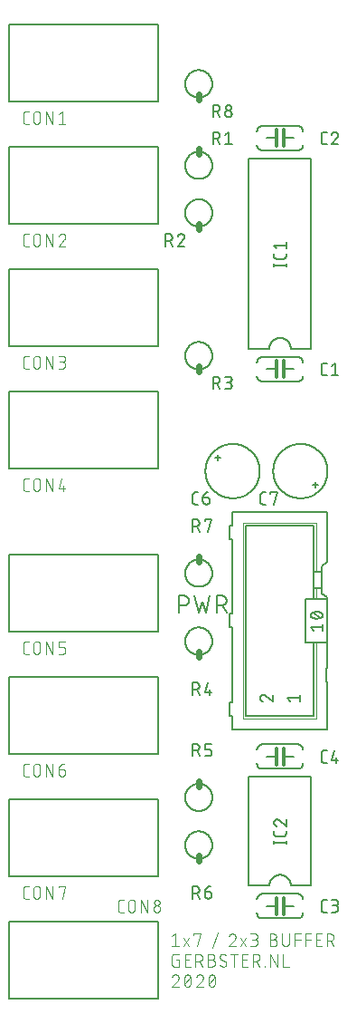
<source format=gbr>
G04 EAGLE Gerber RS-274X export*
G75*
%MOMM*%
%FSLAX34Y34*%
%LPD*%
%INSilkscreen Top*%
%IPPOS*%
%AMOC8*
5,1,8,0,0,1.08239X$1,22.5*%
G01*
%ADD10C,0.101600*%
%ADD11C,0.152400*%
%ADD12C,0.304800*%
%ADD13C,0.127000*%
%ADD14C,0.050800*%
%ADD15C,0.177800*%
%ADD16C,0.609600*%


D10*
X152566Y66746D02*
X155812Y69342D01*
X155812Y57658D01*
X152566Y57658D02*
X159058Y57658D01*
X163503Y57658D02*
X168695Y65447D01*
X163503Y65447D02*
X168695Y57658D01*
X173140Y68044D02*
X173140Y69342D01*
X179632Y69342D01*
X176386Y57658D01*
X190173Y56360D02*
X195365Y70640D01*
X209477Y69342D02*
X209584Y69340D01*
X209690Y69334D01*
X209796Y69324D01*
X209902Y69311D01*
X210008Y69293D01*
X210112Y69272D01*
X210216Y69247D01*
X210319Y69218D01*
X210420Y69186D01*
X210520Y69149D01*
X210619Y69109D01*
X210717Y69066D01*
X210813Y69019D01*
X210907Y68968D01*
X210999Y68914D01*
X211089Y68857D01*
X211177Y68797D01*
X211262Y68733D01*
X211345Y68666D01*
X211426Y68596D01*
X211504Y68524D01*
X211580Y68448D01*
X211652Y68370D01*
X211722Y68289D01*
X211789Y68206D01*
X211853Y68121D01*
X211913Y68033D01*
X211970Y67943D01*
X212024Y67851D01*
X212075Y67757D01*
X212122Y67661D01*
X212165Y67563D01*
X212205Y67464D01*
X212242Y67364D01*
X212274Y67263D01*
X212303Y67160D01*
X212328Y67056D01*
X212349Y66952D01*
X212367Y66846D01*
X212380Y66740D01*
X212390Y66634D01*
X212396Y66528D01*
X212398Y66421D01*
X209477Y69342D02*
X209356Y69340D01*
X209235Y69334D01*
X209115Y69324D01*
X208994Y69311D01*
X208875Y69293D01*
X208755Y69272D01*
X208637Y69247D01*
X208520Y69218D01*
X208403Y69185D01*
X208288Y69149D01*
X208174Y69108D01*
X208061Y69065D01*
X207949Y69017D01*
X207840Y68966D01*
X207732Y68911D01*
X207625Y68853D01*
X207521Y68792D01*
X207419Y68727D01*
X207319Y68659D01*
X207221Y68588D01*
X207125Y68514D01*
X207032Y68437D01*
X206942Y68356D01*
X206854Y68273D01*
X206769Y68187D01*
X206686Y68098D01*
X206607Y68007D01*
X206530Y67913D01*
X206457Y67817D01*
X206387Y67719D01*
X206320Y67618D01*
X206256Y67515D01*
X206196Y67410D01*
X206139Y67303D01*
X206085Y67195D01*
X206035Y67085D01*
X205989Y66973D01*
X205946Y66860D01*
X205907Y66745D01*
X211424Y64149D02*
X211503Y64226D01*
X211579Y64307D01*
X211652Y64390D01*
X211722Y64475D01*
X211789Y64563D01*
X211853Y64653D01*
X211913Y64745D01*
X211970Y64840D01*
X212024Y64936D01*
X212075Y65034D01*
X212122Y65134D01*
X212166Y65236D01*
X212206Y65339D01*
X212242Y65443D01*
X212274Y65549D01*
X212303Y65655D01*
X212328Y65763D01*
X212350Y65871D01*
X212367Y65981D01*
X212381Y66090D01*
X212390Y66200D01*
X212396Y66311D01*
X212398Y66421D01*
X211424Y64149D02*
X205906Y57658D01*
X212398Y57658D01*
X216843Y57658D02*
X222035Y65447D01*
X216843Y65447D02*
X222035Y57658D01*
X226480Y57658D02*
X229726Y57658D01*
X229839Y57660D01*
X229952Y57666D01*
X230065Y57676D01*
X230178Y57690D01*
X230290Y57707D01*
X230401Y57729D01*
X230511Y57754D01*
X230621Y57784D01*
X230729Y57817D01*
X230836Y57854D01*
X230942Y57894D01*
X231046Y57939D01*
X231149Y57987D01*
X231250Y58038D01*
X231349Y58093D01*
X231446Y58151D01*
X231541Y58213D01*
X231634Y58278D01*
X231724Y58346D01*
X231812Y58417D01*
X231898Y58492D01*
X231981Y58569D01*
X232061Y58649D01*
X232138Y58732D01*
X232213Y58818D01*
X232284Y58906D01*
X232352Y58996D01*
X232417Y59089D01*
X232479Y59184D01*
X232537Y59281D01*
X232592Y59380D01*
X232643Y59481D01*
X232691Y59584D01*
X232736Y59688D01*
X232776Y59794D01*
X232813Y59901D01*
X232846Y60009D01*
X232876Y60119D01*
X232901Y60229D01*
X232923Y60340D01*
X232940Y60452D01*
X232954Y60565D01*
X232964Y60678D01*
X232970Y60791D01*
X232972Y60904D01*
X232970Y61017D01*
X232964Y61130D01*
X232954Y61243D01*
X232940Y61356D01*
X232923Y61468D01*
X232901Y61579D01*
X232876Y61689D01*
X232846Y61799D01*
X232813Y61907D01*
X232776Y62014D01*
X232736Y62120D01*
X232691Y62224D01*
X232643Y62327D01*
X232592Y62428D01*
X232537Y62527D01*
X232479Y62624D01*
X232417Y62719D01*
X232352Y62812D01*
X232284Y62902D01*
X232213Y62990D01*
X232138Y63076D01*
X232061Y63159D01*
X231981Y63239D01*
X231898Y63316D01*
X231812Y63391D01*
X231724Y63462D01*
X231634Y63530D01*
X231541Y63595D01*
X231446Y63657D01*
X231349Y63715D01*
X231250Y63770D01*
X231149Y63821D01*
X231046Y63869D01*
X230942Y63914D01*
X230836Y63954D01*
X230729Y63991D01*
X230621Y64024D01*
X230511Y64054D01*
X230401Y64079D01*
X230290Y64101D01*
X230178Y64118D01*
X230065Y64132D01*
X229952Y64142D01*
X229839Y64148D01*
X229726Y64150D01*
X230375Y69342D02*
X226480Y69342D01*
X230375Y69342D02*
X230476Y69340D01*
X230576Y69334D01*
X230676Y69324D01*
X230776Y69311D01*
X230875Y69293D01*
X230974Y69272D01*
X231071Y69247D01*
X231168Y69218D01*
X231263Y69185D01*
X231357Y69149D01*
X231449Y69109D01*
X231540Y69066D01*
X231629Y69019D01*
X231716Y68969D01*
X231802Y68915D01*
X231885Y68858D01*
X231965Y68798D01*
X232044Y68735D01*
X232120Y68668D01*
X232193Y68599D01*
X232263Y68527D01*
X232331Y68453D01*
X232396Y68376D01*
X232457Y68296D01*
X232516Y68214D01*
X232571Y68130D01*
X232623Y68044D01*
X232672Y67956D01*
X232717Y67866D01*
X232759Y67774D01*
X232797Y67681D01*
X232831Y67586D01*
X232862Y67491D01*
X232889Y67394D01*
X232912Y67296D01*
X232932Y67197D01*
X232947Y67097D01*
X232959Y66997D01*
X232967Y66897D01*
X232971Y66796D01*
X232971Y66696D01*
X232967Y66595D01*
X232959Y66495D01*
X232947Y66395D01*
X232932Y66295D01*
X232912Y66196D01*
X232889Y66098D01*
X232862Y66001D01*
X232831Y65906D01*
X232797Y65811D01*
X232759Y65718D01*
X232717Y65626D01*
X232672Y65536D01*
X232623Y65448D01*
X232571Y65362D01*
X232516Y65278D01*
X232457Y65196D01*
X232396Y65116D01*
X232331Y65039D01*
X232263Y64965D01*
X232193Y64893D01*
X232120Y64824D01*
X232044Y64757D01*
X231965Y64694D01*
X231885Y64634D01*
X231802Y64577D01*
X231716Y64523D01*
X231629Y64473D01*
X231540Y64426D01*
X231449Y64383D01*
X231357Y64343D01*
X231263Y64307D01*
X231168Y64274D01*
X231071Y64245D01*
X230974Y64220D01*
X230875Y64199D01*
X230776Y64181D01*
X230676Y64168D01*
X230576Y64158D01*
X230476Y64152D01*
X230375Y64150D01*
X230375Y64149D02*
X227779Y64149D01*
X244557Y64149D02*
X247802Y64149D01*
X247802Y64150D02*
X247915Y64148D01*
X248028Y64142D01*
X248141Y64132D01*
X248254Y64118D01*
X248366Y64101D01*
X248477Y64079D01*
X248587Y64054D01*
X248697Y64024D01*
X248805Y63991D01*
X248912Y63954D01*
X249018Y63914D01*
X249122Y63869D01*
X249225Y63821D01*
X249326Y63770D01*
X249425Y63715D01*
X249522Y63657D01*
X249617Y63595D01*
X249710Y63530D01*
X249800Y63462D01*
X249888Y63391D01*
X249974Y63316D01*
X250057Y63239D01*
X250137Y63159D01*
X250214Y63076D01*
X250289Y62990D01*
X250360Y62902D01*
X250428Y62812D01*
X250493Y62719D01*
X250555Y62624D01*
X250613Y62527D01*
X250668Y62428D01*
X250719Y62327D01*
X250767Y62224D01*
X250812Y62120D01*
X250852Y62014D01*
X250889Y61907D01*
X250922Y61799D01*
X250952Y61689D01*
X250977Y61579D01*
X250999Y61468D01*
X251016Y61356D01*
X251030Y61243D01*
X251040Y61130D01*
X251046Y61017D01*
X251048Y60904D01*
X251046Y60791D01*
X251040Y60678D01*
X251030Y60565D01*
X251016Y60452D01*
X250999Y60340D01*
X250977Y60229D01*
X250952Y60119D01*
X250922Y60009D01*
X250889Y59901D01*
X250852Y59794D01*
X250812Y59688D01*
X250767Y59584D01*
X250719Y59481D01*
X250668Y59380D01*
X250613Y59281D01*
X250555Y59184D01*
X250493Y59089D01*
X250428Y58996D01*
X250360Y58906D01*
X250289Y58818D01*
X250214Y58732D01*
X250137Y58649D01*
X250057Y58569D01*
X249974Y58492D01*
X249888Y58417D01*
X249800Y58346D01*
X249710Y58278D01*
X249617Y58213D01*
X249522Y58151D01*
X249425Y58093D01*
X249326Y58038D01*
X249225Y57987D01*
X249122Y57939D01*
X249018Y57894D01*
X248912Y57854D01*
X248805Y57817D01*
X248697Y57784D01*
X248587Y57754D01*
X248477Y57729D01*
X248366Y57707D01*
X248254Y57690D01*
X248141Y57676D01*
X248028Y57666D01*
X247915Y57660D01*
X247802Y57658D01*
X244557Y57658D01*
X244557Y69342D01*
X247802Y69342D01*
X247903Y69340D01*
X248003Y69334D01*
X248103Y69324D01*
X248203Y69311D01*
X248302Y69293D01*
X248401Y69272D01*
X248498Y69247D01*
X248595Y69218D01*
X248690Y69185D01*
X248784Y69149D01*
X248876Y69109D01*
X248967Y69066D01*
X249056Y69019D01*
X249143Y68969D01*
X249229Y68915D01*
X249312Y68858D01*
X249392Y68798D01*
X249471Y68735D01*
X249547Y68668D01*
X249620Y68599D01*
X249690Y68527D01*
X249758Y68453D01*
X249823Y68376D01*
X249884Y68296D01*
X249943Y68214D01*
X249998Y68130D01*
X250050Y68044D01*
X250099Y67956D01*
X250144Y67866D01*
X250186Y67774D01*
X250224Y67681D01*
X250258Y67586D01*
X250289Y67491D01*
X250316Y67394D01*
X250339Y67296D01*
X250359Y67197D01*
X250374Y67097D01*
X250386Y66997D01*
X250394Y66897D01*
X250398Y66796D01*
X250398Y66696D01*
X250394Y66595D01*
X250386Y66495D01*
X250374Y66395D01*
X250359Y66295D01*
X250339Y66196D01*
X250316Y66098D01*
X250289Y66001D01*
X250258Y65906D01*
X250224Y65811D01*
X250186Y65718D01*
X250144Y65626D01*
X250099Y65536D01*
X250050Y65448D01*
X249998Y65362D01*
X249943Y65278D01*
X249884Y65196D01*
X249823Y65116D01*
X249758Y65039D01*
X249690Y64965D01*
X249620Y64893D01*
X249547Y64824D01*
X249471Y64757D01*
X249392Y64694D01*
X249312Y64634D01*
X249229Y64577D01*
X249143Y64523D01*
X249056Y64473D01*
X248967Y64426D01*
X248876Y64383D01*
X248784Y64343D01*
X248690Y64307D01*
X248595Y64274D01*
X248498Y64245D01*
X248401Y64220D01*
X248302Y64199D01*
X248203Y64181D01*
X248103Y64168D01*
X248003Y64158D01*
X247903Y64152D01*
X247802Y64150D01*
X255817Y60904D02*
X255817Y69342D01*
X255817Y60904D02*
X255819Y60791D01*
X255825Y60678D01*
X255835Y60565D01*
X255849Y60452D01*
X255866Y60340D01*
X255888Y60229D01*
X255913Y60119D01*
X255943Y60009D01*
X255976Y59901D01*
X256013Y59794D01*
X256053Y59688D01*
X256098Y59584D01*
X256146Y59481D01*
X256197Y59380D01*
X256252Y59281D01*
X256310Y59184D01*
X256372Y59089D01*
X256437Y58996D01*
X256505Y58906D01*
X256576Y58818D01*
X256651Y58732D01*
X256728Y58649D01*
X256808Y58569D01*
X256891Y58492D01*
X256977Y58417D01*
X257065Y58346D01*
X257155Y58278D01*
X257248Y58213D01*
X257343Y58151D01*
X257440Y58093D01*
X257539Y58038D01*
X257640Y57987D01*
X257743Y57939D01*
X257847Y57894D01*
X257953Y57854D01*
X258060Y57817D01*
X258168Y57784D01*
X258278Y57754D01*
X258388Y57729D01*
X258499Y57707D01*
X258611Y57690D01*
X258724Y57676D01*
X258837Y57666D01*
X258950Y57660D01*
X259063Y57658D01*
X259176Y57660D01*
X259289Y57666D01*
X259402Y57676D01*
X259515Y57690D01*
X259627Y57707D01*
X259738Y57729D01*
X259848Y57754D01*
X259958Y57784D01*
X260066Y57817D01*
X260173Y57854D01*
X260279Y57894D01*
X260383Y57939D01*
X260486Y57987D01*
X260587Y58038D01*
X260686Y58093D01*
X260783Y58151D01*
X260878Y58213D01*
X260971Y58278D01*
X261061Y58346D01*
X261149Y58417D01*
X261235Y58492D01*
X261318Y58569D01*
X261398Y58649D01*
X261475Y58732D01*
X261550Y58818D01*
X261621Y58906D01*
X261689Y58996D01*
X261754Y59089D01*
X261816Y59184D01*
X261874Y59281D01*
X261929Y59380D01*
X261980Y59481D01*
X262028Y59584D01*
X262073Y59688D01*
X262113Y59794D01*
X262150Y59901D01*
X262183Y60009D01*
X262213Y60119D01*
X262238Y60229D01*
X262260Y60340D01*
X262277Y60452D01*
X262291Y60565D01*
X262301Y60678D01*
X262307Y60791D01*
X262309Y60904D01*
X262308Y60904D02*
X262308Y69342D01*
X268032Y69342D02*
X268032Y57658D01*
X268032Y69342D02*
X273225Y69342D01*
X273225Y64149D02*
X268032Y64149D01*
X277938Y69342D02*
X277938Y57658D01*
X277938Y69342D02*
X283131Y69342D01*
X283131Y64149D02*
X277938Y64149D01*
X287844Y57658D02*
X293037Y57658D01*
X287844Y57658D02*
X287844Y69342D01*
X293037Y69342D01*
X291739Y64149D02*
X287844Y64149D01*
X297801Y69342D02*
X297801Y57658D01*
X297801Y69342D02*
X301046Y69342D01*
X301159Y69340D01*
X301272Y69334D01*
X301385Y69324D01*
X301498Y69310D01*
X301610Y69293D01*
X301721Y69271D01*
X301831Y69246D01*
X301941Y69216D01*
X302049Y69183D01*
X302156Y69146D01*
X302262Y69106D01*
X302366Y69061D01*
X302469Y69013D01*
X302570Y68962D01*
X302669Y68907D01*
X302766Y68849D01*
X302861Y68787D01*
X302954Y68722D01*
X303044Y68654D01*
X303132Y68583D01*
X303218Y68508D01*
X303301Y68431D01*
X303381Y68351D01*
X303458Y68268D01*
X303533Y68182D01*
X303604Y68094D01*
X303672Y68004D01*
X303737Y67911D01*
X303799Y67816D01*
X303857Y67719D01*
X303912Y67620D01*
X303963Y67519D01*
X304011Y67416D01*
X304056Y67312D01*
X304096Y67206D01*
X304133Y67099D01*
X304166Y66991D01*
X304196Y66881D01*
X304221Y66771D01*
X304243Y66660D01*
X304260Y66548D01*
X304274Y66435D01*
X304284Y66322D01*
X304290Y66209D01*
X304292Y66096D01*
X304290Y65983D01*
X304284Y65870D01*
X304274Y65757D01*
X304260Y65644D01*
X304243Y65532D01*
X304221Y65421D01*
X304196Y65311D01*
X304166Y65201D01*
X304133Y65093D01*
X304096Y64986D01*
X304056Y64880D01*
X304011Y64776D01*
X303963Y64673D01*
X303912Y64572D01*
X303857Y64473D01*
X303799Y64376D01*
X303737Y64281D01*
X303672Y64188D01*
X303604Y64098D01*
X303533Y64010D01*
X303458Y63924D01*
X303381Y63841D01*
X303301Y63761D01*
X303218Y63684D01*
X303132Y63609D01*
X303044Y63538D01*
X302954Y63470D01*
X302861Y63405D01*
X302766Y63343D01*
X302669Y63285D01*
X302570Y63230D01*
X302469Y63179D01*
X302366Y63131D01*
X302262Y63086D01*
X302156Y63046D01*
X302049Y63009D01*
X301941Y62976D01*
X301831Y62946D01*
X301721Y62921D01*
X301610Y62899D01*
X301498Y62882D01*
X301385Y62868D01*
X301272Y62858D01*
X301159Y62852D01*
X301046Y62850D01*
X301046Y62851D02*
X297801Y62851D01*
X301696Y62851D02*
X304292Y57658D01*
X159058Y45099D02*
X157110Y45099D01*
X159058Y45099D02*
X159058Y38608D01*
X155163Y38608D01*
X155064Y38610D01*
X154964Y38616D01*
X154865Y38625D01*
X154767Y38638D01*
X154669Y38655D01*
X154571Y38676D01*
X154475Y38701D01*
X154380Y38729D01*
X154286Y38761D01*
X154193Y38796D01*
X154101Y38835D01*
X154011Y38878D01*
X153923Y38923D01*
X153836Y38973D01*
X153752Y39025D01*
X153669Y39081D01*
X153589Y39139D01*
X153511Y39201D01*
X153436Y39266D01*
X153363Y39334D01*
X153293Y39404D01*
X153225Y39477D01*
X153160Y39552D01*
X153098Y39630D01*
X153040Y39710D01*
X152984Y39793D01*
X152932Y39877D01*
X152882Y39964D01*
X152837Y40052D01*
X152794Y40142D01*
X152755Y40234D01*
X152720Y40327D01*
X152688Y40421D01*
X152660Y40516D01*
X152635Y40612D01*
X152614Y40710D01*
X152597Y40808D01*
X152584Y40906D01*
X152575Y41005D01*
X152569Y41105D01*
X152567Y41204D01*
X152566Y41204D02*
X152566Y47696D01*
X152567Y47696D02*
X152569Y47795D01*
X152575Y47895D01*
X152584Y47994D01*
X152597Y48092D01*
X152614Y48190D01*
X152635Y48288D01*
X152660Y48384D01*
X152688Y48479D01*
X152720Y48573D01*
X152755Y48666D01*
X152794Y48758D01*
X152837Y48848D01*
X152882Y48936D01*
X152932Y49023D01*
X152984Y49107D01*
X153040Y49190D01*
X153098Y49270D01*
X153160Y49348D01*
X153225Y49423D01*
X153293Y49496D01*
X153363Y49566D01*
X153436Y49634D01*
X153511Y49699D01*
X153589Y49761D01*
X153669Y49819D01*
X153752Y49875D01*
X153836Y49927D01*
X153923Y49977D01*
X154011Y50022D01*
X154101Y50065D01*
X154193Y50104D01*
X154285Y50139D01*
X154380Y50171D01*
X154475Y50199D01*
X154571Y50224D01*
X154669Y50245D01*
X154767Y50262D01*
X154865Y50275D01*
X154964Y50284D01*
X155064Y50290D01*
X155163Y50292D01*
X159058Y50292D01*
X164781Y38608D02*
X169974Y38608D01*
X164781Y38608D02*
X164781Y50292D01*
X169974Y50292D01*
X168676Y45099D02*
X164781Y45099D01*
X174738Y50292D02*
X174738Y38608D01*
X174738Y50292D02*
X177984Y50292D01*
X178097Y50290D01*
X178210Y50284D01*
X178323Y50274D01*
X178436Y50260D01*
X178548Y50243D01*
X178659Y50221D01*
X178769Y50196D01*
X178879Y50166D01*
X178987Y50133D01*
X179094Y50096D01*
X179200Y50056D01*
X179304Y50011D01*
X179407Y49963D01*
X179508Y49912D01*
X179607Y49857D01*
X179704Y49799D01*
X179799Y49737D01*
X179892Y49672D01*
X179982Y49604D01*
X180070Y49533D01*
X180156Y49458D01*
X180239Y49381D01*
X180319Y49301D01*
X180396Y49218D01*
X180471Y49132D01*
X180542Y49044D01*
X180610Y48954D01*
X180675Y48861D01*
X180737Y48766D01*
X180795Y48669D01*
X180850Y48570D01*
X180901Y48469D01*
X180949Y48366D01*
X180994Y48262D01*
X181034Y48156D01*
X181071Y48049D01*
X181104Y47941D01*
X181134Y47831D01*
X181159Y47721D01*
X181181Y47610D01*
X181198Y47498D01*
X181212Y47385D01*
X181222Y47272D01*
X181228Y47159D01*
X181230Y47046D01*
X181228Y46933D01*
X181222Y46820D01*
X181212Y46707D01*
X181198Y46594D01*
X181181Y46482D01*
X181159Y46371D01*
X181134Y46261D01*
X181104Y46151D01*
X181071Y46043D01*
X181034Y45936D01*
X180994Y45830D01*
X180949Y45726D01*
X180901Y45623D01*
X180850Y45522D01*
X180795Y45423D01*
X180737Y45326D01*
X180675Y45231D01*
X180610Y45138D01*
X180542Y45048D01*
X180471Y44960D01*
X180396Y44874D01*
X180319Y44791D01*
X180239Y44711D01*
X180156Y44634D01*
X180070Y44559D01*
X179982Y44488D01*
X179892Y44420D01*
X179799Y44355D01*
X179704Y44293D01*
X179607Y44235D01*
X179508Y44180D01*
X179407Y44129D01*
X179304Y44081D01*
X179200Y44036D01*
X179094Y43996D01*
X178987Y43959D01*
X178879Y43926D01*
X178769Y43896D01*
X178659Y43871D01*
X178548Y43849D01*
X178436Y43832D01*
X178323Y43818D01*
X178210Y43808D01*
X178097Y43802D01*
X177984Y43800D01*
X177984Y43801D02*
X174738Y43801D01*
X178633Y43801D02*
X181229Y38608D01*
X186645Y45099D02*
X189890Y45099D01*
X189890Y45100D02*
X190003Y45098D01*
X190116Y45092D01*
X190229Y45082D01*
X190342Y45068D01*
X190454Y45051D01*
X190565Y45029D01*
X190675Y45004D01*
X190785Y44974D01*
X190893Y44941D01*
X191000Y44904D01*
X191106Y44864D01*
X191210Y44819D01*
X191313Y44771D01*
X191414Y44720D01*
X191513Y44665D01*
X191610Y44607D01*
X191705Y44545D01*
X191798Y44480D01*
X191888Y44412D01*
X191976Y44341D01*
X192062Y44266D01*
X192145Y44189D01*
X192225Y44109D01*
X192302Y44026D01*
X192377Y43940D01*
X192448Y43852D01*
X192516Y43762D01*
X192581Y43669D01*
X192643Y43574D01*
X192701Y43477D01*
X192756Y43378D01*
X192807Y43277D01*
X192855Y43174D01*
X192900Y43070D01*
X192940Y42964D01*
X192977Y42857D01*
X193010Y42749D01*
X193040Y42639D01*
X193065Y42529D01*
X193087Y42418D01*
X193104Y42306D01*
X193118Y42193D01*
X193128Y42080D01*
X193134Y41967D01*
X193136Y41854D01*
X193134Y41741D01*
X193128Y41628D01*
X193118Y41515D01*
X193104Y41402D01*
X193087Y41290D01*
X193065Y41179D01*
X193040Y41069D01*
X193010Y40959D01*
X192977Y40851D01*
X192940Y40744D01*
X192900Y40638D01*
X192855Y40534D01*
X192807Y40431D01*
X192756Y40330D01*
X192701Y40231D01*
X192643Y40134D01*
X192581Y40039D01*
X192516Y39946D01*
X192448Y39856D01*
X192377Y39768D01*
X192302Y39682D01*
X192225Y39599D01*
X192145Y39519D01*
X192062Y39442D01*
X191976Y39367D01*
X191888Y39296D01*
X191798Y39228D01*
X191705Y39163D01*
X191610Y39101D01*
X191513Y39043D01*
X191414Y38988D01*
X191313Y38937D01*
X191210Y38889D01*
X191106Y38844D01*
X191000Y38804D01*
X190893Y38767D01*
X190785Y38734D01*
X190675Y38704D01*
X190565Y38679D01*
X190454Y38657D01*
X190342Y38640D01*
X190229Y38626D01*
X190116Y38616D01*
X190003Y38610D01*
X189890Y38608D01*
X186645Y38608D01*
X186645Y50292D01*
X189890Y50292D01*
X189991Y50290D01*
X190091Y50284D01*
X190191Y50274D01*
X190291Y50261D01*
X190390Y50243D01*
X190489Y50222D01*
X190586Y50197D01*
X190683Y50168D01*
X190778Y50135D01*
X190872Y50099D01*
X190964Y50059D01*
X191055Y50016D01*
X191144Y49969D01*
X191231Y49919D01*
X191317Y49865D01*
X191400Y49808D01*
X191480Y49748D01*
X191559Y49685D01*
X191635Y49618D01*
X191708Y49549D01*
X191778Y49477D01*
X191846Y49403D01*
X191911Y49326D01*
X191972Y49246D01*
X192031Y49164D01*
X192086Y49080D01*
X192138Y48994D01*
X192187Y48906D01*
X192232Y48816D01*
X192274Y48724D01*
X192312Y48631D01*
X192346Y48536D01*
X192377Y48441D01*
X192404Y48344D01*
X192427Y48246D01*
X192447Y48147D01*
X192462Y48047D01*
X192474Y47947D01*
X192482Y47847D01*
X192486Y47746D01*
X192486Y47646D01*
X192482Y47545D01*
X192474Y47445D01*
X192462Y47345D01*
X192447Y47245D01*
X192427Y47146D01*
X192404Y47048D01*
X192377Y46951D01*
X192346Y46856D01*
X192312Y46761D01*
X192274Y46668D01*
X192232Y46576D01*
X192187Y46486D01*
X192138Y46398D01*
X192086Y46312D01*
X192031Y46228D01*
X191972Y46146D01*
X191911Y46066D01*
X191846Y45989D01*
X191778Y45915D01*
X191708Y45843D01*
X191635Y45774D01*
X191559Y45707D01*
X191480Y45644D01*
X191400Y45584D01*
X191317Y45527D01*
X191231Y45473D01*
X191144Y45423D01*
X191055Y45376D01*
X190964Y45333D01*
X190872Y45293D01*
X190778Y45257D01*
X190683Y45224D01*
X190586Y45195D01*
X190489Y45170D01*
X190390Y45149D01*
X190291Y45131D01*
X190191Y45118D01*
X190091Y45108D01*
X189991Y45102D01*
X189890Y45100D01*
X201038Y38608D02*
X201137Y38610D01*
X201237Y38616D01*
X201336Y38625D01*
X201434Y38638D01*
X201532Y38655D01*
X201630Y38676D01*
X201726Y38701D01*
X201821Y38729D01*
X201915Y38761D01*
X202008Y38796D01*
X202100Y38835D01*
X202190Y38878D01*
X202278Y38923D01*
X202365Y38973D01*
X202449Y39025D01*
X202532Y39081D01*
X202612Y39139D01*
X202690Y39201D01*
X202765Y39266D01*
X202838Y39334D01*
X202908Y39404D01*
X202976Y39477D01*
X203041Y39552D01*
X203103Y39630D01*
X203161Y39710D01*
X203217Y39793D01*
X203269Y39877D01*
X203319Y39964D01*
X203364Y40052D01*
X203407Y40142D01*
X203446Y40234D01*
X203481Y40327D01*
X203513Y40421D01*
X203541Y40516D01*
X203566Y40612D01*
X203587Y40710D01*
X203604Y40808D01*
X203617Y40906D01*
X203626Y41005D01*
X203632Y41105D01*
X203634Y41204D01*
X201038Y38608D02*
X200894Y38610D01*
X200749Y38616D01*
X200605Y38625D01*
X200462Y38638D01*
X200318Y38655D01*
X200175Y38676D01*
X200033Y38701D01*
X199892Y38729D01*
X199751Y38761D01*
X199611Y38797D01*
X199472Y38836D01*
X199334Y38879D01*
X199198Y38926D01*
X199062Y38976D01*
X198928Y39030D01*
X198796Y39087D01*
X198665Y39148D01*
X198536Y39212D01*
X198408Y39280D01*
X198282Y39350D01*
X198158Y39425D01*
X198037Y39502D01*
X197917Y39583D01*
X197799Y39666D01*
X197684Y39753D01*
X197571Y39843D01*
X197460Y39936D01*
X197352Y40031D01*
X197246Y40130D01*
X197143Y40231D01*
X197468Y47696D02*
X197470Y47795D01*
X197476Y47895D01*
X197485Y47994D01*
X197498Y48092D01*
X197515Y48190D01*
X197536Y48288D01*
X197561Y48384D01*
X197589Y48479D01*
X197621Y48573D01*
X197656Y48666D01*
X197695Y48758D01*
X197738Y48848D01*
X197783Y48936D01*
X197833Y49023D01*
X197885Y49107D01*
X197941Y49190D01*
X197999Y49270D01*
X198061Y49348D01*
X198126Y49423D01*
X198194Y49496D01*
X198264Y49566D01*
X198337Y49634D01*
X198412Y49699D01*
X198490Y49761D01*
X198570Y49819D01*
X198653Y49875D01*
X198737Y49927D01*
X198824Y49977D01*
X198912Y50022D01*
X199002Y50065D01*
X199094Y50104D01*
X199187Y50139D01*
X199281Y50171D01*
X199376Y50199D01*
X199473Y50224D01*
X199570Y50245D01*
X199668Y50262D01*
X199766Y50275D01*
X199865Y50284D01*
X199965Y50290D01*
X200064Y50292D01*
X200200Y50290D01*
X200336Y50284D01*
X200472Y50275D01*
X200608Y50262D01*
X200743Y50244D01*
X200877Y50224D01*
X201011Y50199D01*
X201145Y50171D01*
X201277Y50138D01*
X201408Y50103D01*
X201539Y50063D01*
X201668Y50020D01*
X201796Y49974D01*
X201922Y49923D01*
X202048Y49870D01*
X202171Y49812D01*
X202293Y49752D01*
X202413Y49688D01*
X202532Y49620D01*
X202648Y49550D01*
X202762Y49476D01*
X202875Y49399D01*
X202985Y49318D01*
X198766Y45424D02*
X198680Y45477D01*
X198596Y45534D01*
X198514Y45593D01*
X198434Y45656D01*
X198357Y45722D01*
X198282Y45790D01*
X198210Y45862D01*
X198141Y45936D01*
X198075Y46013D01*
X198012Y46092D01*
X197952Y46174D01*
X197895Y46258D01*
X197841Y46344D01*
X197791Y46432D01*
X197744Y46522D01*
X197700Y46613D01*
X197661Y46707D01*
X197624Y46801D01*
X197592Y46897D01*
X197563Y46995D01*
X197538Y47093D01*
X197517Y47192D01*
X197499Y47292D01*
X197486Y47392D01*
X197476Y47493D01*
X197470Y47595D01*
X197468Y47696D01*
X202336Y43476D02*
X202422Y43423D01*
X202506Y43366D01*
X202588Y43307D01*
X202668Y43244D01*
X202745Y43178D01*
X202820Y43110D01*
X202892Y43038D01*
X202961Y42964D01*
X203027Y42887D01*
X203090Y42808D01*
X203150Y42726D01*
X203207Y42642D01*
X203261Y42556D01*
X203311Y42468D01*
X203358Y42378D01*
X203402Y42287D01*
X203441Y42193D01*
X203478Y42099D01*
X203510Y42003D01*
X203539Y41905D01*
X203564Y41807D01*
X203585Y41708D01*
X203603Y41608D01*
X203616Y41508D01*
X203626Y41407D01*
X203632Y41305D01*
X203634Y41204D01*
X202336Y43476D02*
X198766Y45424D01*
X210676Y50292D02*
X210676Y38608D01*
X207430Y50292D02*
X213921Y50292D01*
X218502Y38608D02*
X223695Y38608D01*
X218502Y38608D02*
X218502Y50292D01*
X223695Y50292D01*
X222397Y45099D02*
X218502Y45099D01*
X228459Y50292D02*
X228459Y38608D01*
X228459Y50292D02*
X231704Y50292D01*
X231817Y50290D01*
X231930Y50284D01*
X232043Y50274D01*
X232156Y50260D01*
X232268Y50243D01*
X232379Y50221D01*
X232489Y50196D01*
X232599Y50166D01*
X232707Y50133D01*
X232814Y50096D01*
X232920Y50056D01*
X233024Y50011D01*
X233127Y49963D01*
X233228Y49912D01*
X233327Y49857D01*
X233424Y49799D01*
X233519Y49737D01*
X233612Y49672D01*
X233702Y49604D01*
X233790Y49533D01*
X233876Y49458D01*
X233959Y49381D01*
X234039Y49301D01*
X234116Y49218D01*
X234191Y49132D01*
X234262Y49044D01*
X234330Y48954D01*
X234395Y48861D01*
X234457Y48766D01*
X234515Y48669D01*
X234570Y48570D01*
X234621Y48469D01*
X234669Y48366D01*
X234714Y48262D01*
X234754Y48156D01*
X234791Y48049D01*
X234824Y47941D01*
X234854Y47831D01*
X234879Y47721D01*
X234901Y47610D01*
X234918Y47498D01*
X234932Y47385D01*
X234942Y47272D01*
X234948Y47159D01*
X234950Y47046D01*
X234948Y46933D01*
X234942Y46820D01*
X234932Y46707D01*
X234918Y46594D01*
X234901Y46482D01*
X234879Y46371D01*
X234854Y46261D01*
X234824Y46151D01*
X234791Y46043D01*
X234754Y45936D01*
X234714Y45830D01*
X234669Y45726D01*
X234621Y45623D01*
X234570Y45522D01*
X234515Y45423D01*
X234457Y45326D01*
X234395Y45231D01*
X234330Y45138D01*
X234262Y45048D01*
X234191Y44960D01*
X234116Y44874D01*
X234039Y44791D01*
X233959Y44711D01*
X233876Y44634D01*
X233790Y44559D01*
X233702Y44488D01*
X233612Y44420D01*
X233519Y44355D01*
X233424Y44293D01*
X233327Y44235D01*
X233228Y44180D01*
X233127Y44129D01*
X233024Y44081D01*
X232920Y44036D01*
X232814Y43996D01*
X232707Y43959D01*
X232599Y43926D01*
X232489Y43896D01*
X232379Y43871D01*
X232268Y43849D01*
X232156Y43832D01*
X232043Y43818D01*
X231930Y43808D01*
X231817Y43802D01*
X231704Y43800D01*
X231704Y43801D02*
X228459Y43801D01*
X232354Y43801D02*
X234950Y38608D01*
X239307Y38608D02*
X239307Y39257D01*
X239956Y39257D01*
X239956Y38608D01*
X239307Y38608D01*
X244768Y38608D02*
X244768Y50292D01*
X251259Y38608D01*
X251259Y50292D01*
X256983Y50292D02*
X256983Y38608D01*
X262176Y38608D01*
X159058Y28321D02*
X159056Y28428D01*
X159050Y28534D01*
X159040Y28640D01*
X159027Y28746D01*
X159009Y28852D01*
X158988Y28956D01*
X158963Y29060D01*
X158934Y29163D01*
X158902Y29264D01*
X158865Y29364D01*
X158825Y29463D01*
X158782Y29561D01*
X158735Y29657D01*
X158684Y29751D01*
X158630Y29843D01*
X158573Y29933D01*
X158513Y30021D01*
X158449Y30106D01*
X158382Y30189D01*
X158312Y30270D01*
X158240Y30348D01*
X158164Y30424D01*
X158086Y30496D01*
X158005Y30566D01*
X157922Y30633D01*
X157837Y30697D01*
X157749Y30757D01*
X157659Y30814D01*
X157567Y30868D01*
X157473Y30919D01*
X157377Y30966D01*
X157279Y31009D01*
X157180Y31049D01*
X157080Y31086D01*
X156979Y31118D01*
X156876Y31147D01*
X156772Y31172D01*
X156668Y31193D01*
X156562Y31211D01*
X156456Y31224D01*
X156350Y31234D01*
X156244Y31240D01*
X156137Y31242D01*
X156016Y31240D01*
X155895Y31234D01*
X155775Y31224D01*
X155654Y31211D01*
X155535Y31193D01*
X155415Y31172D01*
X155297Y31147D01*
X155180Y31118D01*
X155063Y31085D01*
X154948Y31049D01*
X154834Y31008D01*
X154721Y30965D01*
X154609Y30917D01*
X154500Y30866D01*
X154392Y30811D01*
X154285Y30753D01*
X154181Y30692D01*
X154079Y30627D01*
X153979Y30559D01*
X153881Y30488D01*
X153785Y30414D01*
X153692Y30337D01*
X153602Y30256D01*
X153514Y30173D01*
X153429Y30087D01*
X153346Y29998D01*
X153267Y29907D01*
X153190Y29813D01*
X153117Y29717D01*
X153047Y29619D01*
X152980Y29518D01*
X152916Y29415D01*
X152856Y29310D01*
X152799Y29203D01*
X152745Y29095D01*
X152695Y28985D01*
X152649Y28873D01*
X152606Y28760D01*
X152567Y28645D01*
X158084Y26049D02*
X158163Y26126D01*
X158239Y26207D01*
X158312Y26290D01*
X158382Y26375D01*
X158449Y26463D01*
X158513Y26553D01*
X158573Y26645D01*
X158630Y26740D01*
X158684Y26836D01*
X158735Y26934D01*
X158782Y27034D01*
X158826Y27136D01*
X158866Y27239D01*
X158902Y27343D01*
X158934Y27449D01*
X158963Y27555D01*
X158988Y27663D01*
X159010Y27771D01*
X159027Y27881D01*
X159041Y27990D01*
X159050Y28100D01*
X159056Y28211D01*
X159058Y28321D01*
X158084Y26049D02*
X152566Y19558D01*
X159058Y19558D01*
X163997Y25400D02*
X164000Y25630D01*
X164008Y25860D01*
X164022Y26089D01*
X164041Y26318D01*
X164066Y26547D01*
X164096Y26774D01*
X164131Y27002D01*
X164172Y27228D01*
X164218Y27453D01*
X164270Y27677D01*
X164327Y27899D01*
X164389Y28121D01*
X164457Y28340D01*
X164530Y28558D01*
X164608Y28775D01*
X164691Y28989D01*
X164779Y29201D01*
X164872Y29411D01*
X164971Y29619D01*
X164970Y29619D02*
X165003Y29709D01*
X165039Y29798D01*
X165079Y29886D01*
X165123Y29971D01*
X165170Y30055D01*
X165220Y30137D01*
X165274Y30217D01*
X165330Y30294D01*
X165390Y30370D01*
X165453Y30443D01*
X165518Y30513D01*
X165587Y30581D01*
X165658Y30645D01*
X165731Y30707D01*
X165807Y30766D01*
X165885Y30822D01*
X165966Y30875D01*
X166048Y30924D01*
X166132Y30970D01*
X166219Y31013D01*
X166306Y31052D01*
X166396Y31088D01*
X166486Y31120D01*
X166578Y31148D01*
X166671Y31173D01*
X166765Y31194D01*
X166859Y31211D01*
X166954Y31225D01*
X167050Y31234D01*
X167146Y31240D01*
X167242Y31242D01*
X167338Y31240D01*
X167434Y31234D01*
X167530Y31225D01*
X167625Y31211D01*
X167719Y31194D01*
X167813Y31173D01*
X167906Y31148D01*
X167998Y31120D01*
X168088Y31088D01*
X168178Y31052D01*
X168265Y31013D01*
X168352Y30970D01*
X168436Y30924D01*
X168518Y30875D01*
X168599Y30822D01*
X168677Y30766D01*
X168753Y30707D01*
X168826Y30645D01*
X168897Y30581D01*
X168966Y30513D01*
X169031Y30443D01*
X169094Y30370D01*
X169154Y30294D01*
X169210Y30217D01*
X169264Y30137D01*
X169314Y30055D01*
X169361Y29971D01*
X169405Y29886D01*
X169445Y29798D01*
X169481Y29709D01*
X169514Y29619D01*
X169613Y29412D01*
X169706Y29202D01*
X169794Y28989D01*
X169877Y28775D01*
X169955Y28559D01*
X170028Y28341D01*
X170096Y28121D01*
X170158Y27900D01*
X170215Y27677D01*
X170267Y27453D01*
X170313Y27228D01*
X170354Y27002D01*
X170389Y26775D01*
X170419Y26547D01*
X170444Y26318D01*
X170463Y26089D01*
X170477Y25860D01*
X170485Y25630D01*
X170488Y25400D01*
X163996Y25400D02*
X163999Y25170D01*
X164007Y24940D01*
X164021Y24711D01*
X164040Y24482D01*
X164065Y24253D01*
X164095Y24025D01*
X164130Y23798D01*
X164171Y23572D01*
X164217Y23347D01*
X164269Y23123D01*
X164326Y22900D01*
X164388Y22679D01*
X164456Y22459D01*
X164529Y22241D01*
X164607Y22025D01*
X164690Y21811D01*
X164778Y21599D01*
X164871Y21388D01*
X164970Y21181D01*
X165003Y21091D01*
X165039Y21002D01*
X165080Y20914D01*
X165123Y20829D01*
X165170Y20745D01*
X165220Y20663D01*
X165274Y20583D01*
X165330Y20506D01*
X165390Y20430D01*
X165453Y20357D01*
X165518Y20287D01*
X165587Y20219D01*
X165658Y20155D01*
X165731Y20093D01*
X165807Y20034D01*
X165885Y19978D01*
X165966Y19925D01*
X166048Y19876D01*
X166132Y19830D01*
X166219Y19787D01*
X166306Y19748D01*
X166396Y19712D01*
X166486Y19680D01*
X166578Y19652D01*
X166671Y19627D01*
X166765Y19606D01*
X166859Y19589D01*
X166954Y19575D01*
X167050Y19566D01*
X167146Y19560D01*
X167242Y19558D01*
X169514Y21181D02*
X169613Y21388D01*
X169706Y21599D01*
X169794Y21811D01*
X169877Y22025D01*
X169955Y22241D01*
X170028Y22459D01*
X170096Y22679D01*
X170158Y22900D01*
X170215Y23123D01*
X170267Y23347D01*
X170313Y23572D01*
X170354Y23798D01*
X170389Y24025D01*
X170419Y24253D01*
X170444Y24482D01*
X170463Y24711D01*
X170477Y24940D01*
X170485Y25170D01*
X170488Y25400D01*
X169514Y21181D02*
X169481Y21091D01*
X169445Y21002D01*
X169405Y20914D01*
X169361Y20829D01*
X169314Y20745D01*
X169264Y20663D01*
X169210Y20583D01*
X169154Y20506D01*
X169094Y20430D01*
X169031Y20357D01*
X168966Y20287D01*
X168897Y20219D01*
X168826Y20155D01*
X168753Y20093D01*
X168677Y20034D01*
X168599Y19978D01*
X168518Y19925D01*
X168436Y19876D01*
X168352Y19830D01*
X168265Y19787D01*
X168178Y19748D01*
X168088Y19712D01*
X167998Y19680D01*
X167906Y19652D01*
X167813Y19627D01*
X167719Y19606D01*
X167625Y19589D01*
X167530Y19575D01*
X167434Y19566D01*
X167338Y19560D01*
X167242Y19558D01*
X164646Y22154D02*
X169838Y28646D01*
X178997Y31242D02*
X179104Y31240D01*
X179210Y31234D01*
X179316Y31224D01*
X179422Y31211D01*
X179528Y31193D01*
X179632Y31172D01*
X179736Y31147D01*
X179839Y31118D01*
X179940Y31086D01*
X180040Y31049D01*
X180139Y31009D01*
X180237Y30966D01*
X180333Y30919D01*
X180427Y30868D01*
X180519Y30814D01*
X180609Y30757D01*
X180697Y30697D01*
X180782Y30633D01*
X180865Y30566D01*
X180946Y30496D01*
X181024Y30424D01*
X181100Y30348D01*
X181172Y30270D01*
X181242Y30189D01*
X181309Y30106D01*
X181373Y30021D01*
X181433Y29933D01*
X181490Y29843D01*
X181544Y29751D01*
X181595Y29657D01*
X181642Y29561D01*
X181685Y29463D01*
X181725Y29364D01*
X181762Y29264D01*
X181794Y29163D01*
X181823Y29060D01*
X181848Y28956D01*
X181869Y28852D01*
X181887Y28746D01*
X181900Y28640D01*
X181910Y28534D01*
X181916Y28428D01*
X181918Y28321D01*
X178997Y31242D02*
X178876Y31240D01*
X178755Y31234D01*
X178635Y31224D01*
X178514Y31211D01*
X178395Y31193D01*
X178275Y31172D01*
X178157Y31147D01*
X178040Y31118D01*
X177923Y31085D01*
X177808Y31049D01*
X177694Y31008D01*
X177581Y30965D01*
X177469Y30917D01*
X177360Y30866D01*
X177252Y30811D01*
X177145Y30753D01*
X177041Y30692D01*
X176939Y30627D01*
X176839Y30559D01*
X176741Y30488D01*
X176645Y30414D01*
X176552Y30337D01*
X176462Y30256D01*
X176374Y30173D01*
X176289Y30087D01*
X176206Y29998D01*
X176127Y29907D01*
X176050Y29813D01*
X175977Y29717D01*
X175907Y29619D01*
X175840Y29518D01*
X175776Y29415D01*
X175716Y29310D01*
X175659Y29203D01*
X175605Y29095D01*
X175555Y28985D01*
X175509Y28873D01*
X175466Y28760D01*
X175427Y28645D01*
X180944Y26049D02*
X181023Y26126D01*
X181099Y26207D01*
X181172Y26290D01*
X181242Y26375D01*
X181309Y26463D01*
X181373Y26553D01*
X181433Y26645D01*
X181490Y26740D01*
X181544Y26836D01*
X181595Y26934D01*
X181642Y27034D01*
X181686Y27136D01*
X181726Y27239D01*
X181762Y27343D01*
X181794Y27449D01*
X181823Y27555D01*
X181848Y27663D01*
X181870Y27771D01*
X181887Y27881D01*
X181901Y27990D01*
X181910Y28100D01*
X181916Y28211D01*
X181918Y28321D01*
X180944Y26049D02*
X175426Y19558D01*
X181918Y19558D01*
X186857Y25400D02*
X186860Y25630D01*
X186868Y25860D01*
X186882Y26089D01*
X186901Y26318D01*
X186926Y26547D01*
X186956Y26774D01*
X186991Y27002D01*
X187032Y27228D01*
X187078Y27453D01*
X187130Y27677D01*
X187187Y27899D01*
X187249Y28121D01*
X187317Y28340D01*
X187390Y28558D01*
X187468Y28775D01*
X187551Y28989D01*
X187639Y29201D01*
X187732Y29411D01*
X187831Y29619D01*
X187830Y29619D02*
X187863Y29709D01*
X187899Y29798D01*
X187939Y29886D01*
X187983Y29971D01*
X188030Y30055D01*
X188080Y30137D01*
X188134Y30217D01*
X188190Y30294D01*
X188250Y30370D01*
X188313Y30443D01*
X188378Y30513D01*
X188447Y30581D01*
X188518Y30645D01*
X188591Y30707D01*
X188667Y30766D01*
X188745Y30822D01*
X188826Y30875D01*
X188908Y30924D01*
X188992Y30970D01*
X189079Y31013D01*
X189166Y31052D01*
X189256Y31088D01*
X189346Y31120D01*
X189438Y31148D01*
X189531Y31173D01*
X189625Y31194D01*
X189719Y31211D01*
X189814Y31225D01*
X189910Y31234D01*
X190006Y31240D01*
X190102Y31242D01*
X190198Y31240D01*
X190294Y31234D01*
X190390Y31225D01*
X190485Y31211D01*
X190579Y31194D01*
X190673Y31173D01*
X190766Y31148D01*
X190858Y31120D01*
X190948Y31088D01*
X191038Y31052D01*
X191125Y31013D01*
X191212Y30970D01*
X191296Y30924D01*
X191378Y30875D01*
X191459Y30822D01*
X191537Y30766D01*
X191613Y30707D01*
X191686Y30645D01*
X191757Y30581D01*
X191826Y30513D01*
X191891Y30443D01*
X191954Y30370D01*
X192014Y30294D01*
X192070Y30217D01*
X192124Y30137D01*
X192174Y30055D01*
X192221Y29971D01*
X192265Y29886D01*
X192305Y29798D01*
X192341Y29709D01*
X192374Y29619D01*
X192473Y29412D01*
X192566Y29202D01*
X192654Y28989D01*
X192737Y28775D01*
X192815Y28559D01*
X192888Y28341D01*
X192956Y28121D01*
X193018Y27900D01*
X193075Y27677D01*
X193127Y27453D01*
X193173Y27228D01*
X193214Y27002D01*
X193249Y26775D01*
X193279Y26547D01*
X193304Y26318D01*
X193323Y26089D01*
X193337Y25860D01*
X193345Y25630D01*
X193348Y25400D01*
X186856Y25400D02*
X186859Y25170D01*
X186867Y24940D01*
X186881Y24711D01*
X186900Y24482D01*
X186925Y24253D01*
X186955Y24025D01*
X186990Y23798D01*
X187031Y23572D01*
X187077Y23347D01*
X187129Y23123D01*
X187186Y22900D01*
X187248Y22679D01*
X187316Y22459D01*
X187389Y22241D01*
X187467Y22025D01*
X187550Y21811D01*
X187638Y21599D01*
X187731Y21388D01*
X187830Y21181D01*
X187863Y21091D01*
X187899Y21002D01*
X187940Y20914D01*
X187983Y20829D01*
X188030Y20745D01*
X188080Y20663D01*
X188134Y20583D01*
X188190Y20506D01*
X188250Y20430D01*
X188313Y20357D01*
X188378Y20287D01*
X188447Y20219D01*
X188518Y20155D01*
X188591Y20093D01*
X188667Y20034D01*
X188745Y19978D01*
X188826Y19925D01*
X188908Y19876D01*
X188992Y19830D01*
X189079Y19787D01*
X189166Y19748D01*
X189256Y19712D01*
X189346Y19680D01*
X189438Y19652D01*
X189531Y19627D01*
X189625Y19606D01*
X189719Y19589D01*
X189814Y19575D01*
X189910Y19566D01*
X190006Y19560D01*
X190102Y19558D01*
X192374Y21181D02*
X192473Y21388D01*
X192566Y21599D01*
X192654Y21811D01*
X192737Y22025D01*
X192815Y22241D01*
X192888Y22459D01*
X192956Y22679D01*
X193018Y22900D01*
X193075Y23123D01*
X193127Y23347D01*
X193173Y23572D01*
X193214Y23798D01*
X193249Y24025D01*
X193279Y24253D01*
X193304Y24482D01*
X193323Y24711D01*
X193337Y24940D01*
X193345Y25170D01*
X193348Y25400D01*
X192374Y21181D02*
X192341Y21091D01*
X192305Y21002D01*
X192265Y20914D01*
X192221Y20829D01*
X192174Y20745D01*
X192124Y20663D01*
X192070Y20583D01*
X192014Y20506D01*
X191954Y20430D01*
X191891Y20357D01*
X191826Y20287D01*
X191757Y20219D01*
X191686Y20155D01*
X191613Y20093D01*
X191537Y20034D01*
X191459Y19978D01*
X191378Y19925D01*
X191296Y19876D01*
X191212Y19830D01*
X191125Y19787D01*
X191038Y19748D01*
X190948Y19712D01*
X190858Y19680D01*
X190766Y19652D01*
X190673Y19627D01*
X190579Y19606D01*
X190485Y19589D01*
X190390Y19575D01*
X190294Y19566D01*
X190198Y19560D01*
X190102Y19558D01*
X187505Y22154D02*
X192698Y28646D01*
D11*
X232410Y603250D02*
X232412Y603390D01*
X232418Y603530D01*
X232427Y603670D01*
X232441Y603809D01*
X232458Y603948D01*
X232479Y604086D01*
X232504Y604224D01*
X232533Y604361D01*
X232565Y604497D01*
X232602Y604632D01*
X232642Y604766D01*
X232685Y604899D01*
X232733Y605031D01*
X232783Y605162D01*
X232838Y605291D01*
X232896Y605418D01*
X232957Y605544D01*
X233022Y605668D01*
X233091Y605790D01*
X233162Y605910D01*
X233237Y606028D01*
X233315Y606145D01*
X233397Y606259D01*
X233481Y606370D01*
X233569Y606479D01*
X233659Y606586D01*
X233753Y606691D01*
X233849Y606792D01*
X233948Y606891D01*
X234049Y606987D01*
X234154Y607081D01*
X234261Y607171D01*
X234370Y607259D01*
X234481Y607343D01*
X234595Y607425D01*
X234712Y607503D01*
X234830Y607578D01*
X234950Y607649D01*
X235072Y607718D01*
X235196Y607783D01*
X235322Y607844D01*
X235449Y607902D01*
X235578Y607957D01*
X235709Y608007D01*
X235841Y608055D01*
X235974Y608098D01*
X236108Y608138D01*
X236243Y608175D01*
X236379Y608207D01*
X236516Y608236D01*
X236654Y608261D01*
X236792Y608282D01*
X236931Y608299D01*
X237070Y608313D01*
X237210Y608322D01*
X237350Y608328D01*
X237490Y608330D01*
X232410Y590550D02*
X232412Y590410D01*
X232418Y590270D01*
X232427Y590130D01*
X232441Y589991D01*
X232458Y589852D01*
X232479Y589714D01*
X232504Y589576D01*
X232533Y589439D01*
X232565Y589303D01*
X232602Y589168D01*
X232642Y589034D01*
X232685Y588901D01*
X232733Y588769D01*
X232783Y588638D01*
X232838Y588509D01*
X232896Y588382D01*
X232957Y588256D01*
X233022Y588132D01*
X233091Y588010D01*
X233162Y587890D01*
X233237Y587772D01*
X233315Y587655D01*
X233397Y587541D01*
X233481Y587430D01*
X233569Y587321D01*
X233659Y587214D01*
X233753Y587109D01*
X233849Y587008D01*
X233948Y586909D01*
X234049Y586813D01*
X234154Y586719D01*
X234261Y586629D01*
X234370Y586541D01*
X234481Y586457D01*
X234595Y586375D01*
X234712Y586297D01*
X234830Y586222D01*
X234950Y586151D01*
X235072Y586082D01*
X235196Y586017D01*
X235322Y585956D01*
X235449Y585898D01*
X235578Y585843D01*
X235709Y585793D01*
X235841Y585745D01*
X235974Y585702D01*
X236108Y585662D01*
X236243Y585625D01*
X236379Y585593D01*
X236516Y585564D01*
X236654Y585539D01*
X236792Y585518D01*
X236931Y585501D01*
X237070Y585487D01*
X237210Y585478D01*
X237350Y585472D01*
X237490Y585470D01*
X237490Y608330D02*
X270510Y608330D01*
X270510Y585470D02*
X237490Y585470D01*
X270510Y608330D02*
X270650Y608328D01*
X270790Y608322D01*
X270930Y608313D01*
X271069Y608299D01*
X271208Y608282D01*
X271346Y608261D01*
X271484Y608236D01*
X271621Y608207D01*
X271757Y608175D01*
X271892Y608138D01*
X272026Y608098D01*
X272159Y608055D01*
X272291Y608007D01*
X272422Y607957D01*
X272551Y607902D01*
X272678Y607844D01*
X272804Y607783D01*
X272928Y607718D01*
X273050Y607649D01*
X273170Y607578D01*
X273288Y607503D01*
X273405Y607425D01*
X273519Y607343D01*
X273630Y607259D01*
X273739Y607171D01*
X273846Y607081D01*
X273951Y606987D01*
X274052Y606891D01*
X274151Y606792D01*
X274247Y606691D01*
X274341Y606586D01*
X274431Y606479D01*
X274519Y606370D01*
X274603Y606259D01*
X274685Y606145D01*
X274763Y606028D01*
X274838Y605910D01*
X274909Y605790D01*
X274978Y605668D01*
X275043Y605544D01*
X275104Y605418D01*
X275162Y605291D01*
X275217Y605162D01*
X275267Y605031D01*
X275315Y604899D01*
X275358Y604766D01*
X275398Y604632D01*
X275435Y604497D01*
X275467Y604361D01*
X275496Y604224D01*
X275521Y604086D01*
X275542Y603948D01*
X275559Y603809D01*
X275573Y603670D01*
X275582Y603530D01*
X275588Y603390D01*
X275590Y603250D01*
X275590Y590550D02*
X275588Y590410D01*
X275582Y590270D01*
X275573Y590130D01*
X275559Y589991D01*
X275542Y589852D01*
X275521Y589714D01*
X275496Y589576D01*
X275467Y589439D01*
X275435Y589303D01*
X275398Y589168D01*
X275358Y589034D01*
X275315Y588901D01*
X275267Y588769D01*
X275217Y588638D01*
X275162Y588509D01*
X275104Y588382D01*
X275043Y588256D01*
X274978Y588132D01*
X274909Y588010D01*
X274838Y587890D01*
X274763Y587772D01*
X274685Y587655D01*
X274603Y587541D01*
X274519Y587430D01*
X274431Y587321D01*
X274341Y587214D01*
X274247Y587109D01*
X274151Y587008D01*
X274052Y586909D01*
X273951Y586813D01*
X273846Y586719D01*
X273739Y586629D01*
X273630Y586541D01*
X273519Y586457D01*
X273405Y586375D01*
X273288Y586297D01*
X273170Y586222D01*
X273050Y586151D01*
X272928Y586082D01*
X272804Y586017D01*
X272678Y585956D01*
X272551Y585898D01*
X272422Y585843D01*
X272291Y585793D01*
X272159Y585745D01*
X272026Y585702D01*
X271892Y585662D01*
X271757Y585625D01*
X271621Y585593D01*
X271484Y585564D01*
X271346Y585539D01*
X271208Y585518D01*
X271069Y585501D01*
X270930Y585487D01*
X270790Y585478D01*
X270650Y585472D01*
X270510Y585470D01*
D12*
X250952Y596900D02*
X250952Y604520D01*
X250952Y596900D02*
X250952Y589280D01*
X257302Y596900D02*
X257302Y604520D01*
X257302Y596900D02*
X257302Y589280D01*
D11*
X257302Y596900D02*
X266700Y596900D01*
X250952Y596900D02*
X241300Y596900D01*
D13*
X295275Y591185D02*
X297815Y591185D01*
X295275Y591185D02*
X295175Y591187D01*
X295076Y591193D01*
X294976Y591203D01*
X294878Y591216D01*
X294779Y591234D01*
X294682Y591255D01*
X294586Y591280D01*
X294490Y591309D01*
X294396Y591342D01*
X294303Y591378D01*
X294212Y591418D01*
X294122Y591462D01*
X294034Y591509D01*
X293948Y591559D01*
X293864Y591613D01*
X293782Y591670D01*
X293703Y591730D01*
X293625Y591794D01*
X293551Y591860D01*
X293479Y591929D01*
X293410Y592001D01*
X293344Y592075D01*
X293280Y592153D01*
X293220Y592232D01*
X293163Y592314D01*
X293109Y592398D01*
X293059Y592484D01*
X293012Y592572D01*
X292968Y592662D01*
X292928Y592753D01*
X292892Y592846D01*
X292859Y592940D01*
X292830Y593036D01*
X292805Y593132D01*
X292784Y593229D01*
X292766Y593328D01*
X292753Y593426D01*
X292743Y593526D01*
X292737Y593625D01*
X292735Y593725D01*
X292735Y600075D01*
X292737Y600175D01*
X292743Y600274D01*
X292753Y600374D01*
X292766Y600472D01*
X292784Y600571D01*
X292805Y600668D01*
X292830Y600764D01*
X292859Y600860D01*
X292892Y600954D01*
X292928Y601047D01*
X292968Y601138D01*
X293012Y601228D01*
X293059Y601316D01*
X293109Y601402D01*
X293163Y601486D01*
X293220Y601568D01*
X293280Y601647D01*
X293344Y601725D01*
X293410Y601799D01*
X293479Y601871D01*
X293551Y601940D01*
X293625Y602006D01*
X293703Y602070D01*
X293782Y602130D01*
X293864Y602187D01*
X293948Y602241D01*
X294034Y602291D01*
X294122Y602338D01*
X294212Y602382D01*
X294303Y602422D01*
X294396Y602458D01*
X294490Y602491D01*
X294586Y602520D01*
X294682Y602545D01*
X294779Y602566D01*
X294878Y602584D01*
X294976Y602597D01*
X295076Y602607D01*
X295175Y602613D01*
X295275Y602615D01*
X297815Y602615D01*
X302297Y600075D02*
X305472Y602615D01*
X305472Y591185D01*
X302297Y591185D02*
X308647Y591185D01*
D11*
X270510Y801370D02*
X270650Y801372D01*
X270790Y801378D01*
X270930Y801387D01*
X271069Y801401D01*
X271208Y801418D01*
X271346Y801439D01*
X271484Y801464D01*
X271621Y801493D01*
X271757Y801525D01*
X271892Y801562D01*
X272026Y801602D01*
X272159Y801645D01*
X272291Y801693D01*
X272422Y801743D01*
X272551Y801798D01*
X272678Y801856D01*
X272804Y801917D01*
X272928Y801982D01*
X273050Y802051D01*
X273170Y802122D01*
X273288Y802197D01*
X273405Y802275D01*
X273519Y802357D01*
X273630Y802441D01*
X273739Y802529D01*
X273846Y802619D01*
X273951Y802713D01*
X274052Y802809D01*
X274151Y802908D01*
X274247Y803009D01*
X274341Y803114D01*
X274431Y803221D01*
X274519Y803330D01*
X274603Y803441D01*
X274685Y803555D01*
X274763Y803672D01*
X274838Y803790D01*
X274909Y803910D01*
X274978Y804032D01*
X275043Y804156D01*
X275104Y804282D01*
X275162Y804409D01*
X275217Y804538D01*
X275267Y804669D01*
X275315Y804801D01*
X275358Y804934D01*
X275398Y805068D01*
X275435Y805203D01*
X275467Y805339D01*
X275496Y805476D01*
X275521Y805614D01*
X275542Y805752D01*
X275559Y805891D01*
X275573Y806030D01*
X275582Y806170D01*
X275588Y806310D01*
X275590Y806450D01*
X275590Y819150D02*
X275588Y819290D01*
X275582Y819430D01*
X275573Y819570D01*
X275559Y819709D01*
X275542Y819848D01*
X275521Y819986D01*
X275496Y820124D01*
X275467Y820261D01*
X275435Y820397D01*
X275398Y820532D01*
X275358Y820666D01*
X275315Y820799D01*
X275267Y820931D01*
X275217Y821062D01*
X275162Y821191D01*
X275104Y821318D01*
X275043Y821444D01*
X274978Y821568D01*
X274909Y821690D01*
X274838Y821810D01*
X274763Y821928D01*
X274685Y822045D01*
X274603Y822159D01*
X274519Y822270D01*
X274431Y822379D01*
X274341Y822486D01*
X274247Y822591D01*
X274151Y822692D01*
X274052Y822791D01*
X273951Y822887D01*
X273846Y822981D01*
X273739Y823071D01*
X273630Y823159D01*
X273519Y823243D01*
X273405Y823325D01*
X273288Y823403D01*
X273170Y823478D01*
X273050Y823549D01*
X272928Y823618D01*
X272804Y823683D01*
X272678Y823744D01*
X272551Y823802D01*
X272422Y823857D01*
X272291Y823907D01*
X272159Y823955D01*
X272026Y823998D01*
X271892Y824038D01*
X271757Y824075D01*
X271621Y824107D01*
X271484Y824136D01*
X271346Y824161D01*
X271208Y824182D01*
X271069Y824199D01*
X270930Y824213D01*
X270790Y824222D01*
X270650Y824228D01*
X270510Y824230D01*
X270510Y801370D02*
X237490Y801370D01*
X237490Y824230D02*
X270510Y824230D01*
X237490Y801370D02*
X237350Y801372D01*
X237210Y801378D01*
X237070Y801387D01*
X236931Y801401D01*
X236792Y801418D01*
X236654Y801439D01*
X236516Y801464D01*
X236379Y801493D01*
X236243Y801525D01*
X236108Y801562D01*
X235974Y801602D01*
X235841Y801645D01*
X235709Y801693D01*
X235578Y801743D01*
X235449Y801798D01*
X235322Y801856D01*
X235196Y801917D01*
X235072Y801982D01*
X234950Y802051D01*
X234830Y802122D01*
X234712Y802197D01*
X234595Y802275D01*
X234481Y802357D01*
X234370Y802441D01*
X234261Y802529D01*
X234154Y802619D01*
X234049Y802713D01*
X233948Y802809D01*
X233849Y802908D01*
X233753Y803009D01*
X233659Y803114D01*
X233569Y803221D01*
X233481Y803330D01*
X233397Y803441D01*
X233315Y803555D01*
X233237Y803672D01*
X233162Y803790D01*
X233091Y803910D01*
X233022Y804032D01*
X232957Y804156D01*
X232896Y804282D01*
X232838Y804409D01*
X232783Y804538D01*
X232733Y804669D01*
X232685Y804801D01*
X232642Y804934D01*
X232602Y805068D01*
X232565Y805203D01*
X232533Y805339D01*
X232504Y805476D01*
X232479Y805614D01*
X232458Y805752D01*
X232441Y805891D01*
X232427Y806030D01*
X232418Y806170D01*
X232412Y806310D01*
X232410Y806450D01*
X232410Y819150D02*
X232412Y819290D01*
X232418Y819430D01*
X232427Y819570D01*
X232441Y819709D01*
X232458Y819848D01*
X232479Y819986D01*
X232504Y820124D01*
X232533Y820261D01*
X232565Y820397D01*
X232602Y820532D01*
X232642Y820666D01*
X232685Y820799D01*
X232733Y820931D01*
X232783Y821062D01*
X232838Y821191D01*
X232896Y821318D01*
X232957Y821444D01*
X233022Y821568D01*
X233091Y821690D01*
X233162Y821810D01*
X233237Y821928D01*
X233315Y822045D01*
X233397Y822159D01*
X233481Y822270D01*
X233569Y822379D01*
X233659Y822486D01*
X233753Y822591D01*
X233849Y822692D01*
X233948Y822791D01*
X234049Y822887D01*
X234154Y822981D01*
X234261Y823071D01*
X234370Y823159D01*
X234481Y823243D01*
X234595Y823325D01*
X234712Y823403D01*
X234830Y823478D01*
X234950Y823549D01*
X235072Y823618D01*
X235196Y823683D01*
X235322Y823744D01*
X235449Y823802D01*
X235578Y823857D01*
X235709Y823907D01*
X235841Y823955D01*
X235974Y823998D01*
X236108Y824038D01*
X236243Y824075D01*
X236379Y824107D01*
X236516Y824136D01*
X236654Y824161D01*
X236792Y824182D01*
X236931Y824199D01*
X237070Y824213D01*
X237210Y824222D01*
X237350Y824228D01*
X237490Y824230D01*
D12*
X257048Y812800D02*
X257048Y805180D01*
X257048Y812800D02*
X257048Y820420D01*
X250698Y812800D02*
X250698Y805180D01*
X250698Y812800D02*
X250698Y820420D01*
D11*
X250698Y812800D02*
X241300Y812800D01*
X257048Y812800D02*
X266700Y812800D01*
D13*
X295275Y807085D02*
X297815Y807085D01*
X295275Y807085D02*
X295175Y807087D01*
X295076Y807093D01*
X294976Y807103D01*
X294878Y807116D01*
X294779Y807134D01*
X294682Y807155D01*
X294586Y807180D01*
X294490Y807209D01*
X294396Y807242D01*
X294303Y807278D01*
X294212Y807318D01*
X294122Y807362D01*
X294034Y807409D01*
X293948Y807459D01*
X293864Y807513D01*
X293782Y807570D01*
X293703Y807630D01*
X293625Y807694D01*
X293551Y807760D01*
X293479Y807829D01*
X293410Y807901D01*
X293344Y807975D01*
X293280Y808053D01*
X293220Y808132D01*
X293163Y808214D01*
X293109Y808298D01*
X293059Y808384D01*
X293012Y808472D01*
X292968Y808562D01*
X292928Y808653D01*
X292892Y808746D01*
X292859Y808840D01*
X292830Y808936D01*
X292805Y809032D01*
X292784Y809129D01*
X292766Y809228D01*
X292753Y809326D01*
X292743Y809426D01*
X292737Y809525D01*
X292735Y809625D01*
X292735Y815975D01*
X292737Y816075D01*
X292743Y816174D01*
X292753Y816274D01*
X292766Y816372D01*
X292784Y816471D01*
X292805Y816568D01*
X292830Y816664D01*
X292859Y816760D01*
X292892Y816854D01*
X292928Y816947D01*
X292968Y817038D01*
X293012Y817128D01*
X293059Y817216D01*
X293109Y817302D01*
X293163Y817386D01*
X293220Y817468D01*
X293280Y817547D01*
X293344Y817625D01*
X293410Y817699D01*
X293479Y817771D01*
X293551Y817840D01*
X293625Y817906D01*
X293703Y817970D01*
X293782Y818030D01*
X293864Y818087D01*
X293948Y818141D01*
X294034Y818191D01*
X294122Y818238D01*
X294212Y818282D01*
X294303Y818322D01*
X294396Y818358D01*
X294490Y818391D01*
X294586Y818420D01*
X294682Y818445D01*
X294779Y818466D01*
X294878Y818484D01*
X294976Y818497D01*
X295076Y818507D01*
X295175Y818513D01*
X295275Y818515D01*
X297815Y818515D01*
X305790Y818516D02*
X305894Y818514D01*
X305999Y818508D01*
X306103Y818499D01*
X306206Y818486D01*
X306309Y818468D01*
X306411Y818448D01*
X306513Y818423D01*
X306613Y818395D01*
X306713Y818363D01*
X306811Y818327D01*
X306908Y818288D01*
X307003Y818246D01*
X307097Y818200D01*
X307189Y818150D01*
X307279Y818098D01*
X307367Y818042D01*
X307453Y817982D01*
X307537Y817920D01*
X307618Y817855D01*
X307697Y817787D01*
X307774Y817715D01*
X307847Y817642D01*
X307919Y817565D01*
X307987Y817486D01*
X308052Y817405D01*
X308114Y817321D01*
X308174Y817235D01*
X308230Y817147D01*
X308282Y817057D01*
X308332Y816965D01*
X308378Y816871D01*
X308420Y816776D01*
X308459Y816679D01*
X308495Y816581D01*
X308527Y816481D01*
X308555Y816381D01*
X308580Y816279D01*
X308600Y816177D01*
X308618Y816074D01*
X308631Y815971D01*
X308640Y815867D01*
X308646Y815762D01*
X308648Y815658D01*
X305790Y818515D02*
X305672Y818513D01*
X305553Y818507D01*
X305435Y818498D01*
X305318Y818485D01*
X305201Y818467D01*
X305084Y818447D01*
X304968Y818422D01*
X304853Y818394D01*
X304740Y818361D01*
X304627Y818326D01*
X304515Y818286D01*
X304405Y818244D01*
X304296Y818197D01*
X304188Y818147D01*
X304083Y818094D01*
X303979Y818037D01*
X303877Y817977D01*
X303777Y817914D01*
X303679Y817847D01*
X303583Y817778D01*
X303490Y817705D01*
X303399Y817629D01*
X303310Y817551D01*
X303224Y817469D01*
X303141Y817385D01*
X303060Y817299D01*
X302983Y817209D01*
X302908Y817118D01*
X302836Y817024D01*
X302767Y816927D01*
X302702Y816829D01*
X302639Y816728D01*
X302580Y816625D01*
X302524Y816521D01*
X302472Y816415D01*
X302423Y816307D01*
X302378Y816198D01*
X302336Y816087D01*
X302298Y815975D01*
X307695Y813436D02*
X307771Y813511D01*
X307846Y813590D01*
X307917Y813671D01*
X307986Y813755D01*
X308051Y813841D01*
X308113Y813929D01*
X308173Y814019D01*
X308229Y814111D01*
X308282Y814206D01*
X308331Y814302D01*
X308377Y814400D01*
X308420Y814499D01*
X308459Y814600D01*
X308494Y814702D01*
X308526Y814805D01*
X308554Y814909D01*
X308579Y815014D01*
X308600Y815121D01*
X308617Y815227D01*
X308630Y815334D01*
X308639Y815442D01*
X308645Y815550D01*
X308647Y815658D01*
X307695Y813435D02*
X302297Y807085D01*
X308647Y807085D01*
D11*
X237490Y106680D02*
X237350Y106678D01*
X237210Y106672D01*
X237070Y106663D01*
X236931Y106649D01*
X236792Y106632D01*
X236654Y106611D01*
X236516Y106586D01*
X236379Y106557D01*
X236243Y106525D01*
X236108Y106488D01*
X235974Y106448D01*
X235841Y106405D01*
X235709Y106357D01*
X235578Y106307D01*
X235449Y106252D01*
X235322Y106194D01*
X235196Y106133D01*
X235072Y106068D01*
X234950Y105999D01*
X234830Y105928D01*
X234712Y105853D01*
X234595Y105775D01*
X234481Y105693D01*
X234370Y105609D01*
X234261Y105521D01*
X234154Y105431D01*
X234049Y105337D01*
X233948Y105241D01*
X233849Y105142D01*
X233753Y105041D01*
X233659Y104936D01*
X233569Y104829D01*
X233481Y104720D01*
X233397Y104609D01*
X233315Y104495D01*
X233237Y104378D01*
X233162Y104260D01*
X233091Y104140D01*
X233022Y104018D01*
X232957Y103894D01*
X232896Y103768D01*
X232838Y103641D01*
X232783Y103512D01*
X232733Y103381D01*
X232685Y103249D01*
X232642Y103116D01*
X232602Y102982D01*
X232565Y102847D01*
X232533Y102711D01*
X232504Y102574D01*
X232479Y102436D01*
X232458Y102298D01*
X232441Y102159D01*
X232427Y102020D01*
X232418Y101880D01*
X232412Y101740D01*
X232410Y101600D01*
X232410Y88900D02*
X232412Y88760D01*
X232418Y88620D01*
X232427Y88480D01*
X232441Y88341D01*
X232458Y88202D01*
X232479Y88064D01*
X232504Y87926D01*
X232533Y87789D01*
X232565Y87653D01*
X232602Y87518D01*
X232642Y87384D01*
X232685Y87251D01*
X232733Y87119D01*
X232783Y86988D01*
X232838Y86859D01*
X232896Y86732D01*
X232957Y86606D01*
X233022Y86482D01*
X233091Y86360D01*
X233162Y86240D01*
X233237Y86122D01*
X233315Y86005D01*
X233397Y85891D01*
X233481Y85780D01*
X233569Y85671D01*
X233659Y85564D01*
X233753Y85459D01*
X233849Y85358D01*
X233948Y85259D01*
X234049Y85163D01*
X234154Y85069D01*
X234261Y84979D01*
X234370Y84891D01*
X234481Y84807D01*
X234595Y84725D01*
X234712Y84647D01*
X234830Y84572D01*
X234950Y84501D01*
X235072Y84432D01*
X235196Y84367D01*
X235322Y84306D01*
X235449Y84248D01*
X235578Y84193D01*
X235709Y84143D01*
X235841Y84095D01*
X235974Y84052D01*
X236108Y84012D01*
X236243Y83975D01*
X236379Y83943D01*
X236516Y83914D01*
X236654Y83889D01*
X236792Y83868D01*
X236931Y83851D01*
X237070Y83837D01*
X237210Y83828D01*
X237350Y83822D01*
X237490Y83820D01*
X237490Y106680D02*
X270510Y106680D01*
X270510Y83820D02*
X237490Y83820D01*
X270510Y106680D02*
X270650Y106678D01*
X270790Y106672D01*
X270930Y106663D01*
X271069Y106649D01*
X271208Y106632D01*
X271346Y106611D01*
X271484Y106586D01*
X271621Y106557D01*
X271757Y106525D01*
X271892Y106488D01*
X272026Y106448D01*
X272159Y106405D01*
X272291Y106357D01*
X272422Y106307D01*
X272551Y106252D01*
X272678Y106194D01*
X272804Y106133D01*
X272928Y106068D01*
X273050Y105999D01*
X273170Y105928D01*
X273288Y105853D01*
X273405Y105775D01*
X273519Y105693D01*
X273630Y105609D01*
X273739Y105521D01*
X273846Y105431D01*
X273951Y105337D01*
X274052Y105241D01*
X274151Y105142D01*
X274247Y105041D01*
X274341Y104936D01*
X274431Y104829D01*
X274519Y104720D01*
X274603Y104609D01*
X274685Y104495D01*
X274763Y104378D01*
X274838Y104260D01*
X274909Y104140D01*
X274978Y104018D01*
X275043Y103894D01*
X275104Y103768D01*
X275162Y103641D01*
X275217Y103512D01*
X275267Y103381D01*
X275315Y103249D01*
X275358Y103116D01*
X275398Y102982D01*
X275435Y102847D01*
X275467Y102711D01*
X275496Y102574D01*
X275521Y102436D01*
X275542Y102298D01*
X275559Y102159D01*
X275573Y102020D01*
X275582Y101880D01*
X275588Y101740D01*
X275590Y101600D01*
X275590Y88900D02*
X275588Y88760D01*
X275582Y88620D01*
X275573Y88480D01*
X275559Y88341D01*
X275542Y88202D01*
X275521Y88064D01*
X275496Y87926D01*
X275467Y87789D01*
X275435Y87653D01*
X275398Y87518D01*
X275358Y87384D01*
X275315Y87251D01*
X275267Y87119D01*
X275217Y86988D01*
X275162Y86859D01*
X275104Y86732D01*
X275043Y86606D01*
X274978Y86482D01*
X274909Y86360D01*
X274838Y86240D01*
X274763Y86122D01*
X274685Y86005D01*
X274603Y85891D01*
X274519Y85780D01*
X274431Y85671D01*
X274341Y85564D01*
X274247Y85459D01*
X274151Y85358D01*
X274052Y85259D01*
X273951Y85163D01*
X273846Y85069D01*
X273739Y84979D01*
X273630Y84891D01*
X273519Y84807D01*
X273405Y84725D01*
X273288Y84647D01*
X273170Y84572D01*
X273050Y84501D01*
X272928Y84432D01*
X272804Y84367D01*
X272678Y84306D01*
X272551Y84248D01*
X272422Y84193D01*
X272291Y84143D01*
X272159Y84095D01*
X272026Y84052D01*
X271892Y84012D01*
X271757Y83975D01*
X271621Y83943D01*
X271484Y83914D01*
X271346Y83889D01*
X271208Y83868D01*
X271069Y83851D01*
X270930Y83837D01*
X270790Y83828D01*
X270650Y83822D01*
X270510Y83820D01*
D12*
X250952Y95250D02*
X250952Y102870D01*
X250952Y95250D02*
X250952Y87630D01*
X257302Y95250D02*
X257302Y102870D01*
X257302Y95250D02*
X257302Y87630D01*
D11*
X257302Y95250D02*
X266700Y95250D01*
X250952Y95250D02*
X241300Y95250D01*
D13*
X295275Y89535D02*
X297815Y89535D01*
X295275Y89535D02*
X295175Y89537D01*
X295076Y89543D01*
X294976Y89553D01*
X294878Y89566D01*
X294779Y89584D01*
X294682Y89605D01*
X294586Y89630D01*
X294490Y89659D01*
X294396Y89692D01*
X294303Y89728D01*
X294212Y89768D01*
X294122Y89812D01*
X294034Y89859D01*
X293948Y89909D01*
X293864Y89963D01*
X293782Y90020D01*
X293703Y90080D01*
X293625Y90144D01*
X293551Y90210D01*
X293479Y90279D01*
X293410Y90351D01*
X293344Y90425D01*
X293280Y90503D01*
X293220Y90582D01*
X293163Y90664D01*
X293109Y90748D01*
X293059Y90834D01*
X293012Y90922D01*
X292968Y91012D01*
X292928Y91103D01*
X292892Y91196D01*
X292859Y91290D01*
X292830Y91386D01*
X292805Y91482D01*
X292784Y91579D01*
X292766Y91678D01*
X292753Y91776D01*
X292743Y91876D01*
X292737Y91975D01*
X292735Y92075D01*
X292735Y98425D01*
X292737Y98525D01*
X292743Y98624D01*
X292753Y98724D01*
X292766Y98822D01*
X292784Y98921D01*
X292805Y99018D01*
X292830Y99114D01*
X292859Y99210D01*
X292892Y99304D01*
X292928Y99397D01*
X292968Y99488D01*
X293012Y99578D01*
X293059Y99666D01*
X293109Y99752D01*
X293163Y99836D01*
X293220Y99918D01*
X293280Y99997D01*
X293344Y100075D01*
X293410Y100149D01*
X293479Y100221D01*
X293551Y100290D01*
X293625Y100356D01*
X293703Y100420D01*
X293782Y100480D01*
X293864Y100537D01*
X293948Y100591D01*
X294034Y100641D01*
X294122Y100688D01*
X294212Y100732D01*
X294303Y100772D01*
X294396Y100808D01*
X294490Y100841D01*
X294586Y100870D01*
X294682Y100895D01*
X294779Y100916D01*
X294878Y100934D01*
X294976Y100947D01*
X295076Y100957D01*
X295175Y100963D01*
X295275Y100965D01*
X297815Y100965D01*
X302297Y89535D02*
X305472Y89535D01*
X305583Y89537D01*
X305693Y89543D01*
X305804Y89552D01*
X305914Y89566D01*
X306023Y89583D01*
X306132Y89604D01*
X306240Y89629D01*
X306347Y89658D01*
X306453Y89690D01*
X306558Y89726D01*
X306661Y89766D01*
X306763Y89809D01*
X306864Y89856D01*
X306963Y89907D01*
X307060Y89960D01*
X307154Y90017D01*
X307247Y90078D01*
X307338Y90141D01*
X307427Y90208D01*
X307513Y90278D01*
X307596Y90351D01*
X307678Y90426D01*
X307756Y90504D01*
X307831Y90586D01*
X307904Y90669D01*
X307974Y90755D01*
X308041Y90844D01*
X308104Y90935D01*
X308165Y91028D01*
X308222Y91122D01*
X308275Y91219D01*
X308326Y91318D01*
X308373Y91419D01*
X308416Y91521D01*
X308456Y91624D01*
X308492Y91729D01*
X308524Y91835D01*
X308553Y91942D01*
X308578Y92050D01*
X308599Y92159D01*
X308616Y92268D01*
X308630Y92378D01*
X308639Y92489D01*
X308645Y92599D01*
X308647Y92710D01*
X308645Y92821D01*
X308639Y92931D01*
X308630Y93042D01*
X308616Y93152D01*
X308599Y93261D01*
X308578Y93370D01*
X308553Y93478D01*
X308524Y93585D01*
X308492Y93691D01*
X308456Y93796D01*
X308416Y93899D01*
X308373Y94001D01*
X308326Y94102D01*
X308275Y94201D01*
X308222Y94297D01*
X308165Y94392D01*
X308104Y94485D01*
X308041Y94576D01*
X307974Y94665D01*
X307904Y94751D01*
X307831Y94834D01*
X307756Y94916D01*
X307678Y94994D01*
X307596Y95069D01*
X307513Y95142D01*
X307427Y95212D01*
X307338Y95279D01*
X307247Y95342D01*
X307154Y95403D01*
X307060Y95460D01*
X306963Y95513D01*
X306864Y95564D01*
X306763Y95611D01*
X306661Y95654D01*
X306558Y95694D01*
X306453Y95730D01*
X306347Y95762D01*
X306240Y95791D01*
X306132Y95816D01*
X306023Y95837D01*
X305914Y95854D01*
X305804Y95868D01*
X305693Y95877D01*
X305583Y95883D01*
X305472Y95885D01*
X306107Y100965D02*
X302297Y100965D01*
X306107Y100965D02*
X306207Y100963D01*
X306306Y100957D01*
X306406Y100947D01*
X306504Y100934D01*
X306603Y100916D01*
X306700Y100895D01*
X306796Y100870D01*
X306892Y100841D01*
X306986Y100808D01*
X307079Y100772D01*
X307170Y100732D01*
X307260Y100688D01*
X307348Y100641D01*
X307434Y100591D01*
X307518Y100537D01*
X307600Y100480D01*
X307679Y100420D01*
X307757Y100356D01*
X307831Y100290D01*
X307903Y100221D01*
X307972Y100149D01*
X308038Y100075D01*
X308102Y99997D01*
X308162Y99918D01*
X308219Y99836D01*
X308273Y99752D01*
X308323Y99666D01*
X308370Y99578D01*
X308414Y99488D01*
X308454Y99397D01*
X308490Y99304D01*
X308523Y99210D01*
X308552Y99114D01*
X308577Y99018D01*
X308598Y98921D01*
X308616Y98822D01*
X308629Y98724D01*
X308639Y98624D01*
X308645Y98525D01*
X308647Y98425D01*
X308645Y98325D01*
X308639Y98226D01*
X308629Y98126D01*
X308616Y98028D01*
X308598Y97929D01*
X308577Y97832D01*
X308552Y97736D01*
X308523Y97640D01*
X308490Y97546D01*
X308454Y97453D01*
X308414Y97362D01*
X308370Y97272D01*
X308323Y97184D01*
X308273Y97098D01*
X308219Y97014D01*
X308162Y96932D01*
X308102Y96853D01*
X308038Y96775D01*
X307972Y96701D01*
X307903Y96629D01*
X307831Y96560D01*
X307757Y96494D01*
X307679Y96430D01*
X307600Y96370D01*
X307518Y96313D01*
X307434Y96259D01*
X307348Y96209D01*
X307260Y96162D01*
X307170Y96118D01*
X307079Y96078D01*
X306986Y96042D01*
X306892Y96009D01*
X306796Y95980D01*
X306700Y95955D01*
X306603Y95934D01*
X306504Y95916D01*
X306406Y95903D01*
X306306Y95893D01*
X306207Y95887D01*
X306107Y95885D01*
X303567Y95885D01*
D11*
X270510Y223520D02*
X270650Y223522D01*
X270790Y223528D01*
X270930Y223537D01*
X271069Y223551D01*
X271208Y223568D01*
X271346Y223589D01*
X271484Y223614D01*
X271621Y223643D01*
X271757Y223675D01*
X271892Y223712D01*
X272026Y223752D01*
X272159Y223795D01*
X272291Y223843D01*
X272422Y223893D01*
X272551Y223948D01*
X272678Y224006D01*
X272804Y224067D01*
X272928Y224132D01*
X273050Y224201D01*
X273170Y224272D01*
X273288Y224347D01*
X273405Y224425D01*
X273519Y224507D01*
X273630Y224591D01*
X273739Y224679D01*
X273846Y224769D01*
X273951Y224863D01*
X274052Y224959D01*
X274151Y225058D01*
X274247Y225159D01*
X274341Y225264D01*
X274431Y225371D01*
X274519Y225480D01*
X274603Y225591D01*
X274685Y225705D01*
X274763Y225822D01*
X274838Y225940D01*
X274909Y226060D01*
X274978Y226182D01*
X275043Y226306D01*
X275104Y226432D01*
X275162Y226559D01*
X275217Y226688D01*
X275267Y226819D01*
X275315Y226951D01*
X275358Y227084D01*
X275398Y227218D01*
X275435Y227353D01*
X275467Y227489D01*
X275496Y227626D01*
X275521Y227764D01*
X275542Y227902D01*
X275559Y228041D01*
X275573Y228180D01*
X275582Y228320D01*
X275588Y228460D01*
X275590Y228600D01*
X275590Y241300D02*
X275588Y241440D01*
X275582Y241580D01*
X275573Y241720D01*
X275559Y241859D01*
X275542Y241998D01*
X275521Y242136D01*
X275496Y242274D01*
X275467Y242411D01*
X275435Y242547D01*
X275398Y242682D01*
X275358Y242816D01*
X275315Y242949D01*
X275267Y243081D01*
X275217Y243212D01*
X275162Y243341D01*
X275104Y243468D01*
X275043Y243594D01*
X274978Y243718D01*
X274909Y243840D01*
X274838Y243960D01*
X274763Y244078D01*
X274685Y244195D01*
X274603Y244309D01*
X274519Y244420D01*
X274431Y244529D01*
X274341Y244636D01*
X274247Y244741D01*
X274151Y244842D01*
X274052Y244941D01*
X273951Y245037D01*
X273846Y245131D01*
X273739Y245221D01*
X273630Y245309D01*
X273519Y245393D01*
X273405Y245475D01*
X273288Y245553D01*
X273170Y245628D01*
X273050Y245699D01*
X272928Y245768D01*
X272804Y245833D01*
X272678Y245894D01*
X272551Y245952D01*
X272422Y246007D01*
X272291Y246057D01*
X272159Y246105D01*
X272026Y246148D01*
X271892Y246188D01*
X271757Y246225D01*
X271621Y246257D01*
X271484Y246286D01*
X271346Y246311D01*
X271208Y246332D01*
X271069Y246349D01*
X270930Y246363D01*
X270790Y246372D01*
X270650Y246378D01*
X270510Y246380D01*
X270510Y223520D02*
X237490Y223520D01*
X237490Y246380D02*
X270510Y246380D01*
X237490Y223520D02*
X237350Y223522D01*
X237210Y223528D01*
X237070Y223537D01*
X236931Y223551D01*
X236792Y223568D01*
X236654Y223589D01*
X236516Y223614D01*
X236379Y223643D01*
X236243Y223675D01*
X236108Y223712D01*
X235974Y223752D01*
X235841Y223795D01*
X235709Y223843D01*
X235578Y223893D01*
X235449Y223948D01*
X235322Y224006D01*
X235196Y224067D01*
X235072Y224132D01*
X234950Y224201D01*
X234830Y224272D01*
X234712Y224347D01*
X234595Y224425D01*
X234481Y224507D01*
X234370Y224591D01*
X234261Y224679D01*
X234154Y224769D01*
X234049Y224863D01*
X233948Y224959D01*
X233849Y225058D01*
X233753Y225159D01*
X233659Y225264D01*
X233569Y225371D01*
X233481Y225480D01*
X233397Y225591D01*
X233315Y225705D01*
X233237Y225822D01*
X233162Y225940D01*
X233091Y226060D01*
X233022Y226182D01*
X232957Y226306D01*
X232896Y226432D01*
X232838Y226559D01*
X232783Y226688D01*
X232733Y226819D01*
X232685Y226951D01*
X232642Y227084D01*
X232602Y227218D01*
X232565Y227353D01*
X232533Y227489D01*
X232504Y227626D01*
X232479Y227764D01*
X232458Y227902D01*
X232441Y228041D01*
X232427Y228180D01*
X232418Y228320D01*
X232412Y228460D01*
X232410Y228600D01*
X232410Y241300D02*
X232412Y241440D01*
X232418Y241580D01*
X232427Y241720D01*
X232441Y241859D01*
X232458Y241998D01*
X232479Y242136D01*
X232504Y242274D01*
X232533Y242411D01*
X232565Y242547D01*
X232602Y242682D01*
X232642Y242816D01*
X232685Y242949D01*
X232733Y243081D01*
X232783Y243212D01*
X232838Y243341D01*
X232896Y243468D01*
X232957Y243594D01*
X233022Y243718D01*
X233091Y243840D01*
X233162Y243960D01*
X233237Y244078D01*
X233315Y244195D01*
X233397Y244309D01*
X233481Y244420D01*
X233569Y244529D01*
X233659Y244636D01*
X233753Y244741D01*
X233849Y244842D01*
X233948Y244941D01*
X234049Y245037D01*
X234154Y245131D01*
X234261Y245221D01*
X234370Y245309D01*
X234481Y245393D01*
X234595Y245475D01*
X234712Y245553D01*
X234830Y245628D01*
X234950Y245699D01*
X235072Y245768D01*
X235196Y245833D01*
X235322Y245894D01*
X235449Y245952D01*
X235578Y246007D01*
X235709Y246057D01*
X235841Y246105D01*
X235974Y246148D01*
X236108Y246188D01*
X236243Y246225D01*
X236379Y246257D01*
X236516Y246286D01*
X236654Y246311D01*
X236792Y246332D01*
X236931Y246349D01*
X237070Y246363D01*
X237210Y246372D01*
X237350Y246378D01*
X237490Y246380D01*
D12*
X257048Y234950D02*
X257048Y227330D01*
X257048Y234950D02*
X257048Y242570D01*
X250698Y234950D02*
X250698Y227330D01*
X250698Y234950D02*
X250698Y242570D01*
D11*
X250698Y234950D02*
X241300Y234950D01*
X257048Y234950D02*
X266700Y234950D01*
D13*
X295275Y229235D02*
X297815Y229235D01*
X295275Y229235D02*
X295175Y229237D01*
X295076Y229243D01*
X294976Y229253D01*
X294878Y229266D01*
X294779Y229284D01*
X294682Y229305D01*
X294586Y229330D01*
X294490Y229359D01*
X294396Y229392D01*
X294303Y229428D01*
X294212Y229468D01*
X294122Y229512D01*
X294034Y229559D01*
X293948Y229609D01*
X293864Y229663D01*
X293782Y229720D01*
X293703Y229780D01*
X293625Y229844D01*
X293551Y229910D01*
X293479Y229979D01*
X293410Y230051D01*
X293344Y230125D01*
X293280Y230203D01*
X293220Y230282D01*
X293163Y230364D01*
X293109Y230448D01*
X293059Y230534D01*
X293012Y230622D01*
X292968Y230712D01*
X292928Y230803D01*
X292892Y230896D01*
X292859Y230990D01*
X292830Y231086D01*
X292805Y231182D01*
X292784Y231279D01*
X292766Y231378D01*
X292753Y231476D01*
X292743Y231576D01*
X292737Y231675D01*
X292735Y231775D01*
X292735Y238125D01*
X292737Y238225D01*
X292743Y238324D01*
X292753Y238424D01*
X292766Y238522D01*
X292784Y238621D01*
X292805Y238718D01*
X292830Y238814D01*
X292859Y238910D01*
X292892Y239004D01*
X292928Y239097D01*
X292968Y239188D01*
X293012Y239278D01*
X293059Y239366D01*
X293109Y239452D01*
X293163Y239536D01*
X293220Y239618D01*
X293280Y239697D01*
X293344Y239775D01*
X293410Y239849D01*
X293479Y239921D01*
X293551Y239990D01*
X293625Y240056D01*
X293703Y240120D01*
X293782Y240180D01*
X293864Y240237D01*
X293948Y240291D01*
X294034Y240341D01*
X294122Y240388D01*
X294212Y240432D01*
X294303Y240472D01*
X294396Y240508D01*
X294490Y240541D01*
X294586Y240570D01*
X294682Y240595D01*
X294779Y240616D01*
X294878Y240634D01*
X294976Y240647D01*
X295076Y240657D01*
X295175Y240663D01*
X295275Y240665D01*
X297815Y240665D01*
X304837Y240665D02*
X302297Y231775D01*
X308647Y231775D01*
X306742Y234315D02*
X306742Y229235D01*
D11*
X195580Y514350D02*
X193040Y514350D01*
X195580Y514350D02*
X195580Y511810D01*
X195580Y514350D02*
X198120Y514350D01*
X195580Y514350D02*
X195580Y516890D01*
X184150Y501650D02*
X184158Y502273D01*
X184181Y502896D01*
X184219Y503519D01*
X184272Y504140D01*
X184341Y504759D01*
X184425Y505377D01*
X184524Y505992D01*
X184638Y506605D01*
X184767Y507215D01*
X184911Y507822D01*
X185070Y508425D01*
X185244Y509023D01*
X185432Y509618D01*
X185635Y510207D01*
X185852Y510791D01*
X186083Y511370D01*
X186329Y511943D01*
X186589Y512510D01*
X186862Y513070D01*
X187149Y513623D01*
X187450Y514170D01*
X187764Y514708D01*
X188091Y515239D01*
X188431Y515761D01*
X188783Y516276D01*
X189149Y516781D01*
X189526Y517277D01*
X189916Y517764D01*
X190317Y518241D01*
X190730Y518708D01*
X191154Y519164D01*
X191589Y519611D01*
X192036Y520046D01*
X192492Y520470D01*
X192959Y520883D01*
X193436Y521284D01*
X193923Y521674D01*
X194419Y522051D01*
X194924Y522417D01*
X195439Y522769D01*
X195961Y523109D01*
X196492Y523436D01*
X197030Y523750D01*
X197577Y524051D01*
X198130Y524338D01*
X198690Y524611D01*
X199257Y524871D01*
X199830Y525117D01*
X200409Y525348D01*
X200993Y525565D01*
X201582Y525768D01*
X202177Y525956D01*
X202775Y526130D01*
X203378Y526289D01*
X203985Y526433D01*
X204595Y526562D01*
X205208Y526676D01*
X205823Y526775D01*
X206441Y526859D01*
X207060Y526928D01*
X207681Y526981D01*
X208304Y527019D01*
X208927Y527042D01*
X209550Y527050D01*
X210173Y527042D01*
X210796Y527019D01*
X211419Y526981D01*
X212040Y526928D01*
X212659Y526859D01*
X213277Y526775D01*
X213892Y526676D01*
X214505Y526562D01*
X215115Y526433D01*
X215722Y526289D01*
X216325Y526130D01*
X216923Y525956D01*
X217518Y525768D01*
X218107Y525565D01*
X218691Y525348D01*
X219270Y525117D01*
X219843Y524871D01*
X220410Y524611D01*
X220970Y524338D01*
X221523Y524051D01*
X222070Y523750D01*
X222608Y523436D01*
X223139Y523109D01*
X223661Y522769D01*
X224176Y522417D01*
X224681Y522051D01*
X225177Y521674D01*
X225664Y521284D01*
X226141Y520883D01*
X226608Y520470D01*
X227064Y520046D01*
X227511Y519611D01*
X227946Y519164D01*
X228370Y518708D01*
X228783Y518241D01*
X229184Y517764D01*
X229574Y517277D01*
X229951Y516781D01*
X230317Y516276D01*
X230669Y515761D01*
X231009Y515239D01*
X231336Y514708D01*
X231650Y514170D01*
X231951Y513623D01*
X232238Y513070D01*
X232511Y512510D01*
X232771Y511943D01*
X233017Y511370D01*
X233248Y510791D01*
X233465Y510207D01*
X233668Y509618D01*
X233856Y509023D01*
X234030Y508425D01*
X234189Y507822D01*
X234333Y507215D01*
X234462Y506605D01*
X234576Y505992D01*
X234675Y505377D01*
X234759Y504759D01*
X234828Y504140D01*
X234881Y503519D01*
X234919Y502896D01*
X234942Y502273D01*
X234950Y501650D01*
X234942Y501027D01*
X234919Y500404D01*
X234881Y499781D01*
X234828Y499160D01*
X234759Y498541D01*
X234675Y497923D01*
X234576Y497308D01*
X234462Y496695D01*
X234333Y496085D01*
X234189Y495478D01*
X234030Y494875D01*
X233856Y494277D01*
X233668Y493682D01*
X233465Y493093D01*
X233248Y492509D01*
X233017Y491930D01*
X232771Y491357D01*
X232511Y490790D01*
X232238Y490230D01*
X231951Y489677D01*
X231650Y489130D01*
X231336Y488592D01*
X231009Y488061D01*
X230669Y487539D01*
X230317Y487024D01*
X229951Y486519D01*
X229574Y486023D01*
X229184Y485536D01*
X228783Y485059D01*
X228370Y484592D01*
X227946Y484136D01*
X227511Y483689D01*
X227064Y483254D01*
X226608Y482830D01*
X226141Y482417D01*
X225664Y482016D01*
X225177Y481626D01*
X224681Y481249D01*
X224176Y480883D01*
X223661Y480531D01*
X223139Y480191D01*
X222608Y479864D01*
X222070Y479550D01*
X221523Y479249D01*
X220970Y478962D01*
X220410Y478689D01*
X219843Y478429D01*
X219270Y478183D01*
X218691Y477952D01*
X218107Y477735D01*
X217518Y477532D01*
X216923Y477344D01*
X216325Y477170D01*
X215722Y477011D01*
X215115Y476867D01*
X214505Y476738D01*
X213892Y476624D01*
X213277Y476525D01*
X212659Y476441D01*
X212040Y476372D01*
X211419Y476319D01*
X210796Y476281D01*
X210173Y476258D01*
X209550Y476250D01*
X208927Y476258D01*
X208304Y476281D01*
X207681Y476319D01*
X207060Y476372D01*
X206441Y476441D01*
X205823Y476525D01*
X205208Y476624D01*
X204595Y476738D01*
X203985Y476867D01*
X203378Y477011D01*
X202775Y477170D01*
X202177Y477344D01*
X201582Y477532D01*
X200993Y477735D01*
X200409Y477952D01*
X199830Y478183D01*
X199257Y478429D01*
X198690Y478689D01*
X198130Y478962D01*
X197577Y479249D01*
X197030Y479550D01*
X196492Y479864D01*
X195961Y480191D01*
X195439Y480531D01*
X194924Y480883D01*
X194419Y481249D01*
X193923Y481626D01*
X193436Y482016D01*
X192959Y482417D01*
X192492Y482830D01*
X192036Y483254D01*
X191589Y483689D01*
X191154Y484136D01*
X190730Y484592D01*
X190317Y485059D01*
X189916Y485536D01*
X189526Y486023D01*
X189149Y486519D01*
X188783Y487024D01*
X188431Y487539D01*
X188091Y488061D01*
X187764Y488592D01*
X187450Y489130D01*
X187149Y489677D01*
X186862Y490230D01*
X186589Y490790D01*
X186329Y491357D01*
X186083Y491930D01*
X185852Y492509D01*
X185635Y493093D01*
X185432Y493682D01*
X185244Y494277D01*
X185070Y494875D01*
X184911Y495478D01*
X184767Y496085D01*
X184638Y496695D01*
X184524Y497308D01*
X184425Y497923D01*
X184341Y498541D01*
X184272Y499160D01*
X184219Y499781D01*
X184181Y500404D01*
X184158Y501027D01*
X184150Y501650D01*
D13*
X177165Y470535D02*
X174625Y470535D01*
X174525Y470537D01*
X174426Y470543D01*
X174326Y470553D01*
X174228Y470566D01*
X174129Y470584D01*
X174032Y470605D01*
X173936Y470630D01*
X173840Y470659D01*
X173746Y470692D01*
X173653Y470728D01*
X173562Y470768D01*
X173472Y470812D01*
X173384Y470859D01*
X173298Y470909D01*
X173214Y470963D01*
X173132Y471020D01*
X173053Y471080D01*
X172975Y471144D01*
X172901Y471210D01*
X172829Y471279D01*
X172760Y471351D01*
X172694Y471425D01*
X172630Y471503D01*
X172570Y471582D01*
X172513Y471664D01*
X172459Y471748D01*
X172409Y471834D01*
X172362Y471922D01*
X172318Y472012D01*
X172278Y472103D01*
X172242Y472196D01*
X172209Y472290D01*
X172180Y472386D01*
X172155Y472482D01*
X172134Y472579D01*
X172116Y472678D01*
X172103Y472776D01*
X172093Y472876D01*
X172087Y472975D01*
X172085Y473075D01*
X172085Y479425D01*
X172087Y479525D01*
X172093Y479624D01*
X172103Y479724D01*
X172116Y479822D01*
X172134Y479921D01*
X172155Y480018D01*
X172180Y480114D01*
X172209Y480210D01*
X172242Y480304D01*
X172278Y480397D01*
X172318Y480488D01*
X172362Y480578D01*
X172409Y480666D01*
X172459Y480752D01*
X172513Y480836D01*
X172570Y480918D01*
X172630Y480997D01*
X172694Y481075D01*
X172760Y481149D01*
X172829Y481221D01*
X172901Y481290D01*
X172975Y481356D01*
X173053Y481420D01*
X173132Y481480D01*
X173214Y481537D01*
X173298Y481591D01*
X173384Y481641D01*
X173472Y481688D01*
X173562Y481732D01*
X173653Y481772D01*
X173746Y481808D01*
X173840Y481841D01*
X173936Y481870D01*
X174032Y481895D01*
X174129Y481916D01*
X174228Y481934D01*
X174326Y481947D01*
X174426Y481957D01*
X174525Y481963D01*
X174625Y481965D01*
X177165Y481965D01*
X181647Y476885D02*
X185457Y476885D01*
X185557Y476883D01*
X185656Y476877D01*
X185756Y476867D01*
X185854Y476854D01*
X185953Y476836D01*
X186050Y476815D01*
X186146Y476790D01*
X186242Y476761D01*
X186336Y476728D01*
X186429Y476692D01*
X186520Y476652D01*
X186610Y476608D01*
X186698Y476561D01*
X186784Y476511D01*
X186868Y476457D01*
X186950Y476400D01*
X187029Y476340D01*
X187107Y476276D01*
X187181Y476210D01*
X187253Y476141D01*
X187322Y476069D01*
X187388Y475995D01*
X187452Y475917D01*
X187512Y475838D01*
X187569Y475756D01*
X187623Y475672D01*
X187673Y475586D01*
X187720Y475498D01*
X187764Y475408D01*
X187804Y475317D01*
X187840Y475224D01*
X187873Y475130D01*
X187902Y475034D01*
X187927Y474938D01*
X187948Y474841D01*
X187966Y474742D01*
X187979Y474644D01*
X187989Y474544D01*
X187995Y474445D01*
X187997Y474345D01*
X187997Y473710D01*
X187995Y473599D01*
X187989Y473489D01*
X187980Y473378D01*
X187966Y473268D01*
X187949Y473159D01*
X187928Y473050D01*
X187903Y472942D01*
X187874Y472835D01*
X187842Y472729D01*
X187806Y472624D01*
X187766Y472521D01*
X187723Y472419D01*
X187676Y472318D01*
X187625Y472219D01*
X187572Y472122D01*
X187515Y472028D01*
X187454Y471935D01*
X187391Y471844D01*
X187324Y471755D01*
X187254Y471669D01*
X187181Y471586D01*
X187106Y471504D01*
X187028Y471426D01*
X186946Y471351D01*
X186863Y471278D01*
X186777Y471208D01*
X186688Y471141D01*
X186597Y471078D01*
X186504Y471017D01*
X186409Y470960D01*
X186313Y470907D01*
X186214Y470856D01*
X186113Y470809D01*
X186011Y470766D01*
X185908Y470726D01*
X185803Y470690D01*
X185697Y470658D01*
X185590Y470629D01*
X185482Y470604D01*
X185373Y470583D01*
X185264Y470566D01*
X185154Y470552D01*
X185043Y470543D01*
X184933Y470537D01*
X184822Y470535D01*
X184711Y470537D01*
X184601Y470543D01*
X184490Y470552D01*
X184380Y470566D01*
X184271Y470583D01*
X184162Y470604D01*
X184054Y470629D01*
X183947Y470658D01*
X183841Y470690D01*
X183736Y470726D01*
X183633Y470766D01*
X183531Y470809D01*
X183430Y470856D01*
X183331Y470907D01*
X183235Y470960D01*
X183140Y471017D01*
X183047Y471078D01*
X182956Y471141D01*
X182867Y471208D01*
X182781Y471278D01*
X182698Y471351D01*
X182616Y471426D01*
X182538Y471504D01*
X182463Y471586D01*
X182390Y471669D01*
X182320Y471755D01*
X182253Y471844D01*
X182190Y471935D01*
X182129Y472028D01*
X182072Y472123D01*
X182019Y472219D01*
X181968Y472318D01*
X181921Y472419D01*
X181878Y472521D01*
X181838Y472624D01*
X181802Y472729D01*
X181770Y472835D01*
X181741Y472942D01*
X181716Y473050D01*
X181695Y473159D01*
X181678Y473268D01*
X181664Y473378D01*
X181655Y473489D01*
X181649Y473599D01*
X181647Y473710D01*
X181647Y476885D01*
X181649Y477025D01*
X181655Y477165D01*
X181664Y477305D01*
X181678Y477444D01*
X181695Y477583D01*
X181716Y477721D01*
X181741Y477859D01*
X181770Y477996D01*
X181802Y478132D01*
X181839Y478267D01*
X181879Y478401D01*
X181922Y478534D01*
X181970Y478666D01*
X182020Y478797D01*
X182075Y478926D01*
X182133Y479053D01*
X182194Y479179D01*
X182259Y479303D01*
X182328Y479425D01*
X182399Y479545D01*
X182474Y479663D01*
X182552Y479780D01*
X182634Y479894D01*
X182718Y480005D01*
X182806Y480114D01*
X182896Y480221D01*
X182990Y480326D01*
X183086Y480427D01*
X183185Y480526D01*
X183286Y480622D01*
X183391Y480716D01*
X183498Y480806D01*
X183607Y480894D01*
X183718Y480978D01*
X183832Y481060D01*
X183949Y481138D01*
X184067Y481213D01*
X184187Y481284D01*
X184309Y481353D01*
X184433Y481418D01*
X184559Y481479D01*
X184686Y481537D01*
X184815Y481592D01*
X184946Y481642D01*
X185078Y481690D01*
X185211Y481733D01*
X185345Y481773D01*
X185480Y481810D01*
X185616Y481842D01*
X185753Y481871D01*
X185891Y481896D01*
X186029Y481917D01*
X186168Y481934D01*
X186307Y481948D01*
X186447Y481957D01*
X186587Y481963D01*
X186727Y481965D01*
D11*
X287020Y488950D02*
X289560Y488950D01*
X287020Y488950D02*
X287020Y491490D01*
X287020Y488950D02*
X284480Y488950D01*
X287020Y488950D02*
X287020Y486410D01*
X247650Y501650D02*
X247658Y502273D01*
X247681Y502896D01*
X247719Y503519D01*
X247772Y504140D01*
X247841Y504759D01*
X247925Y505377D01*
X248024Y505992D01*
X248138Y506605D01*
X248267Y507215D01*
X248411Y507822D01*
X248570Y508425D01*
X248744Y509023D01*
X248932Y509618D01*
X249135Y510207D01*
X249352Y510791D01*
X249583Y511370D01*
X249829Y511943D01*
X250089Y512510D01*
X250362Y513070D01*
X250649Y513623D01*
X250950Y514170D01*
X251264Y514708D01*
X251591Y515239D01*
X251931Y515761D01*
X252283Y516276D01*
X252649Y516781D01*
X253026Y517277D01*
X253416Y517764D01*
X253817Y518241D01*
X254230Y518708D01*
X254654Y519164D01*
X255089Y519611D01*
X255536Y520046D01*
X255992Y520470D01*
X256459Y520883D01*
X256936Y521284D01*
X257423Y521674D01*
X257919Y522051D01*
X258424Y522417D01*
X258939Y522769D01*
X259461Y523109D01*
X259992Y523436D01*
X260530Y523750D01*
X261077Y524051D01*
X261630Y524338D01*
X262190Y524611D01*
X262757Y524871D01*
X263330Y525117D01*
X263909Y525348D01*
X264493Y525565D01*
X265082Y525768D01*
X265677Y525956D01*
X266275Y526130D01*
X266878Y526289D01*
X267485Y526433D01*
X268095Y526562D01*
X268708Y526676D01*
X269323Y526775D01*
X269941Y526859D01*
X270560Y526928D01*
X271181Y526981D01*
X271804Y527019D01*
X272427Y527042D01*
X273050Y527050D01*
X273673Y527042D01*
X274296Y527019D01*
X274919Y526981D01*
X275540Y526928D01*
X276159Y526859D01*
X276777Y526775D01*
X277392Y526676D01*
X278005Y526562D01*
X278615Y526433D01*
X279222Y526289D01*
X279825Y526130D01*
X280423Y525956D01*
X281018Y525768D01*
X281607Y525565D01*
X282191Y525348D01*
X282770Y525117D01*
X283343Y524871D01*
X283910Y524611D01*
X284470Y524338D01*
X285023Y524051D01*
X285570Y523750D01*
X286108Y523436D01*
X286639Y523109D01*
X287161Y522769D01*
X287676Y522417D01*
X288181Y522051D01*
X288677Y521674D01*
X289164Y521284D01*
X289641Y520883D01*
X290108Y520470D01*
X290564Y520046D01*
X291011Y519611D01*
X291446Y519164D01*
X291870Y518708D01*
X292283Y518241D01*
X292684Y517764D01*
X293074Y517277D01*
X293451Y516781D01*
X293817Y516276D01*
X294169Y515761D01*
X294509Y515239D01*
X294836Y514708D01*
X295150Y514170D01*
X295451Y513623D01*
X295738Y513070D01*
X296011Y512510D01*
X296271Y511943D01*
X296517Y511370D01*
X296748Y510791D01*
X296965Y510207D01*
X297168Y509618D01*
X297356Y509023D01*
X297530Y508425D01*
X297689Y507822D01*
X297833Y507215D01*
X297962Y506605D01*
X298076Y505992D01*
X298175Y505377D01*
X298259Y504759D01*
X298328Y504140D01*
X298381Y503519D01*
X298419Y502896D01*
X298442Y502273D01*
X298450Y501650D01*
X298442Y501027D01*
X298419Y500404D01*
X298381Y499781D01*
X298328Y499160D01*
X298259Y498541D01*
X298175Y497923D01*
X298076Y497308D01*
X297962Y496695D01*
X297833Y496085D01*
X297689Y495478D01*
X297530Y494875D01*
X297356Y494277D01*
X297168Y493682D01*
X296965Y493093D01*
X296748Y492509D01*
X296517Y491930D01*
X296271Y491357D01*
X296011Y490790D01*
X295738Y490230D01*
X295451Y489677D01*
X295150Y489130D01*
X294836Y488592D01*
X294509Y488061D01*
X294169Y487539D01*
X293817Y487024D01*
X293451Y486519D01*
X293074Y486023D01*
X292684Y485536D01*
X292283Y485059D01*
X291870Y484592D01*
X291446Y484136D01*
X291011Y483689D01*
X290564Y483254D01*
X290108Y482830D01*
X289641Y482417D01*
X289164Y482016D01*
X288677Y481626D01*
X288181Y481249D01*
X287676Y480883D01*
X287161Y480531D01*
X286639Y480191D01*
X286108Y479864D01*
X285570Y479550D01*
X285023Y479249D01*
X284470Y478962D01*
X283910Y478689D01*
X283343Y478429D01*
X282770Y478183D01*
X282191Y477952D01*
X281607Y477735D01*
X281018Y477532D01*
X280423Y477344D01*
X279825Y477170D01*
X279222Y477011D01*
X278615Y476867D01*
X278005Y476738D01*
X277392Y476624D01*
X276777Y476525D01*
X276159Y476441D01*
X275540Y476372D01*
X274919Y476319D01*
X274296Y476281D01*
X273673Y476258D01*
X273050Y476250D01*
X272427Y476258D01*
X271804Y476281D01*
X271181Y476319D01*
X270560Y476372D01*
X269941Y476441D01*
X269323Y476525D01*
X268708Y476624D01*
X268095Y476738D01*
X267485Y476867D01*
X266878Y477011D01*
X266275Y477170D01*
X265677Y477344D01*
X265082Y477532D01*
X264493Y477735D01*
X263909Y477952D01*
X263330Y478183D01*
X262757Y478429D01*
X262190Y478689D01*
X261630Y478962D01*
X261077Y479249D01*
X260530Y479550D01*
X259992Y479864D01*
X259461Y480191D01*
X258939Y480531D01*
X258424Y480883D01*
X257919Y481249D01*
X257423Y481626D01*
X256936Y482016D01*
X256459Y482417D01*
X255992Y482830D01*
X255536Y483254D01*
X255089Y483689D01*
X254654Y484136D01*
X254230Y484592D01*
X253817Y485059D01*
X253416Y485536D01*
X253026Y486023D01*
X252649Y486519D01*
X252283Y487024D01*
X251931Y487539D01*
X251591Y488061D01*
X251264Y488592D01*
X250950Y489130D01*
X250649Y489677D01*
X250362Y490230D01*
X250089Y490790D01*
X249829Y491357D01*
X249583Y491930D01*
X249352Y492509D01*
X249135Y493093D01*
X248932Y493682D01*
X248744Y494277D01*
X248570Y494875D01*
X248411Y495478D01*
X248267Y496085D01*
X248138Y496695D01*
X248024Y497308D01*
X247925Y497923D01*
X247841Y498541D01*
X247772Y499160D01*
X247719Y499781D01*
X247681Y500404D01*
X247658Y501027D01*
X247650Y501650D01*
D13*
X240665Y470535D02*
X238125Y470535D01*
X238025Y470537D01*
X237926Y470543D01*
X237826Y470553D01*
X237728Y470566D01*
X237629Y470584D01*
X237532Y470605D01*
X237436Y470630D01*
X237340Y470659D01*
X237246Y470692D01*
X237153Y470728D01*
X237062Y470768D01*
X236972Y470812D01*
X236884Y470859D01*
X236798Y470909D01*
X236714Y470963D01*
X236632Y471020D01*
X236553Y471080D01*
X236475Y471144D01*
X236401Y471210D01*
X236329Y471279D01*
X236260Y471351D01*
X236194Y471425D01*
X236130Y471503D01*
X236070Y471582D01*
X236013Y471664D01*
X235959Y471748D01*
X235909Y471834D01*
X235862Y471922D01*
X235818Y472012D01*
X235778Y472103D01*
X235742Y472196D01*
X235709Y472290D01*
X235680Y472386D01*
X235655Y472482D01*
X235634Y472579D01*
X235616Y472678D01*
X235603Y472776D01*
X235593Y472876D01*
X235587Y472975D01*
X235585Y473075D01*
X235585Y479425D01*
X235587Y479525D01*
X235593Y479624D01*
X235603Y479724D01*
X235616Y479822D01*
X235634Y479921D01*
X235655Y480018D01*
X235680Y480114D01*
X235709Y480210D01*
X235742Y480304D01*
X235778Y480397D01*
X235818Y480488D01*
X235862Y480578D01*
X235909Y480666D01*
X235959Y480752D01*
X236013Y480836D01*
X236070Y480918D01*
X236130Y480997D01*
X236194Y481075D01*
X236260Y481149D01*
X236329Y481221D01*
X236401Y481290D01*
X236475Y481356D01*
X236553Y481420D01*
X236632Y481480D01*
X236714Y481537D01*
X236798Y481591D01*
X236884Y481641D01*
X236972Y481688D01*
X237062Y481732D01*
X237153Y481772D01*
X237246Y481808D01*
X237340Y481841D01*
X237436Y481870D01*
X237532Y481895D01*
X237629Y481916D01*
X237728Y481934D01*
X237826Y481947D01*
X237926Y481957D01*
X238025Y481963D01*
X238125Y481965D01*
X240665Y481965D01*
X245147Y481965D02*
X245147Y480695D01*
X245147Y481965D02*
X251497Y481965D01*
X248322Y470535D01*
X0Y846650D02*
X0Y918650D01*
X140000Y918650D02*
X140000Y846650D01*
X0Y846650D01*
X0Y918650D02*
X140000Y918650D01*
D10*
X18401Y826008D02*
X15804Y826008D01*
X15705Y826010D01*
X15605Y826016D01*
X15506Y826025D01*
X15408Y826038D01*
X15310Y826055D01*
X15212Y826076D01*
X15116Y826101D01*
X15021Y826129D01*
X14927Y826161D01*
X14834Y826196D01*
X14742Y826235D01*
X14652Y826278D01*
X14564Y826323D01*
X14477Y826373D01*
X14393Y826425D01*
X14310Y826481D01*
X14230Y826539D01*
X14152Y826601D01*
X14077Y826666D01*
X14004Y826734D01*
X13934Y826804D01*
X13866Y826877D01*
X13801Y826952D01*
X13739Y827030D01*
X13681Y827110D01*
X13625Y827193D01*
X13573Y827277D01*
X13523Y827364D01*
X13478Y827452D01*
X13435Y827542D01*
X13396Y827634D01*
X13361Y827727D01*
X13329Y827821D01*
X13301Y827916D01*
X13276Y828012D01*
X13255Y828110D01*
X13238Y828208D01*
X13225Y828306D01*
X13216Y828405D01*
X13210Y828505D01*
X13208Y828604D01*
X13208Y835096D01*
X13210Y835195D01*
X13216Y835295D01*
X13225Y835394D01*
X13238Y835492D01*
X13255Y835590D01*
X13276Y835688D01*
X13301Y835784D01*
X13329Y835879D01*
X13361Y835973D01*
X13396Y836066D01*
X13435Y836158D01*
X13478Y836248D01*
X13523Y836336D01*
X13573Y836423D01*
X13625Y836507D01*
X13681Y836590D01*
X13739Y836670D01*
X13801Y836748D01*
X13866Y836823D01*
X13934Y836896D01*
X14004Y836966D01*
X14077Y837034D01*
X14152Y837099D01*
X14230Y837161D01*
X14310Y837219D01*
X14393Y837275D01*
X14477Y837327D01*
X14564Y837377D01*
X14652Y837422D01*
X14742Y837465D01*
X14834Y837504D01*
X14926Y837539D01*
X15021Y837571D01*
X15116Y837599D01*
X15212Y837624D01*
X15310Y837645D01*
X15408Y837662D01*
X15506Y837675D01*
X15605Y837684D01*
X15705Y837690D01*
X15804Y837692D01*
X18401Y837692D01*
X22766Y834446D02*
X22766Y829254D01*
X22766Y834446D02*
X22768Y834559D01*
X22774Y834672D01*
X22784Y834785D01*
X22798Y834898D01*
X22815Y835010D01*
X22837Y835121D01*
X22862Y835231D01*
X22892Y835341D01*
X22925Y835449D01*
X22962Y835556D01*
X23002Y835662D01*
X23047Y835766D01*
X23095Y835869D01*
X23146Y835970D01*
X23201Y836069D01*
X23259Y836166D01*
X23321Y836261D01*
X23386Y836354D01*
X23454Y836444D01*
X23525Y836532D01*
X23600Y836618D01*
X23677Y836701D01*
X23757Y836781D01*
X23840Y836858D01*
X23926Y836933D01*
X24014Y837004D01*
X24104Y837072D01*
X24197Y837137D01*
X24292Y837199D01*
X24389Y837257D01*
X24488Y837312D01*
X24589Y837363D01*
X24692Y837411D01*
X24796Y837456D01*
X24902Y837496D01*
X25009Y837533D01*
X25117Y837566D01*
X25227Y837596D01*
X25337Y837621D01*
X25448Y837643D01*
X25560Y837660D01*
X25673Y837674D01*
X25786Y837684D01*
X25899Y837690D01*
X26012Y837692D01*
X26125Y837690D01*
X26238Y837684D01*
X26351Y837674D01*
X26464Y837660D01*
X26576Y837643D01*
X26687Y837621D01*
X26797Y837596D01*
X26907Y837566D01*
X27015Y837533D01*
X27122Y837496D01*
X27228Y837456D01*
X27332Y837411D01*
X27435Y837363D01*
X27536Y837312D01*
X27635Y837257D01*
X27732Y837199D01*
X27827Y837137D01*
X27920Y837072D01*
X28010Y837004D01*
X28098Y836933D01*
X28184Y836858D01*
X28267Y836781D01*
X28347Y836701D01*
X28424Y836618D01*
X28499Y836532D01*
X28570Y836444D01*
X28638Y836354D01*
X28703Y836261D01*
X28765Y836166D01*
X28823Y836069D01*
X28878Y835970D01*
X28929Y835869D01*
X28977Y835766D01*
X29022Y835662D01*
X29062Y835556D01*
X29099Y835449D01*
X29132Y835341D01*
X29162Y835231D01*
X29187Y835121D01*
X29209Y835010D01*
X29226Y834898D01*
X29240Y834785D01*
X29250Y834672D01*
X29256Y834559D01*
X29258Y834446D01*
X29257Y834446D02*
X29257Y829254D01*
X29258Y829254D02*
X29256Y829141D01*
X29250Y829028D01*
X29240Y828915D01*
X29226Y828802D01*
X29209Y828690D01*
X29187Y828579D01*
X29162Y828469D01*
X29132Y828359D01*
X29099Y828251D01*
X29062Y828144D01*
X29022Y828038D01*
X28977Y827934D01*
X28929Y827831D01*
X28878Y827730D01*
X28823Y827631D01*
X28765Y827534D01*
X28703Y827439D01*
X28638Y827346D01*
X28570Y827256D01*
X28499Y827168D01*
X28424Y827082D01*
X28347Y826999D01*
X28267Y826919D01*
X28184Y826842D01*
X28098Y826767D01*
X28010Y826696D01*
X27920Y826628D01*
X27827Y826563D01*
X27732Y826501D01*
X27635Y826443D01*
X27536Y826388D01*
X27435Y826337D01*
X27332Y826289D01*
X27228Y826244D01*
X27122Y826204D01*
X27015Y826167D01*
X26907Y826134D01*
X26797Y826104D01*
X26687Y826079D01*
X26576Y826057D01*
X26464Y826040D01*
X26351Y826026D01*
X26238Y826016D01*
X26125Y826010D01*
X26012Y826008D01*
X25899Y826010D01*
X25786Y826016D01*
X25673Y826026D01*
X25560Y826040D01*
X25448Y826057D01*
X25337Y826079D01*
X25227Y826104D01*
X25117Y826134D01*
X25009Y826167D01*
X24902Y826204D01*
X24796Y826244D01*
X24692Y826289D01*
X24589Y826337D01*
X24488Y826388D01*
X24389Y826443D01*
X24292Y826501D01*
X24197Y826563D01*
X24104Y826628D01*
X24014Y826696D01*
X23926Y826767D01*
X23840Y826842D01*
X23757Y826919D01*
X23677Y826999D01*
X23600Y827082D01*
X23525Y827168D01*
X23454Y827256D01*
X23386Y827346D01*
X23321Y827439D01*
X23259Y827534D01*
X23201Y827631D01*
X23146Y827730D01*
X23095Y827831D01*
X23047Y827934D01*
X23002Y828038D01*
X22962Y828144D01*
X22925Y828251D01*
X22892Y828359D01*
X22862Y828469D01*
X22837Y828579D01*
X22815Y828690D01*
X22798Y828802D01*
X22784Y828915D01*
X22774Y829028D01*
X22768Y829141D01*
X22766Y829254D01*
X34577Y826008D02*
X34577Y837692D01*
X41068Y826008D01*
X41068Y837692D01*
X46388Y835096D02*
X49634Y837692D01*
X49634Y826008D01*
X52879Y826008D02*
X46388Y826008D01*
D13*
X0Y804350D02*
X0Y732350D01*
X140000Y732350D02*
X140000Y804350D01*
X140000Y732350D02*
X0Y732350D01*
X0Y804350D02*
X140000Y804350D01*
D10*
X18401Y711708D02*
X15804Y711708D01*
X15705Y711710D01*
X15605Y711716D01*
X15506Y711725D01*
X15408Y711738D01*
X15310Y711755D01*
X15212Y711776D01*
X15116Y711801D01*
X15021Y711829D01*
X14927Y711861D01*
X14834Y711896D01*
X14742Y711935D01*
X14652Y711978D01*
X14564Y712023D01*
X14477Y712073D01*
X14393Y712125D01*
X14310Y712181D01*
X14230Y712239D01*
X14152Y712301D01*
X14077Y712366D01*
X14004Y712434D01*
X13934Y712504D01*
X13866Y712577D01*
X13801Y712652D01*
X13739Y712730D01*
X13681Y712810D01*
X13625Y712893D01*
X13573Y712977D01*
X13523Y713064D01*
X13478Y713152D01*
X13435Y713242D01*
X13396Y713334D01*
X13361Y713427D01*
X13329Y713521D01*
X13301Y713616D01*
X13276Y713712D01*
X13255Y713810D01*
X13238Y713908D01*
X13225Y714006D01*
X13216Y714105D01*
X13210Y714205D01*
X13208Y714304D01*
X13208Y720796D01*
X13210Y720895D01*
X13216Y720995D01*
X13225Y721094D01*
X13238Y721192D01*
X13255Y721290D01*
X13276Y721388D01*
X13301Y721484D01*
X13329Y721579D01*
X13361Y721673D01*
X13396Y721766D01*
X13435Y721858D01*
X13478Y721948D01*
X13523Y722036D01*
X13573Y722123D01*
X13625Y722207D01*
X13681Y722290D01*
X13739Y722370D01*
X13801Y722448D01*
X13866Y722523D01*
X13934Y722596D01*
X14004Y722666D01*
X14077Y722734D01*
X14152Y722799D01*
X14230Y722861D01*
X14310Y722919D01*
X14393Y722975D01*
X14477Y723027D01*
X14564Y723077D01*
X14652Y723122D01*
X14742Y723165D01*
X14834Y723204D01*
X14926Y723239D01*
X15021Y723271D01*
X15116Y723299D01*
X15212Y723324D01*
X15310Y723345D01*
X15408Y723362D01*
X15506Y723375D01*
X15605Y723384D01*
X15705Y723390D01*
X15804Y723392D01*
X18401Y723392D01*
X22766Y720146D02*
X22766Y714954D01*
X22766Y720146D02*
X22768Y720259D01*
X22774Y720372D01*
X22784Y720485D01*
X22798Y720598D01*
X22815Y720710D01*
X22837Y720821D01*
X22862Y720931D01*
X22892Y721041D01*
X22925Y721149D01*
X22962Y721256D01*
X23002Y721362D01*
X23047Y721466D01*
X23095Y721569D01*
X23146Y721670D01*
X23201Y721769D01*
X23259Y721866D01*
X23321Y721961D01*
X23386Y722054D01*
X23454Y722144D01*
X23525Y722232D01*
X23600Y722318D01*
X23677Y722401D01*
X23757Y722481D01*
X23840Y722558D01*
X23926Y722633D01*
X24014Y722704D01*
X24104Y722772D01*
X24197Y722837D01*
X24292Y722899D01*
X24389Y722957D01*
X24488Y723012D01*
X24589Y723063D01*
X24692Y723111D01*
X24796Y723156D01*
X24902Y723196D01*
X25009Y723233D01*
X25117Y723266D01*
X25227Y723296D01*
X25337Y723321D01*
X25448Y723343D01*
X25560Y723360D01*
X25673Y723374D01*
X25786Y723384D01*
X25899Y723390D01*
X26012Y723392D01*
X26125Y723390D01*
X26238Y723384D01*
X26351Y723374D01*
X26464Y723360D01*
X26576Y723343D01*
X26687Y723321D01*
X26797Y723296D01*
X26907Y723266D01*
X27015Y723233D01*
X27122Y723196D01*
X27228Y723156D01*
X27332Y723111D01*
X27435Y723063D01*
X27536Y723012D01*
X27635Y722957D01*
X27732Y722899D01*
X27827Y722837D01*
X27920Y722772D01*
X28010Y722704D01*
X28098Y722633D01*
X28184Y722558D01*
X28267Y722481D01*
X28347Y722401D01*
X28424Y722318D01*
X28499Y722232D01*
X28570Y722144D01*
X28638Y722054D01*
X28703Y721961D01*
X28765Y721866D01*
X28823Y721769D01*
X28878Y721670D01*
X28929Y721569D01*
X28977Y721466D01*
X29022Y721362D01*
X29062Y721256D01*
X29099Y721149D01*
X29132Y721041D01*
X29162Y720931D01*
X29187Y720821D01*
X29209Y720710D01*
X29226Y720598D01*
X29240Y720485D01*
X29250Y720372D01*
X29256Y720259D01*
X29258Y720146D01*
X29257Y720146D02*
X29257Y714954D01*
X29258Y714954D02*
X29256Y714841D01*
X29250Y714728D01*
X29240Y714615D01*
X29226Y714502D01*
X29209Y714390D01*
X29187Y714279D01*
X29162Y714169D01*
X29132Y714059D01*
X29099Y713951D01*
X29062Y713844D01*
X29022Y713738D01*
X28977Y713634D01*
X28929Y713531D01*
X28878Y713430D01*
X28823Y713331D01*
X28765Y713234D01*
X28703Y713139D01*
X28638Y713046D01*
X28570Y712956D01*
X28499Y712868D01*
X28424Y712782D01*
X28347Y712699D01*
X28267Y712619D01*
X28184Y712542D01*
X28098Y712467D01*
X28010Y712396D01*
X27920Y712328D01*
X27827Y712263D01*
X27732Y712201D01*
X27635Y712143D01*
X27536Y712088D01*
X27435Y712037D01*
X27332Y711989D01*
X27228Y711944D01*
X27122Y711904D01*
X27015Y711867D01*
X26907Y711834D01*
X26797Y711804D01*
X26687Y711779D01*
X26576Y711757D01*
X26464Y711740D01*
X26351Y711726D01*
X26238Y711716D01*
X26125Y711710D01*
X26012Y711708D01*
X25899Y711710D01*
X25786Y711716D01*
X25673Y711726D01*
X25560Y711740D01*
X25448Y711757D01*
X25337Y711779D01*
X25227Y711804D01*
X25117Y711834D01*
X25009Y711867D01*
X24902Y711904D01*
X24796Y711944D01*
X24692Y711989D01*
X24589Y712037D01*
X24488Y712088D01*
X24389Y712143D01*
X24292Y712201D01*
X24197Y712263D01*
X24104Y712328D01*
X24014Y712396D01*
X23926Y712467D01*
X23840Y712542D01*
X23757Y712619D01*
X23677Y712699D01*
X23600Y712782D01*
X23525Y712868D01*
X23454Y712956D01*
X23386Y713046D01*
X23321Y713139D01*
X23259Y713234D01*
X23201Y713331D01*
X23146Y713430D01*
X23095Y713531D01*
X23047Y713634D01*
X23002Y713738D01*
X22962Y713844D01*
X22925Y713951D01*
X22892Y714059D01*
X22862Y714169D01*
X22837Y714279D01*
X22815Y714390D01*
X22798Y714502D01*
X22784Y714615D01*
X22774Y714728D01*
X22768Y714841D01*
X22766Y714954D01*
X34577Y711708D02*
X34577Y723392D01*
X41068Y711708D01*
X41068Y723392D01*
X49958Y723392D02*
X50065Y723390D01*
X50171Y723384D01*
X50277Y723374D01*
X50383Y723361D01*
X50489Y723343D01*
X50593Y723322D01*
X50697Y723297D01*
X50800Y723268D01*
X50901Y723236D01*
X51001Y723199D01*
X51100Y723159D01*
X51198Y723116D01*
X51294Y723069D01*
X51388Y723018D01*
X51480Y722964D01*
X51570Y722907D01*
X51658Y722847D01*
X51743Y722783D01*
X51826Y722716D01*
X51907Y722646D01*
X51985Y722574D01*
X52061Y722498D01*
X52133Y722420D01*
X52203Y722339D01*
X52270Y722256D01*
X52334Y722171D01*
X52394Y722083D01*
X52451Y721993D01*
X52505Y721901D01*
X52556Y721807D01*
X52603Y721711D01*
X52646Y721613D01*
X52686Y721514D01*
X52723Y721414D01*
X52755Y721313D01*
X52784Y721210D01*
X52809Y721106D01*
X52830Y721002D01*
X52848Y720896D01*
X52861Y720790D01*
X52871Y720684D01*
X52877Y720578D01*
X52879Y720471D01*
X49958Y723392D02*
X49837Y723390D01*
X49716Y723384D01*
X49596Y723374D01*
X49475Y723361D01*
X49356Y723343D01*
X49236Y723322D01*
X49118Y723297D01*
X49001Y723268D01*
X48884Y723235D01*
X48769Y723199D01*
X48655Y723158D01*
X48542Y723115D01*
X48430Y723067D01*
X48321Y723016D01*
X48213Y722961D01*
X48106Y722903D01*
X48002Y722842D01*
X47900Y722777D01*
X47800Y722709D01*
X47702Y722638D01*
X47606Y722564D01*
X47513Y722487D01*
X47423Y722406D01*
X47335Y722323D01*
X47250Y722237D01*
X47167Y722148D01*
X47088Y722057D01*
X47011Y721963D01*
X46938Y721867D01*
X46868Y721769D01*
X46801Y721668D01*
X46737Y721565D01*
X46677Y721460D01*
X46620Y721353D01*
X46566Y721245D01*
X46516Y721135D01*
X46470Y721023D01*
X46427Y720910D01*
X46388Y720795D01*
X51906Y718199D02*
X51985Y718276D01*
X52061Y718357D01*
X52134Y718440D01*
X52204Y718525D01*
X52271Y718613D01*
X52335Y718703D01*
X52395Y718795D01*
X52452Y718890D01*
X52506Y718986D01*
X52557Y719084D01*
X52604Y719184D01*
X52648Y719286D01*
X52688Y719389D01*
X52724Y719493D01*
X52756Y719599D01*
X52785Y719705D01*
X52810Y719813D01*
X52832Y719921D01*
X52849Y720031D01*
X52863Y720140D01*
X52872Y720250D01*
X52878Y720361D01*
X52880Y720471D01*
X51906Y718199D02*
X46388Y711708D01*
X52879Y711708D01*
D13*
X0Y690050D02*
X0Y618050D01*
X140000Y618050D02*
X140000Y690050D01*
X140000Y618050D02*
X0Y618050D01*
X0Y690050D02*
X140000Y690050D01*
D10*
X18401Y597408D02*
X15804Y597408D01*
X15705Y597410D01*
X15605Y597416D01*
X15506Y597425D01*
X15408Y597438D01*
X15310Y597455D01*
X15212Y597476D01*
X15116Y597501D01*
X15021Y597529D01*
X14927Y597561D01*
X14834Y597596D01*
X14742Y597635D01*
X14652Y597678D01*
X14564Y597723D01*
X14477Y597773D01*
X14393Y597825D01*
X14310Y597881D01*
X14230Y597939D01*
X14152Y598001D01*
X14077Y598066D01*
X14004Y598134D01*
X13934Y598204D01*
X13866Y598277D01*
X13801Y598352D01*
X13739Y598430D01*
X13681Y598510D01*
X13625Y598593D01*
X13573Y598677D01*
X13523Y598764D01*
X13478Y598852D01*
X13435Y598942D01*
X13396Y599034D01*
X13361Y599127D01*
X13329Y599221D01*
X13301Y599316D01*
X13276Y599412D01*
X13255Y599510D01*
X13238Y599608D01*
X13225Y599706D01*
X13216Y599805D01*
X13210Y599905D01*
X13208Y600004D01*
X13208Y606496D01*
X13210Y606595D01*
X13216Y606695D01*
X13225Y606794D01*
X13238Y606892D01*
X13255Y606990D01*
X13276Y607088D01*
X13301Y607184D01*
X13329Y607279D01*
X13361Y607373D01*
X13396Y607466D01*
X13435Y607558D01*
X13478Y607648D01*
X13523Y607736D01*
X13573Y607823D01*
X13625Y607907D01*
X13681Y607990D01*
X13739Y608070D01*
X13801Y608148D01*
X13866Y608223D01*
X13934Y608296D01*
X14004Y608366D01*
X14077Y608434D01*
X14152Y608499D01*
X14230Y608561D01*
X14310Y608619D01*
X14393Y608675D01*
X14477Y608727D01*
X14564Y608777D01*
X14652Y608822D01*
X14742Y608865D01*
X14834Y608904D01*
X14926Y608939D01*
X15021Y608971D01*
X15116Y608999D01*
X15212Y609024D01*
X15310Y609045D01*
X15408Y609062D01*
X15506Y609075D01*
X15605Y609084D01*
X15705Y609090D01*
X15804Y609092D01*
X18401Y609092D01*
X22766Y605846D02*
X22766Y600654D01*
X22766Y605846D02*
X22768Y605959D01*
X22774Y606072D01*
X22784Y606185D01*
X22798Y606298D01*
X22815Y606410D01*
X22837Y606521D01*
X22862Y606631D01*
X22892Y606741D01*
X22925Y606849D01*
X22962Y606956D01*
X23002Y607062D01*
X23047Y607166D01*
X23095Y607269D01*
X23146Y607370D01*
X23201Y607469D01*
X23259Y607566D01*
X23321Y607661D01*
X23386Y607754D01*
X23454Y607844D01*
X23525Y607932D01*
X23600Y608018D01*
X23677Y608101D01*
X23757Y608181D01*
X23840Y608258D01*
X23926Y608333D01*
X24014Y608404D01*
X24104Y608472D01*
X24197Y608537D01*
X24292Y608599D01*
X24389Y608657D01*
X24488Y608712D01*
X24589Y608763D01*
X24692Y608811D01*
X24796Y608856D01*
X24902Y608896D01*
X25009Y608933D01*
X25117Y608966D01*
X25227Y608996D01*
X25337Y609021D01*
X25448Y609043D01*
X25560Y609060D01*
X25673Y609074D01*
X25786Y609084D01*
X25899Y609090D01*
X26012Y609092D01*
X26125Y609090D01*
X26238Y609084D01*
X26351Y609074D01*
X26464Y609060D01*
X26576Y609043D01*
X26687Y609021D01*
X26797Y608996D01*
X26907Y608966D01*
X27015Y608933D01*
X27122Y608896D01*
X27228Y608856D01*
X27332Y608811D01*
X27435Y608763D01*
X27536Y608712D01*
X27635Y608657D01*
X27732Y608599D01*
X27827Y608537D01*
X27920Y608472D01*
X28010Y608404D01*
X28098Y608333D01*
X28184Y608258D01*
X28267Y608181D01*
X28347Y608101D01*
X28424Y608018D01*
X28499Y607932D01*
X28570Y607844D01*
X28638Y607754D01*
X28703Y607661D01*
X28765Y607566D01*
X28823Y607469D01*
X28878Y607370D01*
X28929Y607269D01*
X28977Y607166D01*
X29022Y607062D01*
X29062Y606956D01*
X29099Y606849D01*
X29132Y606741D01*
X29162Y606631D01*
X29187Y606521D01*
X29209Y606410D01*
X29226Y606298D01*
X29240Y606185D01*
X29250Y606072D01*
X29256Y605959D01*
X29258Y605846D01*
X29257Y605846D02*
X29257Y600654D01*
X29258Y600654D02*
X29256Y600541D01*
X29250Y600428D01*
X29240Y600315D01*
X29226Y600202D01*
X29209Y600090D01*
X29187Y599979D01*
X29162Y599869D01*
X29132Y599759D01*
X29099Y599651D01*
X29062Y599544D01*
X29022Y599438D01*
X28977Y599334D01*
X28929Y599231D01*
X28878Y599130D01*
X28823Y599031D01*
X28765Y598934D01*
X28703Y598839D01*
X28638Y598746D01*
X28570Y598656D01*
X28499Y598568D01*
X28424Y598482D01*
X28347Y598399D01*
X28267Y598319D01*
X28184Y598242D01*
X28098Y598167D01*
X28010Y598096D01*
X27920Y598028D01*
X27827Y597963D01*
X27732Y597901D01*
X27635Y597843D01*
X27536Y597788D01*
X27435Y597737D01*
X27332Y597689D01*
X27228Y597644D01*
X27122Y597604D01*
X27015Y597567D01*
X26907Y597534D01*
X26797Y597504D01*
X26687Y597479D01*
X26576Y597457D01*
X26464Y597440D01*
X26351Y597426D01*
X26238Y597416D01*
X26125Y597410D01*
X26012Y597408D01*
X25899Y597410D01*
X25786Y597416D01*
X25673Y597426D01*
X25560Y597440D01*
X25448Y597457D01*
X25337Y597479D01*
X25227Y597504D01*
X25117Y597534D01*
X25009Y597567D01*
X24902Y597604D01*
X24796Y597644D01*
X24692Y597689D01*
X24589Y597737D01*
X24488Y597788D01*
X24389Y597843D01*
X24292Y597901D01*
X24197Y597963D01*
X24104Y598028D01*
X24014Y598096D01*
X23926Y598167D01*
X23840Y598242D01*
X23757Y598319D01*
X23677Y598399D01*
X23600Y598482D01*
X23525Y598568D01*
X23454Y598656D01*
X23386Y598746D01*
X23321Y598839D01*
X23259Y598934D01*
X23201Y599031D01*
X23146Y599130D01*
X23095Y599231D01*
X23047Y599334D01*
X23002Y599438D01*
X22962Y599544D01*
X22925Y599651D01*
X22892Y599759D01*
X22862Y599869D01*
X22837Y599979D01*
X22815Y600090D01*
X22798Y600202D01*
X22784Y600315D01*
X22774Y600428D01*
X22768Y600541D01*
X22766Y600654D01*
X34577Y597408D02*
X34577Y609092D01*
X41068Y597408D01*
X41068Y609092D01*
X46388Y597408D02*
X49634Y597408D01*
X49747Y597410D01*
X49860Y597416D01*
X49973Y597426D01*
X50086Y597440D01*
X50198Y597457D01*
X50309Y597479D01*
X50419Y597504D01*
X50529Y597534D01*
X50637Y597567D01*
X50744Y597604D01*
X50850Y597644D01*
X50954Y597689D01*
X51057Y597737D01*
X51158Y597788D01*
X51257Y597843D01*
X51354Y597901D01*
X51449Y597963D01*
X51542Y598028D01*
X51632Y598096D01*
X51720Y598167D01*
X51806Y598242D01*
X51889Y598319D01*
X51969Y598399D01*
X52046Y598482D01*
X52121Y598568D01*
X52192Y598656D01*
X52260Y598746D01*
X52325Y598839D01*
X52387Y598934D01*
X52445Y599031D01*
X52500Y599130D01*
X52551Y599231D01*
X52599Y599334D01*
X52644Y599438D01*
X52684Y599544D01*
X52721Y599651D01*
X52754Y599759D01*
X52784Y599869D01*
X52809Y599979D01*
X52831Y600090D01*
X52848Y600202D01*
X52862Y600315D01*
X52872Y600428D01*
X52878Y600541D01*
X52880Y600654D01*
X52878Y600767D01*
X52872Y600880D01*
X52862Y600993D01*
X52848Y601106D01*
X52831Y601218D01*
X52809Y601329D01*
X52784Y601439D01*
X52754Y601549D01*
X52721Y601657D01*
X52684Y601764D01*
X52644Y601870D01*
X52599Y601974D01*
X52551Y602077D01*
X52500Y602178D01*
X52445Y602277D01*
X52387Y602374D01*
X52325Y602469D01*
X52260Y602562D01*
X52192Y602652D01*
X52121Y602740D01*
X52046Y602826D01*
X51969Y602909D01*
X51889Y602989D01*
X51806Y603066D01*
X51720Y603141D01*
X51632Y603212D01*
X51542Y603280D01*
X51449Y603345D01*
X51354Y603407D01*
X51257Y603465D01*
X51158Y603520D01*
X51057Y603571D01*
X50954Y603619D01*
X50850Y603664D01*
X50744Y603704D01*
X50637Y603741D01*
X50529Y603774D01*
X50419Y603804D01*
X50309Y603829D01*
X50198Y603851D01*
X50086Y603868D01*
X49973Y603882D01*
X49860Y603892D01*
X49747Y603898D01*
X49634Y603900D01*
X50283Y609092D02*
X46388Y609092D01*
X50283Y609092D02*
X50384Y609090D01*
X50484Y609084D01*
X50584Y609074D01*
X50684Y609061D01*
X50783Y609043D01*
X50882Y609022D01*
X50979Y608997D01*
X51076Y608968D01*
X51171Y608935D01*
X51265Y608899D01*
X51357Y608859D01*
X51448Y608816D01*
X51537Y608769D01*
X51624Y608719D01*
X51710Y608665D01*
X51793Y608608D01*
X51873Y608548D01*
X51952Y608485D01*
X52028Y608418D01*
X52101Y608349D01*
X52171Y608277D01*
X52239Y608203D01*
X52304Y608126D01*
X52365Y608046D01*
X52424Y607964D01*
X52479Y607880D01*
X52531Y607794D01*
X52580Y607706D01*
X52625Y607616D01*
X52667Y607524D01*
X52705Y607431D01*
X52739Y607336D01*
X52770Y607241D01*
X52797Y607144D01*
X52820Y607046D01*
X52840Y606947D01*
X52855Y606847D01*
X52867Y606747D01*
X52875Y606647D01*
X52879Y606546D01*
X52879Y606446D01*
X52875Y606345D01*
X52867Y606245D01*
X52855Y606145D01*
X52840Y606045D01*
X52820Y605946D01*
X52797Y605848D01*
X52770Y605751D01*
X52739Y605656D01*
X52705Y605561D01*
X52667Y605468D01*
X52625Y605376D01*
X52580Y605286D01*
X52531Y605198D01*
X52479Y605112D01*
X52424Y605028D01*
X52365Y604946D01*
X52304Y604866D01*
X52239Y604789D01*
X52171Y604715D01*
X52101Y604643D01*
X52028Y604574D01*
X51952Y604507D01*
X51873Y604444D01*
X51793Y604384D01*
X51710Y604327D01*
X51624Y604273D01*
X51537Y604223D01*
X51448Y604176D01*
X51357Y604133D01*
X51265Y604093D01*
X51171Y604057D01*
X51076Y604024D01*
X50979Y603995D01*
X50882Y603970D01*
X50783Y603949D01*
X50684Y603931D01*
X50584Y603918D01*
X50484Y603908D01*
X50384Y603902D01*
X50283Y603900D01*
X50283Y603899D02*
X47686Y603899D01*
D13*
X0Y575750D02*
X0Y503750D01*
X140000Y503750D02*
X140000Y575750D01*
X140000Y503750D02*
X0Y503750D01*
X0Y575750D02*
X140000Y575750D01*
D10*
X18401Y483108D02*
X15804Y483108D01*
X15705Y483110D01*
X15605Y483116D01*
X15506Y483125D01*
X15408Y483138D01*
X15310Y483155D01*
X15212Y483176D01*
X15116Y483201D01*
X15021Y483229D01*
X14927Y483261D01*
X14834Y483296D01*
X14742Y483335D01*
X14652Y483378D01*
X14564Y483423D01*
X14477Y483473D01*
X14393Y483525D01*
X14310Y483581D01*
X14230Y483639D01*
X14152Y483701D01*
X14077Y483766D01*
X14004Y483834D01*
X13934Y483904D01*
X13866Y483977D01*
X13801Y484052D01*
X13739Y484130D01*
X13681Y484210D01*
X13625Y484293D01*
X13573Y484377D01*
X13523Y484464D01*
X13478Y484552D01*
X13435Y484642D01*
X13396Y484734D01*
X13361Y484827D01*
X13329Y484921D01*
X13301Y485016D01*
X13276Y485112D01*
X13255Y485210D01*
X13238Y485308D01*
X13225Y485406D01*
X13216Y485505D01*
X13210Y485605D01*
X13208Y485704D01*
X13208Y492196D01*
X13210Y492295D01*
X13216Y492395D01*
X13225Y492494D01*
X13238Y492592D01*
X13255Y492690D01*
X13276Y492788D01*
X13301Y492884D01*
X13329Y492979D01*
X13361Y493073D01*
X13396Y493166D01*
X13435Y493258D01*
X13478Y493348D01*
X13523Y493436D01*
X13573Y493523D01*
X13625Y493607D01*
X13681Y493690D01*
X13739Y493770D01*
X13801Y493848D01*
X13866Y493923D01*
X13934Y493996D01*
X14004Y494066D01*
X14077Y494134D01*
X14152Y494199D01*
X14230Y494261D01*
X14310Y494319D01*
X14393Y494375D01*
X14477Y494427D01*
X14564Y494477D01*
X14652Y494522D01*
X14742Y494565D01*
X14834Y494604D01*
X14926Y494639D01*
X15021Y494671D01*
X15116Y494699D01*
X15212Y494724D01*
X15310Y494745D01*
X15408Y494762D01*
X15506Y494775D01*
X15605Y494784D01*
X15705Y494790D01*
X15804Y494792D01*
X18401Y494792D01*
X22766Y491546D02*
X22766Y486354D01*
X22766Y491546D02*
X22768Y491659D01*
X22774Y491772D01*
X22784Y491885D01*
X22798Y491998D01*
X22815Y492110D01*
X22837Y492221D01*
X22862Y492331D01*
X22892Y492441D01*
X22925Y492549D01*
X22962Y492656D01*
X23002Y492762D01*
X23047Y492866D01*
X23095Y492969D01*
X23146Y493070D01*
X23201Y493169D01*
X23259Y493266D01*
X23321Y493361D01*
X23386Y493454D01*
X23454Y493544D01*
X23525Y493632D01*
X23600Y493718D01*
X23677Y493801D01*
X23757Y493881D01*
X23840Y493958D01*
X23926Y494033D01*
X24014Y494104D01*
X24104Y494172D01*
X24197Y494237D01*
X24292Y494299D01*
X24389Y494357D01*
X24488Y494412D01*
X24589Y494463D01*
X24692Y494511D01*
X24796Y494556D01*
X24902Y494596D01*
X25009Y494633D01*
X25117Y494666D01*
X25227Y494696D01*
X25337Y494721D01*
X25448Y494743D01*
X25560Y494760D01*
X25673Y494774D01*
X25786Y494784D01*
X25899Y494790D01*
X26012Y494792D01*
X26125Y494790D01*
X26238Y494784D01*
X26351Y494774D01*
X26464Y494760D01*
X26576Y494743D01*
X26687Y494721D01*
X26797Y494696D01*
X26907Y494666D01*
X27015Y494633D01*
X27122Y494596D01*
X27228Y494556D01*
X27332Y494511D01*
X27435Y494463D01*
X27536Y494412D01*
X27635Y494357D01*
X27732Y494299D01*
X27827Y494237D01*
X27920Y494172D01*
X28010Y494104D01*
X28098Y494033D01*
X28184Y493958D01*
X28267Y493881D01*
X28347Y493801D01*
X28424Y493718D01*
X28499Y493632D01*
X28570Y493544D01*
X28638Y493454D01*
X28703Y493361D01*
X28765Y493266D01*
X28823Y493169D01*
X28878Y493070D01*
X28929Y492969D01*
X28977Y492866D01*
X29022Y492762D01*
X29062Y492656D01*
X29099Y492549D01*
X29132Y492441D01*
X29162Y492331D01*
X29187Y492221D01*
X29209Y492110D01*
X29226Y491998D01*
X29240Y491885D01*
X29250Y491772D01*
X29256Y491659D01*
X29258Y491546D01*
X29257Y491546D02*
X29257Y486354D01*
X29258Y486354D02*
X29256Y486241D01*
X29250Y486128D01*
X29240Y486015D01*
X29226Y485902D01*
X29209Y485790D01*
X29187Y485679D01*
X29162Y485569D01*
X29132Y485459D01*
X29099Y485351D01*
X29062Y485244D01*
X29022Y485138D01*
X28977Y485034D01*
X28929Y484931D01*
X28878Y484830D01*
X28823Y484731D01*
X28765Y484634D01*
X28703Y484539D01*
X28638Y484446D01*
X28570Y484356D01*
X28499Y484268D01*
X28424Y484182D01*
X28347Y484099D01*
X28267Y484019D01*
X28184Y483942D01*
X28098Y483867D01*
X28010Y483796D01*
X27920Y483728D01*
X27827Y483663D01*
X27732Y483601D01*
X27635Y483543D01*
X27536Y483488D01*
X27435Y483437D01*
X27332Y483389D01*
X27228Y483344D01*
X27122Y483304D01*
X27015Y483267D01*
X26907Y483234D01*
X26797Y483204D01*
X26687Y483179D01*
X26576Y483157D01*
X26464Y483140D01*
X26351Y483126D01*
X26238Y483116D01*
X26125Y483110D01*
X26012Y483108D01*
X25899Y483110D01*
X25786Y483116D01*
X25673Y483126D01*
X25560Y483140D01*
X25448Y483157D01*
X25337Y483179D01*
X25227Y483204D01*
X25117Y483234D01*
X25009Y483267D01*
X24902Y483304D01*
X24796Y483344D01*
X24692Y483389D01*
X24589Y483437D01*
X24488Y483488D01*
X24389Y483543D01*
X24292Y483601D01*
X24197Y483663D01*
X24104Y483728D01*
X24014Y483796D01*
X23926Y483867D01*
X23840Y483942D01*
X23757Y484019D01*
X23677Y484099D01*
X23600Y484182D01*
X23525Y484268D01*
X23454Y484356D01*
X23386Y484446D01*
X23321Y484539D01*
X23259Y484634D01*
X23201Y484731D01*
X23146Y484830D01*
X23095Y484931D01*
X23047Y485034D01*
X23002Y485138D01*
X22962Y485244D01*
X22925Y485351D01*
X22892Y485459D01*
X22862Y485569D01*
X22837Y485679D01*
X22815Y485790D01*
X22798Y485902D01*
X22784Y486015D01*
X22774Y486128D01*
X22768Y486241D01*
X22766Y486354D01*
X34577Y483108D02*
X34577Y494792D01*
X41068Y483108D01*
X41068Y494792D01*
X48985Y494792D02*
X46388Y485704D01*
X52879Y485704D01*
X50932Y488301D02*
X50932Y483108D01*
D13*
X0Y423350D02*
X0Y351350D01*
X140000Y351350D02*
X140000Y423350D01*
X140000Y351350D02*
X0Y351350D01*
X0Y423350D02*
X140000Y423350D01*
D10*
X18401Y330708D02*
X15804Y330708D01*
X15705Y330710D01*
X15605Y330716D01*
X15506Y330725D01*
X15408Y330738D01*
X15310Y330755D01*
X15212Y330776D01*
X15116Y330801D01*
X15021Y330829D01*
X14927Y330861D01*
X14834Y330896D01*
X14742Y330935D01*
X14652Y330978D01*
X14564Y331023D01*
X14477Y331073D01*
X14393Y331125D01*
X14310Y331181D01*
X14230Y331239D01*
X14152Y331301D01*
X14077Y331366D01*
X14004Y331434D01*
X13934Y331504D01*
X13866Y331577D01*
X13801Y331652D01*
X13739Y331730D01*
X13681Y331810D01*
X13625Y331893D01*
X13573Y331977D01*
X13523Y332064D01*
X13478Y332152D01*
X13435Y332242D01*
X13396Y332334D01*
X13361Y332427D01*
X13329Y332521D01*
X13301Y332616D01*
X13276Y332712D01*
X13255Y332810D01*
X13238Y332908D01*
X13225Y333006D01*
X13216Y333105D01*
X13210Y333205D01*
X13208Y333304D01*
X13208Y339796D01*
X13210Y339895D01*
X13216Y339995D01*
X13225Y340094D01*
X13238Y340192D01*
X13255Y340290D01*
X13276Y340388D01*
X13301Y340484D01*
X13329Y340579D01*
X13361Y340673D01*
X13396Y340766D01*
X13435Y340858D01*
X13478Y340948D01*
X13523Y341036D01*
X13573Y341123D01*
X13625Y341207D01*
X13681Y341290D01*
X13739Y341370D01*
X13801Y341448D01*
X13866Y341523D01*
X13934Y341596D01*
X14004Y341666D01*
X14077Y341734D01*
X14152Y341799D01*
X14230Y341861D01*
X14310Y341919D01*
X14393Y341975D01*
X14477Y342027D01*
X14564Y342077D01*
X14652Y342122D01*
X14742Y342165D01*
X14834Y342204D01*
X14926Y342239D01*
X15021Y342271D01*
X15116Y342299D01*
X15212Y342324D01*
X15310Y342345D01*
X15408Y342362D01*
X15506Y342375D01*
X15605Y342384D01*
X15705Y342390D01*
X15804Y342392D01*
X18401Y342392D01*
X22766Y339146D02*
X22766Y333954D01*
X22766Y339146D02*
X22768Y339259D01*
X22774Y339372D01*
X22784Y339485D01*
X22798Y339598D01*
X22815Y339710D01*
X22837Y339821D01*
X22862Y339931D01*
X22892Y340041D01*
X22925Y340149D01*
X22962Y340256D01*
X23002Y340362D01*
X23047Y340466D01*
X23095Y340569D01*
X23146Y340670D01*
X23201Y340769D01*
X23259Y340866D01*
X23321Y340961D01*
X23386Y341054D01*
X23454Y341144D01*
X23525Y341232D01*
X23600Y341318D01*
X23677Y341401D01*
X23757Y341481D01*
X23840Y341558D01*
X23926Y341633D01*
X24014Y341704D01*
X24104Y341772D01*
X24197Y341837D01*
X24292Y341899D01*
X24389Y341957D01*
X24488Y342012D01*
X24589Y342063D01*
X24692Y342111D01*
X24796Y342156D01*
X24902Y342196D01*
X25009Y342233D01*
X25117Y342266D01*
X25227Y342296D01*
X25337Y342321D01*
X25448Y342343D01*
X25560Y342360D01*
X25673Y342374D01*
X25786Y342384D01*
X25899Y342390D01*
X26012Y342392D01*
X26125Y342390D01*
X26238Y342384D01*
X26351Y342374D01*
X26464Y342360D01*
X26576Y342343D01*
X26687Y342321D01*
X26797Y342296D01*
X26907Y342266D01*
X27015Y342233D01*
X27122Y342196D01*
X27228Y342156D01*
X27332Y342111D01*
X27435Y342063D01*
X27536Y342012D01*
X27635Y341957D01*
X27732Y341899D01*
X27827Y341837D01*
X27920Y341772D01*
X28010Y341704D01*
X28098Y341633D01*
X28184Y341558D01*
X28267Y341481D01*
X28347Y341401D01*
X28424Y341318D01*
X28499Y341232D01*
X28570Y341144D01*
X28638Y341054D01*
X28703Y340961D01*
X28765Y340866D01*
X28823Y340769D01*
X28878Y340670D01*
X28929Y340569D01*
X28977Y340466D01*
X29022Y340362D01*
X29062Y340256D01*
X29099Y340149D01*
X29132Y340041D01*
X29162Y339931D01*
X29187Y339821D01*
X29209Y339710D01*
X29226Y339598D01*
X29240Y339485D01*
X29250Y339372D01*
X29256Y339259D01*
X29258Y339146D01*
X29257Y339146D02*
X29257Y333954D01*
X29258Y333954D02*
X29256Y333841D01*
X29250Y333728D01*
X29240Y333615D01*
X29226Y333502D01*
X29209Y333390D01*
X29187Y333279D01*
X29162Y333169D01*
X29132Y333059D01*
X29099Y332951D01*
X29062Y332844D01*
X29022Y332738D01*
X28977Y332634D01*
X28929Y332531D01*
X28878Y332430D01*
X28823Y332331D01*
X28765Y332234D01*
X28703Y332139D01*
X28638Y332046D01*
X28570Y331956D01*
X28499Y331868D01*
X28424Y331782D01*
X28347Y331699D01*
X28267Y331619D01*
X28184Y331542D01*
X28098Y331467D01*
X28010Y331396D01*
X27920Y331328D01*
X27827Y331263D01*
X27732Y331201D01*
X27635Y331143D01*
X27536Y331088D01*
X27435Y331037D01*
X27332Y330989D01*
X27228Y330944D01*
X27122Y330904D01*
X27015Y330867D01*
X26907Y330834D01*
X26797Y330804D01*
X26687Y330779D01*
X26576Y330757D01*
X26464Y330740D01*
X26351Y330726D01*
X26238Y330716D01*
X26125Y330710D01*
X26012Y330708D01*
X25899Y330710D01*
X25786Y330716D01*
X25673Y330726D01*
X25560Y330740D01*
X25448Y330757D01*
X25337Y330779D01*
X25227Y330804D01*
X25117Y330834D01*
X25009Y330867D01*
X24902Y330904D01*
X24796Y330944D01*
X24692Y330989D01*
X24589Y331037D01*
X24488Y331088D01*
X24389Y331143D01*
X24292Y331201D01*
X24197Y331263D01*
X24104Y331328D01*
X24014Y331396D01*
X23926Y331467D01*
X23840Y331542D01*
X23757Y331619D01*
X23677Y331699D01*
X23600Y331782D01*
X23525Y331868D01*
X23454Y331956D01*
X23386Y332046D01*
X23321Y332139D01*
X23259Y332234D01*
X23201Y332331D01*
X23146Y332430D01*
X23095Y332531D01*
X23047Y332634D01*
X23002Y332738D01*
X22962Y332844D01*
X22925Y332951D01*
X22892Y333059D01*
X22862Y333169D01*
X22837Y333279D01*
X22815Y333390D01*
X22798Y333502D01*
X22784Y333615D01*
X22774Y333728D01*
X22768Y333841D01*
X22766Y333954D01*
X34577Y330708D02*
X34577Y342392D01*
X41068Y330708D01*
X41068Y342392D01*
X46388Y330708D02*
X50283Y330708D01*
X50382Y330710D01*
X50482Y330716D01*
X50581Y330725D01*
X50679Y330738D01*
X50777Y330755D01*
X50875Y330776D01*
X50971Y330801D01*
X51066Y330829D01*
X51160Y330861D01*
X51253Y330896D01*
X51345Y330935D01*
X51435Y330978D01*
X51523Y331023D01*
X51610Y331073D01*
X51694Y331125D01*
X51777Y331181D01*
X51857Y331239D01*
X51935Y331301D01*
X52010Y331366D01*
X52083Y331434D01*
X52153Y331504D01*
X52221Y331577D01*
X52286Y331652D01*
X52348Y331730D01*
X52406Y331810D01*
X52462Y331893D01*
X52514Y331977D01*
X52564Y332064D01*
X52609Y332152D01*
X52652Y332242D01*
X52691Y332334D01*
X52726Y332427D01*
X52758Y332521D01*
X52786Y332616D01*
X52811Y332712D01*
X52832Y332810D01*
X52849Y332908D01*
X52862Y333006D01*
X52871Y333105D01*
X52877Y333205D01*
X52879Y333304D01*
X52879Y334603D01*
X52877Y334702D01*
X52871Y334802D01*
X52862Y334901D01*
X52849Y334999D01*
X52832Y335097D01*
X52811Y335195D01*
X52786Y335291D01*
X52758Y335386D01*
X52726Y335480D01*
X52691Y335573D01*
X52652Y335665D01*
X52609Y335755D01*
X52564Y335843D01*
X52514Y335930D01*
X52462Y336014D01*
X52406Y336097D01*
X52348Y336177D01*
X52286Y336255D01*
X52221Y336330D01*
X52153Y336403D01*
X52083Y336473D01*
X52010Y336541D01*
X51935Y336606D01*
X51857Y336668D01*
X51777Y336726D01*
X51694Y336782D01*
X51610Y336834D01*
X51523Y336884D01*
X51435Y336929D01*
X51345Y336972D01*
X51253Y337011D01*
X51160Y337046D01*
X51066Y337078D01*
X50971Y337106D01*
X50875Y337131D01*
X50777Y337152D01*
X50679Y337169D01*
X50581Y337182D01*
X50482Y337191D01*
X50382Y337197D01*
X50283Y337199D01*
X46388Y337199D01*
X46388Y342392D01*
X52879Y342392D01*
D13*
X0Y309050D02*
X0Y237050D01*
X140000Y237050D02*
X140000Y309050D01*
X140000Y237050D02*
X0Y237050D01*
X0Y309050D02*
X140000Y309050D01*
D10*
X18401Y216408D02*
X15804Y216408D01*
X15705Y216410D01*
X15605Y216416D01*
X15506Y216425D01*
X15408Y216438D01*
X15310Y216455D01*
X15212Y216476D01*
X15116Y216501D01*
X15021Y216529D01*
X14927Y216561D01*
X14834Y216596D01*
X14742Y216635D01*
X14652Y216678D01*
X14564Y216723D01*
X14477Y216773D01*
X14393Y216825D01*
X14310Y216881D01*
X14230Y216939D01*
X14152Y217001D01*
X14077Y217066D01*
X14004Y217134D01*
X13934Y217204D01*
X13866Y217277D01*
X13801Y217352D01*
X13739Y217430D01*
X13681Y217510D01*
X13625Y217593D01*
X13573Y217677D01*
X13523Y217764D01*
X13478Y217852D01*
X13435Y217942D01*
X13396Y218034D01*
X13361Y218127D01*
X13329Y218221D01*
X13301Y218316D01*
X13276Y218412D01*
X13255Y218510D01*
X13238Y218608D01*
X13225Y218706D01*
X13216Y218805D01*
X13210Y218905D01*
X13208Y219004D01*
X13208Y225496D01*
X13210Y225595D01*
X13216Y225695D01*
X13225Y225794D01*
X13238Y225892D01*
X13255Y225990D01*
X13276Y226088D01*
X13301Y226184D01*
X13329Y226279D01*
X13361Y226373D01*
X13396Y226466D01*
X13435Y226558D01*
X13478Y226648D01*
X13523Y226736D01*
X13573Y226823D01*
X13625Y226907D01*
X13681Y226990D01*
X13739Y227070D01*
X13801Y227148D01*
X13866Y227223D01*
X13934Y227296D01*
X14004Y227366D01*
X14077Y227434D01*
X14152Y227499D01*
X14230Y227561D01*
X14310Y227619D01*
X14393Y227675D01*
X14477Y227727D01*
X14564Y227777D01*
X14652Y227822D01*
X14742Y227865D01*
X14834Y227904D01*
X14926Y227939D01*
X15021Y227971D01*
X15116Y227999D01*
X15212Y228024D01*
X15310Y228045D01*
X15408Y228062D01*
X15506Y228075D01*
X15605Y228084D01*
X15705Y228090D01*
X15804Y228092D01*
X18401Y228092D01*
X22766Y224846D02*
X22766Y219654D01*
X22766Y224846D02*
X22768Y224959D01*
X22774Y225072D01*
X22784Y225185D01*
X22798Y225298D01*
X22815Y225410D01*
X22837Y225521D01*
X22862Y225631D01*
X22892Y225741D01*
X22925Y225849D01*
X22962Y225956D01*
X23002Y226062D01*
X23047Y226166D01*
X23095Y226269D01*
X23146Y226370D01*
X23201Y226469D01*
X23259Y226566D01*
X23321Y226661D01*
X23386Y226754D01*
X23454Y226844D01*
X23525Y226932D01*
X23600Y227018D01*
X23677Y227101D01*
X23757Y227181D01*
X23840Y227258D01*
X23926Y227333D01*
X24014Y227404D01*
X24104Y227472D01*
X24197Y227537D01*
X24292Y227599D01*
X24389Y227657D01*
X24488Y227712D01*
X24589Y227763D01*
X24692Y227811D01*
X24796Y227856D01*
X24902Y227896D01*
X25009Y227933D01*
X25117Y227966D01*
X25227Y227996D01*
X25337Y228021D01*
X25448Y228043D01*
X25560Y228060D01*
X25673Y228074D01*
X25786Y228084D01*
X25899Y228090D01*
X26012Y228092D01*
X26125Y228090D01*
X26238Y228084D01*
X26351Y228074D01*
X26464Y228060D01*
X26576Y228043D01*
X26687Y228021D01*
X26797Y227996D01*
X26907Y227966D01*
X27015Y227933D01*
X27122Y227896D01*
X27228Y227856D01*
X27332Y227811D01*
X27435Y227763D01*
X27536Y227712D01*
X27635Y227657D01*
X27732Y227599D01*
X27827Y227537D01*
X27920Y227472D01*
X28010Y227404D01*
X28098Y227333D01*
X28184Y227258D01*
X28267Y227181D01*
X28347Y227101D01*
X28424Y227018D01*
X28499Y226932D01*
X28570Y226844D01*
X28638Y226754D01*
X28703Y226661D01*
X28765Y226566D01*
X28823Y226469D01*
X28878Y226370D01*
X28929Y226269D01*
X28977Y226166D01*
X29022Y226062D01*
X29062Y225956D01*
X29099Y225849D01*
X29132Y225741D01*
X29162Y225631D01*
X29187Y225521D01*
X29209Y225410D01*
X29226Y225298D01*
X29240Y225185D01*
X29250Y225072D01*
X29256Y224959D01*
X29258Y224846D01*
X29257Y224846D02*
X29257Y219654D01*
X29258Y219654D02*
X29256Y219541D01*
X29250Y219428D01*
X29240Y219315D01*
X29226Y219202D01*
X29209Y219090D01*
X29187Y218979D01*
X29162Y218869D01*
X29132Y218759D01*
X29099Y218651D01*
X29062Y218544D01*
X29022Y218438D01*
X28977Y218334D01*
X28929Y218231D01*
X28878Y218130D01*
X28823Y218031D01*
X28765Y217934D01*
X28703Y217839D01*
X28638Y217746D01*
X28570Y217656D01*
X28499Y217568D01*
X28424Y217482D01*
X28347Y217399D01*
X28267Y217319D01*
X28184Y217242D01*
X28098Y217167D01*
X28010Y217096D01*
X27920Y217028D01*
X27827Y216963D01*
X27732Y216901D01*
X27635Y216843D01*
X27536Y216788D01*
X27435Y216737D01*
X27332Y216689D01*
X27228Y216644D01*
X27122Y216604D01*
X27015Y216567D01*
X26907Y216534D01*
X26797Y216504D01*
X26687Y216479D01*
X26576Y216457D01*
X26464Y216440D01*
X26351Y216426D01*
X26238Y216416D01*
X26125Y216410D01*
X26012Y216408D01*
X25899Y216410D01*
X25786Y216416D01*
X25673Y216426D01*
X25560Y216440D01*
X25448Y216457D01*
X25337Y216479D01*
X25227Y216504D01*
X25117Y216534D01*
X25009Y216567D01*
X24902Y216604D01*
X24796Y216644D01*
X24692Y216689D01*
X24589Y216737D01*
X24488Y216788D01*
X24389Y216843D01*
X24292Y216901D01*
X24197Y216963D01*
X24104Y217028D01*
X24014Y217096D01*
X23926Y217167D01*
X23840Y217242D01*
X23757Y217319D01*
X23677Y217399D01*
X23600Y217482D01*
X23525Y217568D01*
X23454Y217656D01*
X23386Y217746D01*
X23321Y217839D01*
X23259Y217934D01*
X23201Y218031D01*
X23146Y218130D01*
X23095Y218231D01*
X23047Y218334D01*
X23002Y218438D01*
X22962Y218544D01*
X22925Y218651D01*
X22892Y218759D01*
X22862Y218869D01*
X22837Y218979D01*
X22815Y219090D01*
X22798Y219202D01*
X22784Y219315D01*
X22774Y219428D01*
X22768Y219541D01*
X22766Y219654D01*
X34577Y216408D02*
X34577Y228092D01*
X41068Y216408D01*
X41068Y228092D01*
X46388Y222899D02*
X50283Y222899D01*
X50382Y222897D01*
X50482Y222891D01*
X50581Y222882D01*
X50679Y222869D01*
X50777Y222852D01*
X50875Y222831D01*
X50971Y222806D01*
X51066Y222778D01*
X51160Y222746D01*
X51253Y222711D01*
X51345Y222672D01*
X51435Y222629D01*
X51523Y222584D01*
X51610Y222534D01*
X51694Y222482D01*
X51777Y222426D01*
X51857Y222368D01*
X51935Y222306D01*
X52010Y222241D01*
X52083Y222173D01*
X52153Y222103D01*
X52221Y222030D01*
X52286Y221955D01*
X52348Y221877D01*
X52406Y221797D01*
X52462Y221714D01*
X52514Y221630D01*
X52564Y221543D01*
X52609Y221455D01*
X52652Y221365D01*
X52691Y221273D01*
X52726Y221180D01*
X52758Y221086D01*
X52786Y220991D01*
X52811Y220895D01*
X52832Y220797D01*
X52849Y220699D01*
X52862Y220601D01*
X52871Y220502D01*
X52877Y220402D01*
X52879Y220303D01*
X52879Y219654D01*
X52880Y219654D02*
X52878Y219541D01*
X52872Y219428D01*
X52862Y219315D01*
X52848Y219202D01*
X52831Y219090D01*
X52809Y218979D01*
X52784Y218869D01*
X52754Y218759D01*
X52721Y218651D01*
X52684Y218544D01*
X52644Y218438D01*
X52599Y218334D01*
X52551Y218231D01*
X52500Y218130D01*
X52445Y218031D01*
X52387Y217934D01*
X52325Y217839D01*
X52260Y217746D01*
X52192Y217656D01*
X52121Y217568D01*
X52046Y217482D01*
X51969Y217399D01*
X51889Y217319D01*
X51806Y217242D01*
X51720Y217167D01*
X51632Y217096D01*
X51542Y217028D01*
X51449Y216963D01*
X51354Y216901D01*
X51257Y216843D01*
X51158Y216788D01*
X51057Y216737D01*
X50954Y216689D01*
X50850Y216644D01*
X50744Y216604D01*
X50637Y216567D01*
X50529Y216534D01*
X50419Y216504D01*
X50309Y216479D01*
X50198Y216457D01*
X50086Y216440D01*
X49973Y216426D01*
X49860Y216416D01*
X49747Y216410D01*
X49634Y216408D01*
X49521Y216410D01*
X49408Y216416D01*
X49295Y216426D01*
X49182Y216440D01*
X49070Y216457D01*
X48959Y216479D01*
X48849Y216504D01*
X48739Y216534D01*
X48631Y216567D01*
X48524Y216604D01*
X48418Y216644D01*
X48314Y216689D01*
X48211Y216737D01*
X48110Y216788D01*
X48011Y216843D01*
X47914Y216901D01*
X47819Y216963D01*
X47726Y217028D01*
X47636Y217096D01*
X47548Y217167D01*
X47462Y217242D01*
X47379Y217319D01*
X47299Y217399D01*
X47222Y217482D01*
X47147Y217568D01*
X47076Y217656D01*
X47008Y217746D01*
X46943Y217839D01*
X46881Y217934D01*
X46823Y218031D01*
X46768Y218130D01*
X46717Y218231D01*
X46669Y218334D01*
X46624Y218438D01*
X46584Y218544D01*
X46547Y218651D01*
X46514Y218759D01*
X46484Y218869D01*
X46459Y218979D01*
X46437Y219090D01*
X46420Y219202D01*
X46406Y219315D01*
X46396Y219428D01*
X46390Y219541D01*
X46388Y219654D01*
X46388Y222899D01*
X46390Y223042D01*
X46396Y223185D01*
X46406Y223328D01*
X46420Y223470D01*
X46437Y223612D01*
X46459Y223754D01*
X46484Y223895D01*
X46514Y224035D01*
X46547Y224174D01*
X46584Y224312D01*
X46625Y224449D01*
X46669Y224585D01*
X46718Y224720D01*
X46770Y224853D01*
X46825Y224985D01*
X46885Y225115D01*
X46948Y225244D01*
X47014Y225371D01*
X47084Y225495D01*
X47157Y225618D01*
X47234Y225739D01*
X47314Y225858D01*
X47397Y225974D01*
X47483Y226089D01*
X47572Y226200D01*
X47665Y226310D01*
X47760Y226416D01*
X47859Y226520D01*
X47960Y226621D01*
X48064Y226720D01*
X48170Y226815D01*
X48280Y226908D01*
X48391Y226997D01*
X48506Y227083D01*
X48622Y227166D01*
X48741Y227246D01*
X48862Y227323D01*
X48984Y227396D01*
X49109Y227466D01*
X49236Y227532D01*
X49365Y227595D01*
X49495Y227655D01*
X49627Y227710D01*
X49760Y227762D01*
X49895Y227811D01*
X50031Y227855D01*
X50168Y227896D01*
X50306Y227933D01*
X50445Y227966D01*
X50585Y227996D01*
X50726Y228021D01*
X50868Y228043D01*
X51010Y228060D01*
X51152Y228074D01*
X51295Y228084D01*
X51438Y228090D01*
X51581Y228092D01*
D13*
X0Y194750D02*
X0Y122750D01*
X140000Y122750D02*
X140000Y194750D01*
X140000Y122750D02*
X0Y122750D01*
X0Y194750D02*
X140000Y194750D01*
D10*
X18401Y102108D02*
X15804Y102108D01*
X15705Y102110D01*
X15605Y102116D01*
X15506Y102125D01*
X15408Y102138D01*
X15310Y102155D01*
X15212Y102176D01*
X15116Y102201D01*
X15021Y102229D01*
X14927Y102261D01*
X14834Y102296D01*
X14742Y102335D01*
X14652Y102378D01*
X14564Y102423D01*
X14477Y102473D01*
X14393Y102525D01*
X14310Y102581D01*
X14230Y102639D01*
X14152Y102701D01*
X14077Y102766D01*
X14004Y102834D01*
X13934Y102904D01*
X13866Y102977D01*
X13801Y103052D01*
X13739Y103130D01*
X13681Y103210D01*
X13625Y103293D01*
X13573Y103377D01*
X13523Y103464D01*
X13478Y103552D01*
X13435Y103642D01*
X13396Y103734D01*
X13361Y103827D01*
X13329Y103921D01*
X13301Y104016D01*
X13276Y104112D01*
X13255Y104210D01*
X13238Y104308D01*
X13225Y104406D01*
X13216Y104505D01*
X13210Y104605D01*
X13208Y104704D01*
X13208Y111196D01*
X13210Y111295D01*
X13216Y111395D01*
X13225Y111494D01*
X13238Y111592D01*
X13255Y111690D01*
X13276Y111788D01*
X13301Y111884D01*
X13329Y111979D01*
X13361Y112073D01*
X13396Y112166D01*
X13435Y112258D01*
X13478Y112348D01*
X13523Y112436D01*
X13573Y112523D01*
X13625Y112607D01*
X13681Y112690D01*
X13739Y112770D01*
X13801Y112848D01*
X13866Y112923D01*
X13934Y112996D01*
X14004Y113066D01*
X14077Y113134D01*
X14152Y113199D01*
X14230Y113261D01*
X14310Y113319D01*
X14393Y113375D01*
X14477Y113427D01*
X14564Y113477D01*
X14652Y113522D01*
X14742Y113565D01*
X14834Y113604D01*
X14926Y113639D01*
X15021Y113671D01*
X15116Y113699D01*
X15212Y113724D01*
X15310Y113745D01*
X15408Y113762D01*
X15506Y113775D01*
X15605Y113784D01*
X15705Y113790D01*
X15804Y113792D01*
X18401Y113792D01*
X22766Y110546D02*
X22766Y105354D01*
X22766Y110546D02*
X22768Y110659D01*
X22774Y110772D01*
X22784Y110885D01*
X22798Y110998D01*
X22815Y111110D01*
X22837Y111221D01*
X22862Y111331D01*
X22892Y111441D01*
X22925Y111549D01*
X22962Y111656D01*
X23002Y111762D01*
X23047Y111866D01*
X23095Y111969D01*
X23146Y112070D01*
X23201Y112169D01*
X23259Y112266D01*
X23321Y112361D01*
X23386Y112454D01*
X23454Y112544D01*
X23525Y112632D01*
X23600Y112718D01*
X23677Y112801D01*
X23757Y112881D01*
X23840Y112958D01*
X23926Y113033D01*
X24014Y113104D01*
X24104Y113172D01*
X24197Y113237D01*
X24292Y113299D01*
X24389Y113357D01*
X24488Y113412D01*
X24589Y113463D01*
X24692Y113511D01*
X24796Y113556D01*
X24902Y113596D01*
X25009Y113633D01*
X25117Y113666D01*
X25227Y113696D01*
X25337Y113721D01*
X25448Y113743D01*
X25560Y113760D01*
X25673Y113774D01*
X25786Y113784D01*
X25899Y113790D01*
X26012Y113792D01*
X26125Y113790D01*
X26238Y113784D01*
X26351Y113774D01*
X26464Y113760D01*
X26576Y113743D01*
X26687Y113721D01*
X26797Y113696D01*
X26907Y113666D01*
X27015Y113633D01*
X27122Y113596D01*
X27228Y113556D01*
X27332Y113511D01*
X27435Y113463D01*
X27536Y113412D01*
X27635Y113357D01*
X27732Y113299D01*
X27827Y113237D01*
X27920Y113172D01*
X28010Y113104D01*
X28098Y113033D01*
X28184Y112958D01*
X28267Y112881D01*
X28347Y112801D01*
X28424Y112718D01*
X28499Y112632D01*
X28570Y112544D01*
X28638Y112454D01*
X28703Y112361D01*
X28765Y112266D01*
X28823Y112169D01*
X28878Y112070D01*
X28929Y111969D01*
X28977Y111866D01*
X29022Y111762D01*
X29062Y111656D01*
X29099Y111549D01*
X29132Y111441D01*
X29162Y111331D01*
X29187Y111221D01*
X29209Y111110D01*
X29226Y110998D01*
X29240Y110885D01*
X29250Y110772D01*
X29256Y110659D01*
X29258Y110546D01*
X29257Y110546D02*
X29257Y105354D01*
X29258Y105354D02*
X29256Y105241D01*
X29250Y105128D01*
X29240Y105015D01*
X29226Y104902D01*
X29209Y104790D01*
X29187Y104679D01*
X29162Y104569D01*
X29132Y104459D01*
X29099Y104351D01*
X29062Y104244D01*
X29022Y104138D01*
X28977Y104034D01*
X28929Y103931D01*
X28878Y103830D01*
X28823Y103731D01*
X28765Y103634D01*
X28703Y103539D01*
X28638Y103446D01*
X28570Y103356D01*
X28499Y103268D01*
X28424Y103182D01*
X28347Y103099D01*
X28267Y103019D01*
X28184Y102942D01*
X28098Y102867D01*
X28010Y102796D01*
X27920Y102728D01*
X27827Y102663D01*
X27732Y102601D01*
X27635Y102543D01*
X27536Y102488D01*
X27435Y102437D01*
X27332Y102389D01*
X27228Y102344D01*
X27122Y102304D01*
X27015Y102267D01*
X26907Y102234D01*
X26797Y102204D01*
X26687Y102179D01*
X26576Y102157D01*
X26464Y102140D01*
X26351Y102126D01*
X26238Y102116D01*
X26125Y102110D01*
X26012Y102108D01*
X25899Y102110D01*
X25786Y102116D01*
X25673Y102126D01*
X25560Y102140D01*
X25448Y102157D01*
X25337Y102179D01*
X25227Y102204D01*
X25117Y102234D01*
X25009Y102267D01*
X24902Y102304D01*
X24796Y102344D01*
X24692Y102389D01*
X24589Y102437D01*
X24488Y102488D01*
X24389Y102543D01*
X24292Y102601D01*
X24197Y102663D01*
X24104Y102728D01*
X24014Y102796D01*
X23926Y102867D01*
X23840Y102942D01*
X23757Y103019D01*
X23677Y103099D01*
X23600Y103182D01*
X23525Y103268D01*
X23454Y103356D01*
X23386Y103446D01*
X23321Y103539D01*
X23259Y103634D01*
X23201Y103731D01*
X23146Y103830D01*
X23095Y103931D01*
X23047Y104034D01*
X23002Y104138D01*
X22962Y104244D01*
X22925Y104351D01*
X22892Y104459D01*
X22862Y104569D01*
X22837Y104679D01*
X22815Y104790D01*
X22798Y104902D01*
X22784Y105015D01*
X22774Y105128D01*
X22768Y105241D01*
X22766Y105354D01*
X34577Y102108D02*
X34577Y113792D01*
X41068Y102108D01*
X41068Y113792D01*
X46388Y113792D02*
X46388Y112494D01*
X46388Y113792D02*
X52879Y113792D01*
X49634Y102108D01*
D13*
X0Y80450D02*
X0Y8450D01*
X140000Y8450D02*
X140000Y80450D01*
X140000Y8450D02*
X0Y8450D01*
X0Y80450D02*
X140000Y80450D01*
D10*
X107301Y89408D02*
X104704Y89408D01*
X104605Y89410D01*
X104505Y89416D01*
X104406Y89425D01*
X104308Y89438D01*
X104210Y89455D01*
X104112Y89476D01*
X104016Y89501D01*
X103921Y89529D01*
X103827Y89561D01*
X103734Y89596D01*
X103642Y89635D01*
X103552Y89678D01*
X103464Y89723D01*
X103377Y89773D01*
X103293Y89825D01*
X103210Y89881D01*
X103130Y89939D01*
X103052Y90001D01*
X102977Y90066D01*
X102904Y90134D01*
X102834Y90204D01*
X102766Y90277D01*
X102701Y90352D01*
X102639Y90430D01*
X102581Y90510D01*
X102525Y90593D01*
X102473Y90677D01*
X102423Y90764D01*
X102378Y90852D01*
X102335Y90942D01*
X102296Y91034D01*
X102261Y91127D01*
X102229Y91221D01*
X102201Y91316D01*
X102176Y91412D01*
X102155Y91510D01*
X102138Y91608D01*
X102125Y91706D01*
X102116Y91805D01*
X102110Y91905D01*
X102108Y92004D01*
X102108Y98496D01*
X102110Y98595D01*
X102116Y98695D01*
X102125Y98794D01*
X102138Y98892D01*
X102155Y98990D01*
X102176Y99088D01*
X102201Y99184D01*
X102229Y99279D01*
X102261Y99373D01*
X102296Y99466D01*
X102335Y99558D01*
X102378Y99648D01*
X102423Y99736D01*
X102473Y99823D01*
X102525Y99907D01*
X102581Y99990D01*
X102639Y100070D01*
X102701Y100148D01*
X102766Y100223D01*
X102834Y100296D01*
X102904Y100366D01*
X102977Y100434D01*
X103052Y100499D01*
X103130Y100561D01*
X103210Y100619D01*
X103293Y100675D01*
X103377Y100727D01*
X103464Y100777D01*
X103552Y100822D01*
X103642Y100865D01*
X103734Y100904D01*
X103826Y100939D01*
X103921Y100971D01*
X104016Y100999D01*
X104112Y101024D01*
X104210Y101045D01*
X104308Y101062D01*
X104406Y101075D01*
X104505Y101084D01*
X104605Y101090D01*
X104704Y101092D01*
X107301Y101092D01*
X111666Y97846D02*
X111666Y92654D01*
X111666Y97846D02*
X111668Y97959D01*
X111674Y98072D01*
X111684Y98185D01*
X111698Y98298D01*
X111715Y98410D01*
X111737Y98521D01*
X111762Y98631D01*
X111792Y98741D01*
X111825Y98849D01*
X111862Y98956D01*
X111902Y99062D01*
X111947Y99166D01*
X111995Y99269D01*
X112046Y99370D01*
X112101Y99469D01*
X112159Y99566D01*
X112221Y99661D01*
X112286Y99754D01*
X112354Y99844D01*
X112425Y99932D01*
X112500Y100018D01*
X112577Y100101D01*
X112657Y100181D01*
X112740Y100258D01*
X112826Y100333D01*
X112914Y100404D01*
X113004Y100472D01*
X113097Y100537D01*
X113192Y100599D01*
X113289Y100657D01*
X113388Y100712D01*
X113489Y100763D01*
X113592Y100811D01*
X113696Y100856D01*
X113802Y100896D01*
X113909Y100933D01*
X114017Y100966D01*
X114127Y100996D01*
X114237Y101021D01*
X114348Y101043D01*
X114460Y101060D01*
X114573Y101074D01*
X114686Y101084D01*
X114799Y101090D01*
X114912Y101092D01*
X115025Y101090D01*
X115138Y101084D01*
X115251Y101074D01*
X115364Y101060D01*
X115476Y101043D01*
X115587Y101021D01*
X115697Y100996D01*
X115807Y100966D01*
X115915Y100933D01*
X116022Y100896D01*
X116128Y100856D01*
X116232Y100811D01*
X116335Y100763D01*
X116436Y100712D01*
X116535Y100657D01*
X116632Y100599D01*
X116727Y100537D01*
X116820Y100472D01*
X116910Y100404D01*
X116998Y100333D01*
X117084Y100258D01*
X117167Y100181D01*
X117247Y100101D01*
X117324Y100018D01*
X117399Y99932D01*
X117470Y99844D01*
X117538Y99754D01*
X117603Y99661D01*
X117665Y99566D01*
X117723Y99469D01*
X117778Y99370D01*
X117829Y99269D01*
X117877Y99166D01*
X117922Y99062D01*
X117962Y98956D01*
X117999Y98849D01*
X118032Y98741D01*
X118062Y98631D01*
X118087Y98521D01*
X118109Y98410D01*
X118126Y98298D01*
X118140Y98185D01*
X118150Y98072D01*
X118156Y97959D01*
X118158Y97846D01*
X118157Y97846D02*
X118157Y92654D01*
X118158Y92654D02*
X118156Y92541D01*
X118150Y92428D01*
X118140Y92315D01*
X118126Y92202D01*
X118109Y92090D01*
X118087Y91979D01*
X118062Y91869D01*
X118032Y91759D01*
X117999Y91651D01*
X117962Y91544D01*
X117922Y91438D01*
X117877Y91334D01*
X117829Y91231D01*
X117778Y91130D01*
X117723Y91031D01*
X117665Y90934D01*
X117603Y90839D01*
X117538Y90746D01*
X117470Y90656D01*
X117399Y90568D01*
X117324Y90482D01*
X117247Y90399D01*
X117167Y90319D01*
X117084Y90242D01*
X116998Y90167D01*
X116910Y90096D01*
X116820Y90028D01*
X116727Y89963D01*
X116632Y89901D01*
X116535Y89843D01*
X116436Y89788D01*
X116335Y89737D01*
X116232Y89689D01*
X116128Y89644D01*
X116022Y89604D01*
X115915Y89567D01*
X115807Y89534D01*
X115697Y89504D01*
X115587Y89479D01*
X115476Y89457D01*
X115364Y89440D01*
X115251Y89426D01*
X115138Y89416D01*
X115025Y89410D01*
X114912Y89408D01*
X114799Y89410D01*
X114686Y89416D01*
X114573Y89426D01*
X114460Y89440D01*
X114348Y89457D01*
X114237Y89479D01*
X114127Y89504D01*
X114017Y89534D01*
X113909Y89567D01*
X113802Y89604D01*
X113696Y89644D01*
X113592Y89689D01*
X113489Y89737D01*
X113388Y89788D01*
X113289Y89843D01*
X113192Y89901D01*
X113097Y89963D01*
X113004Y90028D01*
X112914Y90096D01*
X112826Y90167D01*
X112740Y90242D01*
X112657Y90319D01*
X112577Y90399D01*
X112500Y90482D01*
X112425Y90568D01*
X112354Y90656D01*
X112286Y90746D01*
X112221Y90839D01*
X112159Y90934D01*
X112101Y91031D01*
X112046Y91130D01*
X111995Y91231D01*
X111947Y91334D01*
X111902Y91438D01*
X111862Y91544D01*
X111825Y91651D01*
X111792Y91759D01*
X111762Y91869D01*
X111737Y91979D01*
X111715Y92090D01*
X111698Y92202D01*
X111684Y92315D01*
X111674Y92428D01*
X111668Y92541D01*
X111666Y92654D01*
X123477Y89408D02*
X123477Y101092D01*
X129968Y89408D01*
X129968Y101092D01*
X135288Y92654D02*
X135290Y92767D01*
X135296Y92880D01*
X135306Y92993D01*
X135320Y93106D01*
X135337Y93218D01*
X135359Y93329D01*
X135384Y93439D01*
X135414Y93549D01*
X135447Y93657D01*
X135484Y93764D01*
X135524Y93870D01*
X135569Y93974D01*
X135617Y94077D01*
X135668Y94178D01*
X135723Y94277D01*
X135781Y94374D01*
X135843Y94469D01*
X135908Y94562D01*
X135976Y94652D01*
X136047Y94740D01*
X136122Y94826D01*
X136199Y94909D01*
X136279Y94989D01*
X136362Y95066D01*
X136448Y95141D01*
X136536Y95212D01*
X136626Y95280D01*
X136719Y95345D01*
X136814Y95407D01*
X136911Y95465D01*
X137010Y95520D01*
X137111Y95571D01*
X137214Y95619D01*
X137318Y95664D01*
X137424Y95704D01*
X137531Y95741D01*
X137639Y95774D01*
X137749Y95804D01*
X137859Y95829D01*
X137970Y95851D01*
X138082Y95868D01*
X138195Y95882D01*
X138308Y95892D01*
X138421Y95898D01*
X138534Y95900D01*
X138647Y95898D01*
X138760Y95892D01*
X138873Y95882D01*
X138986Y95868D01*
X139098Y95851D01*
X139209Y95829D01*
X139319Y95804D01*
X139429Y95774D01*
X139537Y95741D01*
X139644Y95704D01*
X139750Y95664D01*
X139854Y95619D01*
X139957Y95571D01*
X140058Y95520D01*
X140157Y95465D01*
X140254Y95407D01*
X140349Y95345D01*
X140442Y95280D01*
X140532Y95212D01*
X140620Y95141D01*
X140706Y95066D01*
X140789Y94989D01*
X140869Y94909D01*
X140946Y94826D01*
X141021Y94740D01*
X141092Y94652D01*
X141160Y94562D01*
X141225Y94469D01*
X141287Y94374D01*
X141345Y94277D01*
X141400Y94178D01*
X141451Y94077D01*
X141499Y93974D01*
X141544Y93870D01*
X141584Y93764D01*
X141621Y93657D01*
X141654Y93549D01*
X141684Y93439D01*
X141709Y93329D01*
X141731Y93218D01*
X141748Y93106D01*
X141762Y92993D01*
X141772Y92880D01*
X141778Y92767D01*
X141780Y92654D01*
X141778Y92541D01*
X141772Y92428D01*
X141762Y92315D01*
X141748Y92202D01*
X141731Y92090D01*
X141709Y91979D01*
X141684Y91869D01*
X141654Y91759D01*
X141621Y91651D01*
X141584Y91544D01*
X141544Y91438D01*
X141499Y91334D01*
X141451Y91231D01*
X141400Y91130D01*
X141345Y91031D01*
X141287Y90934D01*
X141225Y90839D01*
X141160Y90746D01*
X141092Y90656D01*
X141021Y90568D01*
X140946Y90482D01*
X140869Y90399D01*
X140789Y90319D01*
X140706Y90242D01*
X140620Y90167D01*
X140532Y90096D01*
X140442Y90028D01*
X140349Y89963D01*
X140254Y89901D01*
X140157Y89843D01*
X140058Y89788D01*
X139957Y89737D01*
X139854Y89689D01*
X139750Y89644D01*
X139644Y89604D01*
X139537Y89567D01*
X139429Y89534D01*
X139319Y89504D01*
X139209Y89479D01*
X139098Y89457D01*
X138986Y89440D01*
X138873Y89426D01*
X138760Y89416D01*
X138647Y89410D01*
X138534Y89408D01*
X138421Y89410D01*
X138308Y89416D01*
X138195Y89426D01*
X138082Y89440D01*
X137970Y89457D01*
X137859Y89479D01*
X137749Y89504D01*
X137639Y89534D01*
X137531Y89567D01*
X137424Y89604D01*
X137318Y89644D01*
X137214Y89689D01*
X137111Y89737D01*
X137010Y89788D01*
X136911Y89843D01*
X136814Y89901D01*
X136719Y89963D01*
X136626Y90028D01*
X136536Y90096D01*
X136448Y90167D01*
X136362Y90242D01*
X136279Y90319D01*
X136199Y90399D01*
X136122Y90482D01*
X136047Y90568D01*
X135976Y90656D01*
X135908Y90746D01*
X135843Y90839D01*
X135781Y90934D01*
X135723Y91031D01*
X135668Y91130D01*
X135617Y91231D01*
X135569Y91334D01*
X135524Y91438D01*
X135484Y91544D01*
X135447Y91651D01*
X135414Y91759D01*
X135384Y91869D01*
X135359Y91979D01*
X135337Y92090D01*
X135320Y92202D01*
X135306Y92315D01*
X135296Y92428D01*
X135290Y92541D01*
X135288Y92654D01*
X135938Y98496D02*
X135940Y98597D01*
X135946Y98697D01*
X135956Y98797D01*
X135969Y98897D01*
X135987Y98996D01*
X136008Y99095D01*
X136033Y99192D01*
X136062Y99289D01*
X136095Y99384D01*
X136131Y99478D01*
X136171Y99570D01*
X136214Y99661D01*
X136261Y99750D01*
X136311Y99837D01*
X136365Y99923D01*
X136422Y100006D01*
X136482Y100086D01*
X136545Y100165D01*
X136612Y100241D01*
X136681Y100314D01*
X136753Y100384D01*
X136827Y100452D01*
X136904Y100517D01*
X136984Y100578D01*
X137066Y100637D01*
X137150Y100692D01*
X137236Y100744D01*
X137324Y100793D01*
X137414Y100838D01*
X137506Y100880D01*
X137599Y100918D01*
X137694Y100952D01*
X137789Y100983D01*
X137886Y101010D01*
X137984Y101033D01*
X138083Y101053D01*
X138183Y101068D01*
X138283Y101080D01*
X138383Y101088D01*
X138484Y101092D01*
X138584Y101092D01*
X138685Y101088D01*
X138785Y101080D01*
X138885Y101068D01*
X138985Y101053D01*
X139084Y101033D01*
X139182Y101010D01*
X139279Y100983D01*
X139374Y100952D01*
X139469Y100918D01*
X139562Y100880D01*
X139654Y100838D01*
X139744Y100793D01*
X139832Y100744D01*
X139918Y100692D01*
X140002Y100637D01*
X140084Y100578D01*
X140164Y100517D01*
X140241Y100452D01*
X140315Y100384D01*
X140387Y100314D01*
X140456Y100241D01*
X140523Y100165D01*
X140586Y100086D01*
X140646Y100006D01*
X140703Y99923D01*
X140757Y99837D01*
X140807Y99750D01*
X140854Y99661D01*
X140897Y99570D01*
X140937Y99478D01*
X140973Y99384D01*
X141006Y99289D01*
X141035Y99192D01*
X141060Y99095D01*
X141081Y98996D01*
X141099Y98897D01*
X141112Y98797D01*
X141122Y98697D01*
X141128Y98597D01*
X141130Y98496D01*
X141128Y98395D01*
X141122Y98295D01*
X141112Y98195D01*
X141099Y98095D01*
X141081Y97996D01*
X141060Y97897D01*
X141035Y97800D01*
X141006Y97703D01*
X140973Y97608D01*
X140937Y97514D01*
X140897Y97422D01*
X140854Y97331D01*
X140807Y97242D01*
X140757Y97155D01*
X140703Y97069D01*
X140646Y96986D01*
X140586Y96906D01*
X140523Y96827D01*
X140456Y96751D01*
X140387Y96678D01*
X140315Y96608D01*
X140241Y96540D01*
X140164Y96475D01*
X140084Y96414D01*
X140002Y96355D01*
X139918Y96300D01*
X139832Y96248D01*
X139744Y96199D01*
X139654Y96154D01*
X139562Y96112D01*
X139469Y96074D01*
X139374Y96040D01*
X139279Y96009D01*
X139182Y95982D01*
X139084Y95959D01*
X138985Y95939D01*
X138885Y95924D01*
X138785Y95912D01*
X138685Y95904D01*
X138584Y95900D01*
X138484Y95900D01*
X138383Y95904D01*
X138283Y95912D01*
X138183Y95924D01*
X138083Y95939D01*
X137984Y95959D01*
X137886Y95982D01*
X137789Y96009D01*
X137694Y96040D01*
X137599Y96074D01*
X137506Y96112D01*
X137414Y96154D01*
X137324Y96199D01*
X137236Y96248D01*
X137150Y96300D01*
X137066Y96355D01*
X136984Y96414D01*
X136904Y96475D01*
X136827Y96540D01*
X136753Y96608D01*
X136681Y96678D01*
X136612Y96751D01*
X136545Y96827D01*
X136482Y96906D01*
X136422Y96986D01*
X136365Y97069D01*
X136311Y97155D01*
X136261Y97242D01*
X136214Y97331D01*
X136171Y97422D01*
X136131Y97514D01*
X136095Y97608D01*
X136062Y97703D01*
X136033Y97800D01*
X136008Y97897D01*
X135987Y97996D01*
X135969Y98095D01*
X135956Y98195D01*
X135946Y98295D01*
X135940Y98395D01*
X135938Y98496D01*
D11*
X224790Y615950D02*
X224790Y793750D01*
X283210Y793750D02*
X283210Y615950D01*
X283210Y793750D02*
X224790Y793750D01*
X224790Y615950D02*
X243840Y615950D01*
X264160Y615950D02*
X283210Y615950D01*
X264160Y615950D02*
X264157Y616197D01*
X264148Y616445D01*
X264133Y616692D01*
X264112Y616938D01*
X264085Y617184D01*
X264052Y617429D01*
X264013Y617674D01*
X263968Y617917D01*
X263917Y618159D01*
X263860Y618400D01*
X263798Y618639D01*
X263729Y618877D01*
X263655Y619113D01*
X263575Y619347D01*
X263490Y619579D01*
X263398Y619809D01*
X263302Y620037D01*
X263199Y620262D01*
X263092Y620485D01*
X262978Y620705D01*
X262860Y620922D01*
X262736Y621137D01*
X262607Y621348D01*
X262473Y621556D01*
X262334Y621761D01*
X262190Y621962D01*
X262042Y622160D01*
X261888Y622354D01*
X261730Y622544D01*
X261567Y622730D01*
X261400Y622912D01*
X261228Y623090D01*
X261052Y623264D01*
X260872Y623434D01*
X260687Y623599D01*
X260499Y623759D01*
X260307Y623915D01*
X260111Y624067D01*
X259912Y624213D01*
X259709Y624355D01*
X259502Y624491D01*
X259293Y624623D01*
X259080Y624749D01*
X258864Y624870D01*
X258646Y624986D01*
X258424Y625096D01*
X258200Y625201D01*
X257974Y625301D01*
X257745Y625395D01*
X257514Y625483D01*
X257280Y625566D01*
X257045Y625643D01*
X256808Y625714D01*
X256570Y625780D01*
X256330Y625839D01*
X256088Y625893D01*
X255845Y625941D01*
X255602Y625983D01*
X255357Y626019D01*
X255111Y626049D01*
X254865Y626073D01*
X254618Y626091D01*
X254371Y626103D01*
X254124Y626109D01*
X253876Y626109D01*
X253629Y626103D01*
X253382Y626091D01*
X253135Y626073D01*
X252889Y626049D01*
X252643Y626019D01*
X252398Y625983D01*
X252155Y625941D01*
X251912Y625893D01*
X251670Y625839D01*
X251430Y625780D01*
X251192Y625714D01*
X250955Y625643D01*
X250720Y625566D01*
X250486Y625483D01*
X250255Y625395D01*
X250026Y625301D01*
X249800Y625201D01*
X249576Y625096D01*
X249354Y624986D01*
X249136Y624870D01*
X248920Y624749D01*
X248707Y624623D01*
X248498Y624491D01*
X248291Y624355D01*
X248088Y624213D01*
X247889Y624067D01*
X247693Y623915D01*
X247501Y623759D01*
X247313Y623599D01*
X247128Y623434D01*
X246948Y623264D01*
X246772Y623090D01*
X246600Y622912D01*
X246433Y622730D01*
X246270Y622544D01*
X246112Y622354D01*
X245958Y622160D01*
X245810Y621962D01*
X245666Y621761D01*
X245527Y621556D01*
X245393Y621348D01*
X245264Y621137D01*
X245140Y620922D01*
X245022Y620705D01*
X244908Y620485D01*
X244801Y620262D01*
X244698Y620037D01*
X244602Y619809D01*
X244510Y619579D01*
X244425Y619347D01*
X244345Y619113D01*
X244271Y618877D01*
X244202Y618639D01*
X244140Y618400D01*
X244083Y618159D01*
X244032Y617917D01*
X243987Y617674D01*
X243948Y617429D01*
X243915Y617184D01*
X243888Y616938D01*
X243867Y616692D01*
X243852Y616445D01*
X243843Y616197D01*
X243840Y615950D01*
D13*
X248285Y694055D02*
X259715Y694055D01*
X259715Y692785D02*
X259715Y695325D01*
X248285Y695325D02*
X248285Y692785D01*
X259715Y702527D02*
X259715Y705067D01*
X259715Y702527D02*
X259713Y702427D01*
X259707Y702328D01*
X259697Y702228D01*
X259684Y702130D01*
X259666Y702031D01*
X259645Y701934D01*
X259620Y701838D01*
X259591Y701742D01*
X259558Y701648D01*
X259522Y701555D01*
X259482Y701464D01*
X259438Y701374D01*
X259391Y701286D01*
X259341Y701200D01*
X259287Y701116D01*
X259230Y701034D01*
X259170Y700955D01*
X259106Y700877D01*
X259040Y700803D01*
X258971Y700731D01*
X258899Y700662D01*
X258825Y700596D01*
X258747Y700532D01*
X258668Y700472D01*
X258586Y700415D01*
X258502Y700361D01*
X258416Y700311D01*
X258328Y700264D01*
X258238Y700220D01*
X258147Y700180D01*
X258054Y700144D01*
X257960Y700111D01*
X257864Y700082D01*
X257768Y700057D01*
X257671Y700036D01*
X257572Y700018D01*
X257474Y700005D01*
X257374Y699995D01*
X257275Y699989D01*
X257175Y699987D01*
X250825Y699987D01*
X250725Y699989D01*
X250626Y699995D01*
X250526Y700005D01*
X250428Y700018D01*
X250329Y700036D01*
X250232Y700057D01*
X250136Y700082D01*
X250040Y700111D01*
X249946Y700144D01*
X249853Y700180D01*
X249762Y700220D01*
X249672Y700264D01*
X249584Y700311D01*
X249498Y700361D01*
X249414Y700415D01*
X249332Y700472D01*
X249253Y700532D01*
X249175Y700596D01*
X249101Y700662D01*
X249029Y700731D01*
X248960Y700803D01*
X248894Y700877D01*
X248830Y700955D01*
X248770Y701034D01*
X248713Y701116D01*
X248659Y701200D01*
X248609Y701286D01*
X248562Y701374D01*
X248518Y701464D01*
X248478Y701555D01*
X248442Y701648D01*
X248409Y701742D01*
X248380Y701838D01*
X248355Y701934D01*
X248334Y702031D01*
X248316Y702130D01*
X248303Y702228D01*
X248293Y702328D01*
X248287Y702427D01*
X248285Y702527D01*
X248285Y705067D01*
X250825Y709549D02*
X248285Y712724D01*
X259715Y712724D01*
X259715Y709549D02*
X259715Y715899D01*
D11*
X224790Y215900D02*
X224790Y114300D01*
X283210Y114300D02*
X283210Y215900D01*
X224790Y215900D01*
X224790Y114300D02*
X243840Y114300D01*
X264160Y114300D02*
X283210Y114300D01*
X264160Y114300D02*
X264157Y114547D01*
X264148Y114795D01*
X264133Y115042D01*
X264112Y115288D01*
X264085Y115534D01*
X264052Y115779D01*
X264013Y116024D01*
X263968Y116267D01*
X263917Y116509D01*
X263860Y116750D01*
X263798Y116989D01*
X263729Y117227D01*
X263655Y117463D01*
X263575Y117697D01*
X263490Y117929D01*
X263398Y118159D01*
X263302Y118387D01*
X263199Y118612D01*
X263092Y118835D01*
X262978Y119055D01*
X262860Y119272D01*
X262736Y119487D01*
X262607Y119698D01*
X262473Y119906D01*
X262334Y120111D01*
X262190Y120312D01*
X262042Y120510D01*
X261888Y120704D01*
X261730Y120894D01*
X261567Y121080D01*
X261400Y121262D01*
X261228Y121440D01*
X261052Y121614D01*
X260872Y121784D01*
X260687Y121949D01*
X260499Y122109D01*
X260307Y122265D01*
X260111Y122417D01*
X259912Y122563D01*
X259709Y122705D01*
X259502Y122841D01*
X259293Y122973D01*
X259080Y123099D01*
X258864Y123220D01*
X258646Y123336D01*
X258424Y123446D01*
X258200Y123551D01*
X257974Y123651D01*
X257745Y123745D01*
X257514Y123833D01*
X257280Y123916D01*
X257045Y123993D01*
X256808Y124064D01*
X256570Y124130D01*
X256330Y124189D01*
X256088Y124243D01*
X255845Y124291D01*
X255602Y124333D01*
X255357Y124369D01*
X255111Y124399D01*
X254865Y124423D01*
X254618Y124441D01*
X254371Y124453D01*
X254124Y124459D01*
X253876Y124459D01*
X253629Y124453D01*
X253382Y124441D01*
X253135Y124423D01*
X252889Y124399D01*
X252643Y124369D01*
X252398Y124333D01*
X252155Y124291D01*
X251912Y124243D01*
X251670Y124189D01*
X251430Y124130D01*
X251192Y124064D01*
X250955Y123993D01*
X250720Y123916D01*
X250486Y123833D01*
X250255Y123745D01*
X250026Y123651D01*
X249800Y123551D01*
X249576Y123446D01*
X249354Y123336D01*
X249136Y123220D01*
X248920Y123099D01*
X248707Y122973D01*
X248498Y122841D01*
X248291Y122705D01*
X248088Y122563D01*
X247889Y122417D01*
X247693Y122265D01*
X247501Y122109D01*
X247313Y121949D01*
X247128Y121784D01*
X246948Y121614D01*
X246772Y121440D01*
X246600Y121262D01*
X246433Y121080D01*
X246270Y120894D01*
X246112Y120704D01*
X245958Y120510D01*
X245810Y120312D01*
X245666Y120111D01*
X245527Y119906D01*
X245393Y119698D01*
X245264Y119487D01*
X245140Y119272D01*
X245022Y119055D01*
X244908Y118835D01*
X244801Y118612D01*
X244698Y118387D01*
X244602Y118159D01*
X244510Y117929D01*
X244425Y117697D01*
X244345Y117463D01*
X244271Y117227D01*
X244202Y116989D01*
X244140Y116750D01*
X244083Y116509D01*
X244032Y116267D01*
X243987Y116024D01*
X243948Y115779D01*
X243915Y115534D01*
X243888Y115288D01*
X243867Y115042D01*
X243852Y114795D01*
X243843Y114547D01*
X243840Y114300D01*
X248412Y154404D02*
X259588Y154404D01*
X259588Y153162D02*
X259588Y155646D01*
X248412Y155646D02*
X248412Y153162D01*
X259588Y162885D02*
X259588Y165369D01*
X259588Y162885D02*
X259586Y162787D01*
X259580Y162690D01*
X259571Y162593D01*
X259557Y162496D01*
X259540Y162400D01*
X259519Y162305D01*
X259495Y162211D01*
X259466Y162117D01*
X259434Y162025D01*
X259399Y161934D01*
X259360Y161845D01*
X259317Y161757D01*
X259271Y161671D01*
X259222Y161587D01*
X259169Y161505D01*
X259114Y161425D01*
X259055Y161347D01*
X258993Y161272D01*
X258928Y161199D01*
X258860Y161129D01*
X258790Y161061D01*
X258717Y160996D01*
X258642Y160934D01*
X258564Y160875D01*
X258484Y160820D01*
X258402Y160767D01*
X258318Y160718D01*
X258232Y160672D01*
X258144Y160629D01*
X258055Y160590D01*
X257964Y160555D01*
X257872Y160523D01*
X257778Y160494D01*
X257684Y160470D01*
X257589Y160449D01*
X257493Y160432D01*
X257396Y160418D01*
X257299Y160409D01*
X257202Y160403D01*
X257104Y160401D01*
X257104Y160402D02*
X250896Y160402D01*
X250896Y160401D02*
X250798Y160403D01*
X250701Y160409D01*
X250604Y160418D01*
X250507Y160432D01*
X250411Y160449D01*
X250316Y160470D01*
X250222Y160494D01*
X250128Y160523D01*
X250036Y160555D01*
X249945Y160590D01*
X249856Y160629D01*
X249768Y160672D01*
X249682Y160718D01*
X249598Y160767D01*
X249516Y160820D01*
X249436Y160875D01*
X249358Y160934D01*
X249283Y160996D01*
X249210Y161061D01*
X249140Y161129D01*
X249072Y161199D01*
X249007Y161272D01*
X248945Y161347D01*
X248886Y161425D01*
X248831Y161505D01*
X248778Y161587D01*
X248729Y161671D01*
X248683Y161757D01*
X248640Y161845D01*
X248601Y161934D01*
X248566Y162025D01*
X248534Y162117D01*
X248505Y162211D01*
X248481Y162305D01*
X248460Y162400D01*
X248443Y162496D01*
X248429Y162593D01*
X248420Y162690D01*
X248414Y162787D01*
X248412Y162885D01*
X248412Y165369D01*
X248412Y173383D02*
X248414Y173487D01*
X248420Y173592D01*
X248430Y173696D01*
X248443Y173799D01*
X248461Y173902D01*
X248482Y174005D01*
X248507Y174106D01*
X248536Y174207D01*
X248569Y174306D01*
X248605Y174404D01*
X248645Y174500D01*
X248689Y174595D01*
X248736Y174689D01*
X248786Y174780D01*
X248840Y174869D01*
X248897Y174957D01*
X248958Y175042D01*
X249022Y175125D01*
X249088Y175205D01*
X249158Y175283D01*
X249230Y175359D01*
X249306Y175431D01*
X249384Y175501D01*
X249464Y175567D01*
X249547Y175631D01*
X249632Y175692D01*
X249720Y175749D01*
X249809Y175803D01*
X249900Y175853D01*
X249994Y175900D01*
X250089Y175944D01*
X250185Y175984D01*
X250283Y176020D01*
X250382Y176053D01*
X250483Y176082D01*
X250584Y176107D01*
X250687Y176128D01*
X250790Y176146D01*
X250893Y176159D01*
X250997Y176169D01*
X251102Y176175D01*
X251206Y176177D01*
X248412Y173383D02*
X248414Y173264D01*
X248420Y173146D01*
X248430Y173027D01*
X248443Y172909D01*
X248461Y172792D01*
X248483Y172675D01*
X248508Y172559D01*
X248537Y172444D01*
X248570Y172329D01*
X248607Y172216D01*
X248647Y172105D01*
X248691Y171994D01*
X248739Y171886D01*
X248790Y171779D01*
X248845Y171673D01*
X248904Y171570D01*
X248965Y171468D01*
X249030Y171369D01*
X249099Y171271D01*
X249170Y171177D01*
X249245Y171084D01*
X249322Y170994D01*
X249403Y170907D01*
X249486Y170822D01*
X249572Y170740D01*
X249661Y170661D01*
X249752Y170585D01*
X249846Y170512D01*
X249942Y170443D01*
X250041Y170376D01*
X250141Y170313D01*
X250244Y170253D01*
X250348Y170196D01*
X250455Y170144D01*
X250563Y170094D01*
X250672Y170048D01*
X250784Y170006D01*
X250896Y169968D01*
X253379Y175246D02*
X253305Y175321D01*
X253228Y175393D01*
X253149Y175463D01*
X253067Y175530D01*
X252983Y175594D01*
X252897Y175655D01*
X252809Y175713D01*
X252718Y175768D01*
X252626Y175820D01*
X252532Y175868D01*
X252437Y175913D01*
X252339Y175955D01*
X252241Y175993D01*
X252141Y176028D01*
X252040Y176059D01*
X251938Y176086D01*
X251835Y176110D01*
X251732Y176131D01*
X251627Y176147D01*
X251522Y176160D01*
X251417Y176170D01*
X251312Y176175D01*
X251206Y176177D01*
X253379Y175246D02*
X259588Y169968D01*
X259588Y176177D01*
D13*
X222250Y273050D02*
X222250Y450850D01*
X285750Y450850D01*
X285750Y273050D02*
X222250Y273050D01*
X209550Y273050D02*
X209550Y260350D01*
X298450Y416560D02*
X298450Y463550D01*
X209550Y463550D01*
X209550Y260350D02*
X298450Y260350D01*
X285750Y407670D02*
X285750Y450850D01*
X278130Y382270D02*
X278130Y341630D01*
X285750Y341630D01*
X285750Y273050D01*
X285750Y341630D02*
X288290Y341630D01*
X285750Y382270D02*
X278130Y382270D01*
X285750Y382270D02*
X288290Y382270D01*
X209550Y450850D02*
X207010Y450850D01*
X207010Y438150D01*
X209550Y438150D01*
X209550Y450850D02*
X209550Y463550D01*
X207010Y368300D02*
X207010Y355600D01*
X207010Y368300D02*
X209550Y368300D01*
X209550Y438150D01*
X209550Y355600D02*
X207010Y355600D01*
X207010Y285750D02*
X207010Y273050D01*
X209550Y273050D01*
X209550Y285750D02*
X207010Y285750D01*
X209550Y285750D02*
X209550Y355600D01*
X298450Y382270D02*
X298450Y383540D01*
X298450Y382270D02*
X298450Y341630D01*
X288290Y392430D02*
X285750Y392430D01*
X285750Y382270D01*
X285750Y407670D02*
X288290Y407670D01*
X285750Y407670D02*
X285750Y392430D01*
X293370Y387350D02*
X298450Y383540D01*
X293370Y412750D02*
X298450Y416560D01*
X293370Y412750D02*
X293370Y407670D01*
D14*
X288290Y392430D02*
X288290Y382270D01*
D13*
X298450Y382270D01*
D14*
X288290Y407670D02*
X288290Y453390D01*
X219710Y453390D01*
X219710Y270510D01*
X288290Y270510D01*
X288290Y341630D01*
D13*
X298450Y341630D01*
X293370Y392430D02*
X288290Y392430D01*
X293370Y392430D02*
X293370Y387350D01*
X293370Y407670D02*
X288290Y407670D01*
X293370Y407670D02*
X293370Y392430D01*
X298450Y341630D02*
X298450Y317500D01*
X297180Y317500D01*
X297180Y304800D01*
X298450Y304800D01*
X298450Y260350D01*
X285115Y352425D02*
X282575Y355600D01*
X294005Y355600D01*
X294005Y352425D02*
X294005Y358775D01*
X288290Y363855D02*
X288065Y363858D01*
X287840Y363866D01*
X287616Y363879D01*
X287392Y363898D01*
X287168Y363922D01*
X286945Y363951D01*
X286723Y363986D01*
X286502Y364026D01*
X286282Y364072D01*
X286063Y364122D01*
X285845Y364178D01*
X285628Y364239D01*
X285413Y364305D01*
X285200Y364376D01*
X284989Y364453D01*
X284779Y364534D01*
X284571Y364620D01*
X284366Y364711D01*
X284163Y364807D01*
X284075Y364839D01*
X283988Y364875D01*
X283902Y364914D01*
X283818Y364957D01*
X283736Y365003D01*
X283656Y365052D01*
X283578Y365104D01*
X283502Y365160D01*
X283428Y365218D01*
X283357Y365280D01*
X283288Y365344D01*
X283222Y365411D01*
X283159Y365480D01*
X283098Y365552D01*
X283040Y365626D01*
X282986Y365703D01*
X282934Y365781D01*
X282886Y365862D01*
X282841Y365944D01*
X282799Y366029D01*
X282761Y366115D01*
X282726Y366202D01*
X282694Y366290D01*
X282667Y366380D01*
X282642Y366471D01*
X282622Y366563D01*
X282605Y366655D01*
X282592Y366749D01*
X282583Y366842D01*
X282577Y366936D01*
X282575Y367030D01*
X282577Y367124D01*
X282583Y367218D01*
X282592Y367311D01*
X282605Y367405D01*
X282622Y367497D01*
X282642Y367589D01*
X282667Y367680D01*
X282694Y367770D01*
X282726Y367858D01*
X282761Y367945D01*
X282799Y368031D01*
X282841Y368116D01*
X282886Y368198D01*
X282934Y368279D01*
X282986Y368357D01*
X283040Y368434D01*
X283098Y368508D01*
X283159Y368580D01*
X283222Y368649D01*
X283288Y368716D01*
X283357Y368780D01*
X283428Y368842D01*
X283502Y368900D01*
X283578Y368956D01*
X283656Y369008D01*
X283736Y369057D01*
X283818Y369103D01*
X283902Y369146D01*
X283988Y369185D01*
X284075Y369221D01*
X284163Y369253D01*
X284366Y369349D01*
X284571Y369440D01*
X284779Y369526D01*
X284989Y369607D01*
X285200Y369684D01*
X285413Y369755D01*
X285628Y369821D01*
X285845Y369882D01*
X286063Y369938D01*
X286282Y369988D01*
X286502Y370034D01*
X286723Y370074D01*
X286945Y370109D01*
X287168Y370138D01*
X287392Y370162D01*
X287616Y370181D01*
X287840Y370194D01*
X288065Y370202D01*
X288290Y370205D01*
X288290Y363855D02*
X288515Y363858D01*
X288740Y363866D01*
X288964Y363879D01*
X289188Y363898D01*
X289412Y363922D01*
X289635Y363951D01*
X289857Y363986D01*
X290078Y364026D01*
X290298Y364072D01*
X290517Y364122D01*
X290735Y364178D01*
X290952Y364239D01*
X291167Y364305D01*
X291380Y364376D01*
X291591Y364453D01*
X291801Y364534D01*
X292009Y364620D01*
X292214Y364711D01*
X292417Y364807D01*
X292418Y364807D02*
X292506Y364839D01*
X292593Y364875D01*
X292679Y364914D01*
X292763Y364957D01*
X292845Y365003D01*
X292925Y365052D01*
X293003Y365104D01*
X293079Y365160D01*
X293153Y365218D01*
X293224Y365280D01*
X293293Y365344D01*
X293359Y365411D01*
X293422Y365480D01*
X293483Y365552D01*
X293541Y365626D01*
X293595Y365703D01*
X293647Y365781D01*
X293695Y365862D01*
X293740Y365944D01*
X293782Y366029D01*
X293820Y366115D01*
X293855Y366202D01*
X293887Y366290D01*
X293914Y366380D01*
X293939Y366471D01*
X293959Y366563D01*
X293976Y366655D01*
X293989Y366749D01*
X293998Y366842D01*
X294004Y366936D01*
X294006Y367030D01*
X292417Y369253D02*
X292214Y369349D01*
X292009Y369440D01*
X291801Y369526D01*
X291591Y369607D01*
X291380Y369684D01*
X291167Y369755D01*
X290952Y369821D01*
X290735Y369882D01*
X290517Y369938D01*
X290298Y369988D01*
X290078Y370034D01*
X289857Y370074D01*
X289635Y370109D01*
X289412Y370138D01*
X289188Y370162D01*
X288964Y370181D01*
X288740Y370194D01*
X288515Y370202D01*
X288290Y370205D01*
X292418Y369253D02*
X292506Y369221D01*
X292593Y369185D01*
X292679Y369146D01*
X292763Y369103D01*
X292845Y369057D01*
X292925Y369008D01*
X293003Y368956D01*
X293079Y368900D01*
X293153Y368842D01*
X293224Y368780D01*
X293293Y368716D01*
X293359Y368649D01*
X293422Y368580D01*
X293483Y368508D01*
X293541Y368434D01*
X293595Y368357D01*
X293647Y368279D01*
X293695Y368198D01*
X293740Y368116D01*
X293782Y368031D01*
X293820Y367945D01*
X293855Y367858D01*
X293887Y367770D01*
X293914Y367680D01*
X293939Y367589D01*
X293959Y367497D01*
X293976Y367405D01*
X293989Y367311D01*
X293998Y367218D01*
X294004Y367124D01*
X294006Y367030D01*
X291465Y364490D02*
X285115Y369570D01*
X260985Y289560D02*
X263525Y286385D01*
X260985Y289560D02*
X272415Y289560D01*
X272415Y286385D02*
X272415Y292735D01*
X238443Y292736D02*
X238339Y292734D01*
X238234Y292728D01*
X238130Y292719D01*
X238027Y292706D01*
X237924Y292688D01*
X237822Y292668D01*
X237720Y292643D01*
X237620Y292615D01*
X237520Y292583D01*
X237422Y292547D01*
X237325Y292508D01*
X237230Y292466D01*
X237136Y292420D01*
X237044Y292370D01*
X236954Y292318D01*
X236866Y292262D01*
X236780Y292202D01*
X236696Y292140D01*
X236615Y292075D01*
X236536Y292007D01*
X236459Y291935D01*
X236386Y291862D01*
X236314Y291785D01*
X236246Y291706D01*
X236181Y291625D01*
X236119Y291541D01*
X236059Y291455D01*
X236003Y291367D01*
X235951Y291277D01*
X235901Y291185D01*
X235855Y291091D01*
X235813Y290996D01*
X235774Y290899D01*
X235738Y290801D01*
X235706Y290701D01*
X235678Y290601D01*
X235653Y290499D01*
X235633Y290397D01*
X235615Y290294D01*
X235602Y290191D01*
X235593Y290087D01*
X235587Y289982D01*
X235585Y289878D01*
X235587Y289760D01*
X235593Y289641D01*
X235602Y289523D01*
X235615Y289406D01*
X235633Y289289D01*
X235653Y289172D01*
X235678Y289056D01*
X235706Y288941D01*
X235739Y288828D01*
X235774Y288715D01*
X235814Y288603D01*
X235856Y288493D01*
X235903Y288384D01*
X235953Y288276D01*
X236006Y288171D01*
X236063Y288067D01*
X236123Y287965D01*
X236186Y287865D01*
X236253Y287767D01*
X236322Y287671D01*
X236395Y287578D01*
X236471Y287487D01*
X236549Y287398D01*
X236631Y287312D01*
X236715Y287229D01*
X236801Y287148D01*
X236891Y287071D01*
X236982Y286996D01*
X237076Y286924D01*
X237173Y286855D01*
X237271Y286790D01*
X237372Y286727D01*
X237475Y286668D01*
X237579Y286612D01*
X237685Y286560D01*
X237793Y286511D01*
X237902Y286466D01*
X238013Y286424D01*
X238125Y286386D01*
X240665Y291783D02*
X240590Y291859D01*
X240511Y291934D01*
X240430Y292005D01*
X240346Y292074D01*
X240260Y292139D01*
X240172Y292201D01*
X240082Y292261D01*
X239990Y292317D01*
X239895Y292370D01*
X239799Y292419D01*
X239701Y292465D01*
X239602Y292508D01*
X239501Y292547D01*
X239399Y292582D01*
X239296Y292614D01*
X239192Y292642D01*
X239087Y292667D01*
X238980Y292688D01*
X238874Y292705D01*
X238767Y292718D01*
X238659Y292727D01*
X238551Y292733D01*
X238443Y292735D01*
X240665Y291783D02*
X247015Y286385D01*
X247015Y292735D01*
D15*
X159639Y369189D02*
X159639Y385191D01*
X164084Y385191D01*
X164216Y385189D01*
X164347Y385183D01*
X164479Y385173D01*
X164610Y385160D01*
X164740Y385142D01*
X164870Y385121D01*
X165000Y385096D01*
X165128Y385067D01*
X165256Y385034D01*
X165382Y384997D01*
X165508Y384957D01*
X165632Y384913D01*
X165755Y384865D01*
X165876Y384814D01*
X165996Y384759D01*
X166114Y384701D01*
X166230Y384639D01*
X166344Y384573D01*
X166457Y384505D01*
X166567Y384433D01*
X166675Y384358D01*
X166781Y384279D01*
X166885Y384198D01*
X166986Y384113D01*
X167084Y384026D01*
X167180Y383935D01*
X167273Y383842D01*
X167364Y383746D01*
X167451Y383648D01*
X167536Y383547D01*
X167617Y383443D01*
X167696Y383337D01*
X167771Y383229D01*
X167843Y383119D01*
X167911Y383006D01*
X167977Y382892D01*
X168039Y382776D01*
X168097Y382658D01*
X168152Y382538D01*
X168203Y382417D01*
X168251Y382294D01*
X168295Y382170D01*
X168335Y382044D01*
X168372Y381918D01*
X168405Y381790D01*
X168434Y381662D01*
X168459Y381532D01*
X168480Y381402D01*
X168498Y381272D01*
X168511Y381141D01*
X168521Y381009D01*
X168527Y380878D01*
X168529Y380746D01*
X168527Y380614D01*
X168521Y380483D01*
X168511Y380351D01*
X168498Y380220D01*
X168480Y380090D01*
X168459Y379960D01*
X168434Y379830D01*
X168405Y379702D01*
X168372Y379574D01*
X168335Y379448D01*
X168295Y379322D01*
X168251Y379198D01*
X168203Y379075D01*
X168152Y378954D01*
X168097Y378834D01*
X168039Y378716D01*
X167977Y378600D01*
X167911Y378486D01*
X167843Y378373D01*
X167771Y378263D01*
X167696Y378155D01*
X167617Y378049D01*
X167536Y377945D01*
X167451Y377844D01*
X167364Y377746D01*
X167273Y377650D01*
X167180Y377557D01*
X167084Y377466D01*
X166986Y377379D01*
X166885Y377294D01*
X166781Y377213D01*
X166675Y377134D01*
X166567Y377059D01*
X166457Y376987D01*
X166344Y376919D01*
X166230Y376853D01*
X166114Y376791D01*
X165996Y376733D01*
X165876Y376678D01*
X165755Y376627D01*
X165632Y376579D01*
X165508Y376535D01*
X165382Y376495D01*
X165256Y376458D01*
X165128Y376425D01*
X165000Y376396D01*
X164870Y376371D01*
X164740Y376350D01*
X164610Y376332D01*
X164479Y376319D01*
X164347Y376309D01*
X164216Y376303D01*
X164084Y376301D01*
X159639Y376301D01*
X173934Y385191D02*
X177490Y369189D01*
X181046Y379857D01*
X184602Y369189D01*
X188158Y385191D01*
X194938Y385191D02*
X194938Y369189D01*
X194938Y385191D02*
X199383Y385191D01*
X199515Y385189D01*
X199646Y385183D01*
X199778Y385173D01*
X199909Y385160D01*
X200039Y385142D01*
X200169Y385121D01*
X200299Y385096D01*
X200427Y385067D01*
X200555Y385034D01*
X200681Y384997D01*
X200807Y384957D01*
X200931Y384913D01*
X201054Y384865D01*
X201175Y384814D01*
X201295Y384759D01*
X201413Y384701D01*
X201529Y384639D01*
X201643Y384573D01*
X201756Y384505D01*
X201866Y384433D01*
X201974Y384358D01*
X202080Y384279D01*
X202184Y384198D01*
X202285Y384113D01*
X202383Y384026D01*
X202479Y383935D01*
X202572Y383842D01*
X202663Y383746D01*
X202750Y383648D01*
X202835Y383547D01*
X202916Y383443D01*
X202995Y383337D01*
X203070Y383229D01*
X203142Y383119D01*
X203210Y383006D01*
X203276Y382892D01*
X203338Y382776D01*
X203396Y382658D01*
X203451Y382538D01*
X203502Y382417D01*
X203550Y382294D01*
X203594Y382170D01*
X203634Y382044D01*
X203671Y381918D01*
X203704Y381790D01*
X203733Y381662D01*
X203758Y381532D01*
X203779Y381402D01*
X203797Y381272D01*
X203810Y381141D01*
X203820Y381009D01*
X203826Y380878D01*
X203828Y380746D01*
X203826Y380614D01*
X203820Y380483D01*
X203810Y380351D01*
X203797Y380220D01*
X203779Y380090D01*
X203758Y379960D01*
X203733Y379830D01*
X203704Y379702D01*
X203671Y379574D01*
X203634Y379448D01*
X203594Y379322D01*
X203550Y379198D01*
X203502Y379075D01*
X203451Y378954D01*
X203396Y378834D01*
X203338Y378716D01*
X203276Y378600D01*
X203210Y378486D01*
X203142Y378373D01*
X203070Y378263D01*
X202995Y378155D01*
X202916Y378049D01*
X202835Y377945D01*
X202750Y377844D01*
X202663Y377746D01*
X202572Y377650D01*
X202479Y377557D01*
X202383Y377466D01*
X202285Y377379D01*
X202184Y377294D01*
X202080Y377213D01*
X201974Y377134D01*
X201866Y377059D01*
X201756Y376987D01*
X201643Y376919D01*
X201529Y376853D01*
X201413Y376791D01*
X201295Y376733D01*
X201175Y376678D01*
X201054Y376627D01*
X200931Y376579D01*
X200807Y376535D01*
X200681Y376495D01*
X200555Y376458D01*
X200427Y376425D01*
X200299Y376396D01*
X200169Y376371D01*
X200039Y376350D01*
X199909Y376332D01*
X199778Y376319D01*
X199646Y376309D01*
X199515Y376303D01*
X199383Y376301D01*
X194938Y376301D01*
X200272Y376301D02*
X203828Y369189D01*
D16*
X177800Y797560D02*
X177800Y802640D01*
D11*
X165100Y787400D02*
X165104Y787712D01*
X165115Y788023D01*
X165134Y788334D01*
X165161Y788645D01*
X165196Y788955D01*
X165237Y789263D01*
X165287Y789571D01*
X165344Y789878D01*
X165409Y790183D01*
X165481Y790486D01*
X165560Y790787D01*
X165647Y791087D01*
X165741Y791384D01*
X165842Y791679D01*
X165951Y791971D01*
X166067Y792260D01*
X166190Y792547D01*
X166319Y792830D01*
X166456Y793110D01*
X166600Y793387D01*
X166750Y793660D01*
X166907Y793929D01*
X167070Y794194D01*
X167240Y794456D01*
X167417Y794713D01*
X167599Y794965D01*
X167788Y795213D01*
X167983Y795457D01*
X168183Y795695D01*
X168390Y795929D01*
X168602Y796157D01*
X168820Y796380D01*
X169043Y796598D01*
X169271Y796810D01*
X169505Y797017D01*
X169743Y797217D01*
X169987Y797412D01*
X170235Y797601D01*
X170487Y797783D01*
X170744Y797960D01*
X171006Y798130D01*
X171271Y798293D01*
X171540Y798450D01*
X171813Y798600D01*
X172090Y798744D01*
X172370Y798881D01*
X172653Y799010D01*
X172940Y799133D01*
X173229Y799249D01*
X173521Y799358D01*
X173816Y799459D01*
X174113Y799553D01*
X174413Y799640D01*
X174714Y799719D01*
X175017Y799791D01*
X175322Y799856D01*
X175629Y799913D01*
X175937Y799963D01*
X176245Y800004D01*
X176555Y800039D01*
X176866Y800066D01*
X177177Y800085D01*
X177488Y800096D01*
X177800Y800100D01*
X178112Y800096D01*
X178423Y800085D01*
X178734Y800066D01*
X179045Y800039D01*
X179355Y800004D01*
X179663Y799963D01*
X179971Y799913D01*
X180278Y799856D01*
X180583Y799791D01*
X180886Y799719D01*
X181187Y799640D01*
X181487Y799553D01*
X181784Y799459D01*
X182079Y799358D01*
X182371Y799249D01*
X182660Y799133D01*
X182947Y799010D01*
X183230Y798881D01*
X183510Y798744D01*
X183787Y798600D01*
X184060Y798450D01*
X184329Y798293D01*
X184594Y798130D01*
X184856Y797960D01*
X185113Y797783D01*
X185365Y797601D01*
X185613Y797412D01*
X185857Y797217D01*
X186095Y797017D01*
X186329Y796810D01*
X186557Y796598D01*
X186780Y796380D01*
X186998Y796157D01*
X187210Y795929D01*
X187417Y795695D01*
X187617Y795457D01*
X187812Y795213D01*
X188001Y794965D01*
X188183Y794713D01*
X188360Y794456D01*
X188530Y794194D01*
X188693Y793929D01*
X188850Y793660D01*
X189000Y793387D01*
X189144Y793110D01*
X189281Y792830D01*
X189410Y792547D01*
X189533Y792260D01*
X189649Y791971D01*
X189758Y791679D01*
X189859Y791384D01*
X189953Y791087D01*
X190040Y790787D01*
X190119Y790486D01*
X190191Y790183D01*
X190256Y789878D01*
X190313Y789571D01*
X190363Y789263D01*
X190404Y788955D01*
X190439Y788645D01*
X190466Y788334D01*
X190485Y788023D01*
X190496Y787712D01*
X190500Y787400D01*
X190496Y787088D01*
X190485Y786777D01*
X190466Y786466D01*
X190439Y786155D01*
X190404Y785845D01*
X190363Y785537D01*
X190313Y785229D01*
X190256Y784922D01*
X190191Y784617D01*
X190119Y784314D01*
X190040Y784013D01*
X189953Y783713D01*
X189859Y783416D01*
X189758Y783121D01*
X189649Y782829D01*
X189533Y782540D01*
X189410Y782253D01*
X189281Y781970D01*
X189144Y781690D01*
X189000Y781413D01*
X188850Y781140D01*
X188693Y780871D01*
X188530Y780606D01*
X188360Y780344D01*
X188183Y780087D01*
X188001Y779835D01*
X187812Y779587D01*
X187617Y779343D01*
X187417Y779105D01*
X187210Y778871D01*
X186998Y778643D01*
X186780Y778420D01*
X186557Y778202D01*
X186329Y777990D01*
X186095Y777783D01*
X185857Y777583D01*
X185613Y777388D01*
X185365Y777199D01*
X185113Y777017D01*
X184856Y776840D01*
X184594Y776670D01*
X184329Y776507D01*
X184060Y776350D01*
X183787Y776200D01*
X183510Y776056D01*
X183230Y775919D01*
X182947Y775790D01*
X182660Y775667D01*
X182371Y775551D01*
X182079Y775442D01*
X181784Y775341D01*
X181487Y775247D01*
X181187Y775160D01*
X180886Y775081D01*
X180583Y775009D01*
X180278Y774944D01*
X179971Y774887D01*
X179663Y774837D01*
X179355Y774796D01*
X179045Y774761D01*
X178734Y774734D01*
X178423Y774715D01*
X178112Y774704D01*
X177800Y774700D01*
X177488Y774704D01*
X177177Y774715D01*
X176866Y774734D01*
X176555Y774761D01*
X176245Y774796D01*
X175937Y774837D01*
X175629Y774887D01*
X175322Y774944D01*
X175017Y775009D01*
X174714Y775081D01*
X174413Y775160D01*
X174113Y775247D01*
X173816Y775341D01*
X173521Y775442D01*
X173229Y775551D01*
X172940Y775667D01*
X172653Y775790D01*
X172370Y775919D01*
X172090Y776056D01*
X171813Y776200D01*
X171540Y776350D01*
X171271Y776507D01*
X171006Y776670D01*
X170744Y776840D01*
X170487Y777017D01*
X170235Y777199D01*
X169987Y777388D01*
X169743Y777583D01*
X169505Y777783D01*
X169271Y777990D01*
X169043Y778202D01*
X168820Y778420D01*
X168602Y778643D01*
X168390Y778871D01*
X168183Y779105D01*
X167983Y779343D01*
X167788Y779587D01*
X167599Y779835D01*
X167417Y780087D01*
X167240Y780344D01*
X167070Y780606D01*
X166907Y780871D01*
X166750Y781140D01*
X166600Y781413D01*
X166456Y781690D01*
X166319Y781970D01*
X166190Y782253D01*
X166067Y782540D01*
X165951Y782829D01*
X165842Y783121D01*
X165741Y783416D01*
X165647Y783713D01*
X165560Y784013D01*
X165481Y784314D01*
X165409Y784617D01*
X165344Y784922D01*
X165287Y785229D01*
X165237Y785537D01*
X165196Y785845D01*
X165161Y786155D01*
X165134Y786466D01*
X165115Y786777D01*
X165104Y787088D01*
X165100Y787400D01*
D13*
X191135Y807085D02*
X191135Y818515D01*
X194310Y818515D01*
X194421Y818513D01*
X194531Y818507D01*
X194642Y818498D01*
X194752Y818484D01*
X194861Y818467D01*
X194970Y818446D01*
X195078Y818421D01*
X195185Y818392D01*
X195291Y818360D01*
X195396Y818324D01*
X195499Y818284D01*
X195601Y818241D01*
X195702Y818194D01*
X195801Y818143D01*
X195898Y818090D01*
X195992Y818033D01*
X196085Y817972D01*
X196176Y817909D01*
X196265Y817842D01*
X196351Y817772D01*
X196434Y817699D01*
X196516Y817624D01*
X196594Y817546D01*
X196669Y817464D01*
X196742Y817381D01*
X196812Y817295D01*
X196879Y817206D01*
X196942Y817115D01*
X197003Y817022D01*
X197060Y816927D01*
X197113Y816831D01*
X197164Y816732D01*
X197211Y816631D01*
X197254Y816529D01*
X197294Y816426D01*
X197330Y816321D01*
X197362Y816215D01*
X197391Y816108D01*
X197416Y816000D01*
X197437Y815891D01*
X197454Y815782D01*
X197468Y815672D01*
X197477Y815561D01*
X197483Y815451D01*
X197485Y815340D01*
X197483Y815229D01*
X197477Y815119D01*
X197468Y815008D01*
X197454Y814898D01*
X197437Y814789D01*
X197416Y814680D01*
X197391Y814572D01*
X197362Y814465D01*
X197330Y814359D01*
X197294Y814254D01*
X197254Y814151D01*
X197211Y814049D01*
X197164Y813948D01*
X197113Y813849D01*
X197060Y813753D01*
X197003Y813658D01*
X196942Y813565D01*
X196879Y813474D01*
X196812Y813385D01*
X196742Y813299D01*
X196669Y813216D01*
X196594Y813134D01*
X196516Y813056D01*
X196434Y812981D01*
X196351Y812908D01*
X196265Y812838D01*
X196176Y812771D01*
X196085Y812708D01*
X195992Y812647D01*
X195897Y812590D01*
X195801Y812537D01*
X195702Y812486D01*
X195601Y812439D01*
X195499Y812396D01*
X195396Y812356D01*
X195291Y812320D01*
X195185Y812288D01*
X195078Y812259D01*
X194970Y812234D01*
X194861Y812213D01*
X194752Y812196D01*
X194642Y812182D01*
X194531Y812173D01*
X194421Y812167D01*
X194310Y812165D01*
X191135Y812165D01*
X194945Y812165D02*
X197485Y807085D01*
X202482Y815975D02*
X205657Y818515D01*
X205657Y807085D01*
X202482Y807085D02*
X208832Y807085D01*
D16*
X177800Y732790D02*
X177800Y727710D01*
D11*
X165100Y742950D02*
X165104Y743262D01*
X165115Y743573D01*
X165134Y743884D01*
X165161Y744195D01*
X165196Y744505D01*
X165237Y744813D01*
X165287Y745121D01*
X165344Y745428D01*
X165409Y745733D01*
X165481Y746036D01*
X165560Y746337D01*
X165647Y746637D01*
X165741Y746934D01*
X165842Y747229D01*
X165951Y747521D01*
X166067Y747810D01*
X166190Y748097D01*
X166319Y748380D01*
X166456Y748660D01*
X166600Y748937D01*
X166750Y749210D01*
X166907Y749479D01*
X167070Y749744D01*
X167240Y750006D01*
X167417Y750263D01*
X167599Y750515D01*
X167788Y750763D01*
X167983Y751007D01*
X168183Y751245D01*
X168390Y751479D01*
X168602Y751707D01*
X168820Y751930D01*
X169043Y752148D01*
X169271Y752360D01*
X169505Y752567D01*
X169743Y752767D01*
X169987Y752962D01*
X170235Y753151D01*
X170487Y753333D01*
X170744Y753510D01*
X171006Y753680D01*
X171271Y753843D01*
X171540Y754000D01*
X171813Y754150D01*
X172090Y754294D01*
X172370Y754431D01*
X172653Y754560D01*
X172940Y754683D01*
X173229Y754799D01*
X173521Y754908D01*
X173816Y755009D01*
X174113Y755103D01*
X174413Y755190D01*
X174714Y755269D01*
X175017Y755341D01*
X175322Y755406D01*
X175629Y755463D01*
X175937Y755513D01*
X176245Y755554D01*
X176555Y755589D01*
X176866Y755616D01*
X177177Y755635D01*
X177488Y755646D01*
X177800Y755650D01*
X178112Y755646D01*
X178423Y755635D01*
X178734Y755616D01*
X179045Y755589D01*
X179355Y755554D01*
X179663Y755513D01*
X179971Y755463D01*
X180278Y755406D01*
X180583Y755341D01*
X180886Y755269D01*
X181187Y755190D01*
X181487Y755103D01*
X181784Y755009D01*
X182079Y754908D01*
X182371Y754799D01*
X182660Y754683D01*
X182947Y754560D01*
X183230Y754431D01*
X183510Y754294D01*
X183787Y754150D01*
X184060Y754000D01*
X184329Y753843D01*
X184594Y753680D01*
X184856Y753510D01*
X185113Y753333D01*
X185365Y753151D01*
X185613Y752962D01*
X185857Y752767D01*
X186095Y752567D01*
X186329Y752360D01*
X186557Y752148D01*
X186780Y751930D01*
X186998Y751707D01*
X187210Y751479D01*
X187417Y751245D01*
X187617Y751007D01*
X187812Y750763D01*
X188001Y750515D01*
X188183Y750263D01*
X188360Y750006D01*
X188530Y749744D01*
X188693Y749479D01*
X188850Y749210D01*
X189000Y748937D01*
X189144Y748660D01*
X189281Y748380D01*
X189410Y748097D01*
X189533Y747810D01*
X189649Y747521D01*
X189758Y747229D01*
X189859Y746934D01*
X189953Y746637D01*
X190040Y746337D01*
X190119Y746036D01*
X190191Y745733D01*
X190256Y745428D01*
X190313Y745121D01*
X190363Y744813D01*
X190404Y744505D01*
X190439Y744195D01*
X190466Y743884D01*
X190485Y743573D01*
X190496Y743262D01*
X190500Y742950D01*
X190496Y742638D01*
X190485Y742327D01*
X190466Y742016D01*
X190439Y741705D01*
X190404Y741395D01*
X190363Y741087D01*
X190313Y740779D01*
X190256Y740472D01*
X190191Y740167D01*
X190119Y739864D01*
X190040Y739563D01*
X189953Y739263D01*
X189859Y738966D01*
X189758Y738671D01*
X189649Y738379D01*
X189533Y738090D01*
X189410Y737803D01*
X189281Y737520D01*
X189144Y737240D01*
X189000Y736963D01*
X188850Y736690D01*
X188693Y736421D01*
X188530Y736156D01*
X188360Y735894D01*
X188183Y735637D01*
X188001Y735385D01*
X187812Y735137D01*
X187617Y734893D01*
X187417Y734655D01*
X187210Y734421D01*
X186998Y734193D01*
X186780Y733970D01*
X186557Y733752D01*
X186329Y733540D01*
X186095Y733333D01*
X185857Y733133D01*
X185613Y732938D01*
X185365Y732749D01*
X185113Y732567D01*
X184856Y732390D01*
X184594Y732220D01*
X184329Y732057D01*
X184060Y731900D01*
X183787Y731750D01*
X183510Y731606D01*
X183230Y731469D01*
X182947Y731340D01*
X182660Y731217D01*
X182371Y731101D01*
X182079Y730992D01*
X181784Y730891D01*
X181487Y730797D01*
X181187Y730710D01*
X180886Y730631D01*
X180583Y730559D01*
X180278Y730494D01*
X179971Y730437D01*
X179663Y730387D01*
X179355Y730346D01*
X179045Y730311D01*
X178734Y730284D01*
X178423Y730265D01*
X178112Y730254D01*
X177800Y730250D01*
X177488Y730254D01*
X177177Y730265D01*
X176866Y730284D01*
X176555Y730311D01*
X176245Y730346D01*
X175937Y730387D01*
X175629Y730437D01*
X175322Y730494D01*
X175017Y730559D01*
X174714Y730631D01*
X174413Y730710D01*
X174113Y730797D01*
X173816Y730891D01*
X173521Y730992D01*
X173229Y731101D01*
X172940Y731217D01*
X172653Y731340D01*
X172370Y731469D01*
X172090Y731606D01*
X171813Y731750D01*
X171540Y731900D01*
X171271Y732057D01*
X171006Y732220D01*
X170744Y732390D01*
X170487Y732567D01*
X170235Y732749D01*
X169987Y732938D01*
X169743Y733133D01*
X169505Y733333D01*
X169271Y733540D01*
X169043Y733752D01*
X168820Y733970D01*
X168602Y734193D01*
X168390Y734421D01*
X168183Y734655D01*
X167983Y734893D01*
X167788Y735137D01*
X167599Y735385D01*
X167417Y735637D01*
X167240Y735894D01*
X167070Y736156D01*
X166907Y736421D01*
X166750Y736690D01*
X166600Y736963D01*
X166456Y737240D01*
X166319Y737520D01*
X166190Y737803D01*
X166067Y738090D01*
X165951Y738379D01*
X165842Y738671D01*
X165741Y738966D01*
X165647Y739263D01*
X165560Y739563D01*
X165481Y739864D01*
X165409Y740167D01*
X165344Y740472D01*
X165287Y740779D01*
X165237Y741087D01*
X165196Y741395D01*
X165161Y741705D01*
X165134Y742016D01*
X165115Y742327D01*
X165104Y742638D01*
X165100Y742950D01*
D13*
X146685Y723265D02*
X146685Y711835D01*
X146685Y723265D02*
X149860Y723265D01*
X149971Y723263D01*
X150081Y723257D01*
X150192Y723248D01*
X150302Y723234D01*
X150411Y723217D01*
X150520Y723196D01*
X150628Y723171D01*
X150735Y723142D01*
X150841Y723110D01*
X150946Y723074D01*
X151049Y723034D01*
X151151Y722991D01*
X151252Y722944D01*
X151351Y722893D01*
X151448Y722840D01*
X151542Y722783D01*
X151635Y722722D01*
X151726Y722659D01*
X151815Y722592D01*
X151901Y722522D01*
X151984Y722449D01*
X152066Y722374D01*
X152144Y722296D01*
X152219Y722214D01*
X152292Y722131D01*
X152362Y722045D01*
X152429Y721956D01*
X152492Y721865D01*
X152553Y721772D01*
X152610Y721677D01*
X152663Y721581D01*
X152714Y721482D01*
X152761Y721381D01*
X152804Y721279D01*
X152844Y721176D01*
X152880Y721071D01*
X152912Y720965D01*
X152941Y720858D01*
X152966Y720750D01*
X152987Y720641D01*
X153004Y720532D01*
X153018Y720422D01*
X153027Y720311D01*
X153033Y720201D01*
X153035Y720090D01*
X153033Y719979D01*
X153027Y719869D01*
X153018Y719758D01*
X153004Y719648D01*
X152987Y719539D01*
X152966Y719430D01*
X152941Y719322D01*
X152912Y719215D01*
X152880Y719109D01*
X152844Y719004D01*
X152804Y718901D01*
X152761Y718799D01*
X152714Y718698D01*
X152663Y718599D01*
X152610Y718503D01*
X152553Y718408D01*
X152492Y718315D01*
X152429Y718224D01*
X152362Y718135D01*
X152292Y718049D01*
X152219Y717966D01*
X152144Y717884D01*
X152066Y717806D01*
X151984Y717731D01*
X151901Y717658D01*
X151815Y717588D01*
X151726Y717521D01*
X151635Y717458D01*
X151542Y717397D01*
X151447Y717340D01*
X151351Y717287D01*
X151252Y717236D01*
X151151Y717189D01*
X151049Y717146D01*
X150946Y717106D01*
X150841Y717070D01*
X150735Y717038D01*
X150628Y717009D01*
X150520Y716984D01*
X150411Y716963D01*
X150302Y716946D01*
X150192Y716932D01*
X150081Y716923D01*
X149971Y716917D01*
X149860Y716915D01*
X146685Y716915D01*
X150495Y716915D02*
X153035Y711835D01*
X164383Y720408D02*
X164381Y720512D01*
X164375Y720617D01*
X164366Y720721D01*
X164353Y720824D01*
X164335Y720927D01*
X164315Y721029D01*
X164290Y721131D01*
X164262Y721231D01*
X164230Y721331D01*
X164194Y721429D01*
X164155Y721526D01*
X164113Y721621D01*
X164067Y721715D01*
X164017Y721807D01*
X163965Y721897D01*
X163909Y721985D01*
X163849Y722071D01*
X163787Y722155D01*
X163722Y722236D01*
X163654Y722315D01*
X163582Y722392D01*
X163509Y722465D01*
X163432Y722537D01*
X163353Y722605D01*
X163272Y722670D01*
X163188Y722732D01*
X163102Y722792D01*
X163014Y722848D01*
X162924Y722900D01*
X162832Y722950D01*
X162738Y722996D01*
X162643Y723038D01*
X162546Y723077D01*
X162448Y723113D01*
X162348Y723145D01*
X162248Y723173D01*
X162146Y723198D01*
X162044Y723218D01*
X161941Y723236D01*
X161838Y723249D01*
X161734Y723258D01*
X161629Y723264D01*
X161525Y723266D01*
X161525Y723265D02*
X161407Y723263D01*
X161288Y723257D01*
X161170Y723248D01*
X161053Y723235D01*
X160936Y723217D01*
X160819Y723197D01*
X160703Y723172D01*
X160588Y723144D01*
X160475Y723111D01*
X160362Y723076D01*
X160250Y723036D01*
X160140Y722994D01*
X160031Y722947D01*
X159923Y722897D01*
X159818Y722844D01*
X159714Y722787D01*
X159612Y722727D01*
X159512Y722664D01*
X159414Y722597D01*
X159318Y722528D01*
X159225Y722455D01*
X159134Y722379D01*
X159045Y722301D01*
X158959Y722219D01*
X158876Y722135D01*
X158795Y722049D01*
X158718Y721959D01*
X158643Y721868D01*
X158571Y721774D01*
X158502Y721677D01*
X158437Y721579D01*
X158374Y721478D01*
X158315Y721375D01*
X158259Y721271D01*
X158207Y721165D01*
X158158Y721057D01*
X158113Y720948D01*
X158071Y720837D01*
X158033Y720725D01*
X163430Y718186D02*
X163506Y718261D01*
X163581Y718340D01*
X163652Y718421D01*
X163721Y718505D01*
X163786Y718591D01*
X163848Y718679D01*
X163908Y718769D01*
X163964Y718861D01*
X164017Y718956D01*
X164066Y719052D01*
X164112Y719150D01*
X164155Y719249D01*
X164194Y719350D01*
X164229Y719452D01*
X164261Y719555D01*
X164289Y719659D01*
X164314Y719764D01*
X164335Y719871D01*
X164352Y719977D01*
X164365Y720084D01*
X164374Y720192D01*
X164380Y720300D01*
X164382Y720408D01*
X163430Y718185D02*
X158032Y711835D01*
X164382Y711835D01*
D16*
X177800Y599440D02*
X177800Y594360D01*
D11*
X165100Y609600D02*
X165104Y609912D01*
X165115Y610223D01*
X165134Y610534D01*
X165161Y610845D01*
X165196Y611155D01*
X165237Y611463D01*
X165287Y611771D01*
X165344Y612078D01*
X165409Y612383D01*
X165481Y612686D01*
X165560Y612987D01*
X165647Y613287D01*
X165741Y613584D01*
X165842Y613879D01*
X165951Y614171D01*
X166067Y614460D01*
X166190Y614747D01*
X166319Y615030D01*
X166456Y615310D01*
X166600Y615587D01*
X166750Y615860D01*
X166907Y616129D01*
X167070Y616394D01*
X167240Y616656D01*
X167417Y616913D01*
X167599Y617165D01*
X167788Y617413D01*
X167983Y617657D01*
X168183Y617895D01*
X168390Y618129D01*
X168602Y618357D01*
X168820Y618580D01*
X169043Y618798D01*
X169271Y619010D01*
X169505Y619217D01*
X169743Y619417D01*
X169987Y619612D01*
X170235Y619801D01*
X170487Y619983D01*
X170744Y620160D01*
X171006Y620330D01*
X171271Y620493D01*
X171540Y620650D01*
X171813Y620800D01*
X172090Y620944D01*
X172370Y621081D01*
X172653Y621210D01*
X172940Y621333D01*
X173229Y621449D01*
X173521Y621558D01*
X173816Y621659D01*
X174113Y621753D01*
X174413Y621840D01*
X174714Y621919D01*
X175017Y621991D01*
X175322Y622056D01*
X175629Y622113D01*
X175937Y622163D01*
X176245Y622204D01*
X176555Y622239D01*
X176866Y622266D01*
X177177Y622285D01*
X177488Y622296D01*
X177800Y622300D01*
X178112Y622296D01*
X178423Y622285D01*
X178734Y622266D01*
X179045Y622239D01*
X179355Y622204D01*
X179663Y622163D01*
X179971Y622113D01*
X180278Y622056D01*
X180583Y621991D01*
X180886Y621919D01*
X181187Y621840D01*
X181487Y621753D01*
X181784Y621659D01*
X182079Y621558D01*
X182371Y621449D01*
X182660Y621333D01*
X182947Y621210D01*
X183230Y621081D01*
X183510Y620944D01*
X183787Y620800D01*
X184060Y620650D01*
X184329Y620493D01*
X184594Y620330D01*
X184856Y620160D01*
X185113Y619983D01*
X185365Y619801D01*
X185613Y619612D01*
X185857Y619417D01*
X186095Y619217D01*
X186329Y619010D01*
X186557Y618798D01*
X186780Y618580D01*
X186998Y618357D01*
X187210Y618129D01*
X187417Y617895D01*
X187617Y617657D01*
X187812Y617413D01*
X188001Y617165D01*
X188183Y616913D01*
X188360Y616656D01*
X188530Y616394D01*
X188693Y616129D01*
X188850Y615860D01*
X189000Y615587D01*
X189144Y615310D01*
X189281Y615030D01*
X189410Y614747D01*
X189533Y614460D01*
X189649Y614171D01*
X189758Y613879D01*
X189859Y613584D01*
X189953Y613287D01*
X190040Y612987D01*
X190119Y612686D01*
X190191Y612383D01*
X190256Y612078D01*
X190313Y611771D01*
X190363Y611463D01*
X190404Y611155D01*
X190439Y610845D01*
X190466Y610534D01*
X190485Y610223D01*
X190496Y609912D01*
X190500Y609600D01*
X190496Y609288D01*
X190485Y608977D01*
X190466Y608666D01*
X190439Y608355D01*
X190404Y608045D01*
X190363Y607737D01*
X190313Y607429D01*
X190256Y607122D01*
X190191Y606817D01*
X190119Y606514D01*
X190040Y606213D01*
X189953Y605913D01*
X189859Y605616D01*
X189758Y605321D01*
X189649Y605029D01*
X189533Y604740D01*
X189410Y604453D01*
X189281Y604170D01*
X189144Y603890D01*
X189000Y603613D01*
X188850Y603340D01*
X188693Y603071D01*
X188530Y602806D01*
X188360Y602544D01*
X188183Y602287D01*
X188001Y602035D01*
X187812Y601787D01*
X187617Y601543D01*
X187417Y601305D01*
X187210Y601071D01*
X186998Y600843D01*
X186780Y600620D01*
X186557Y600402D01*
X186329Y600190D01*
X186095Y599983D01*
X185857Y599783D01*
X185613Y599588D01*
X185365Y599399D01*
X185113Y599217D01*
X184856Y599040D01*
X184594Y598870D01*
X184329Y598707D01*
X184060Y598550D01*
X183787Y598400D01*
X183510Y598256D01*
X183230Y598119D01*
X182947Y597990D01*
X182660Y597867D01*
X182371Y597751D01*
X182079Y597642D01*
X181784Y597541D01*
X181487Y597447D01*
X181187Y597360D01*
X180886Y597281D01*
X180583Y597209D01*
X180278Y597144D01*
X179971Y597087D01*
X179663Y597037D01*
X179355Y596996D01*
X179045Y596961D01*
X178734Y596934D01*
X178423Y596915D01*
X178112Y596904D01*
X177800Y596900D01*
X177488Y596904D01*
X177177Y596915D01*
X176866Y596934D01*
X176555Y596961D01*
X176245Y596996D01*
X175937Y597037D01*
X175629Y597087D01*
X175322Y597144D01*
X175017Y597209D01*
X174714Y597281D01*
X174413Y597360D01*
X174113Y597447D01*
X173816Y597541D01*
X173521Y597642D01*
X173229Y597751D01*
X172940Y597867D01*
X172653Y597990D01*
X172370Y598119D01*
X172090Y598256D01*
X171813Y598400D01*
X171540Y598550D01*
X171271Y598707D01*
X171006Y598870D01*
X170744Y599040D01*
X170487Y599217D01*
X170235Y599399D01*
X169987Y599588D01*
X169743Y599783D01*
X169505Y599983D01*
X169271Y600190D01*
X169043Y600402D01*
X168820Y600620D01*
X168602Y600843D01*
X168390Y601071D01*
X168183Y601305D01*
X167983Y601543D01*
X167788Y601787D01*
X167599Y602035D01*
X167417Y602287D01*
X167240Y602544D01*
X167070Y602806D01*
X166907Y603071D01*
X166750Y603340D01*
X166600Y603613D01*
X166456Y603890D01*
X166319Y604170D01*
X166190Y604453D01*
X166067Y604740D01*
X165951Y605029D01*
X165842Y605321D01*
X165741Y605616D01*
X165647Y605913D01*
X165560Y606213D01*
X165481Y606514D01*
X165409Y606817D01*
X165344Y607122D01*
X165287Y607429D01*
X165237Y607737D01*
X165196Y608045D01*
X165161Y608355D01*
X165134Y608666D01*
X165115Y608977D01*
X165104Y609288D01*
X165100Y609600D01*
D13*
X191135Y589915D02*
X191135Y578485D01*
X191135Y589915D02*
X194310Y589915D01*
X194421Y589913D01*
X194531Y589907D01*
X194642Y589898D01*
X194752Y589884D01*
X194861Y589867D01*
X194970Y589846D01*
X195078Y589821D01*
X195185Y589792D01*
X195291Y589760D01*
X195396Y589724D01*
X195499Y589684D01*
X195601Y589641D01*
X195702Y589594D01*
X195801Y589543D01*
X195898Y589490D01*
X195992Y589433D01*
X196085Y589372D01*
X196176Y589309D01*
X196265Y589242D01*
X196351Y589172D01*
X196434Y589099D01*
X196516Y589024D01*
X196594Y588946D01*
X196669Y588864D01*
X196742Y588781D01*
X196812Y588695D01*
X196879Y588606D01*
X196942Y588515D01*
X197003Y588422D01*
X197060Y588327D01*
X197113Y588231D01*
X197164Y588132D01*
X197211Y588031D01*
X197254Y587929D01*
X197294Y587826D01*
X197330Y587721D01*
X197362Y587615D01*
X197391Y587508D01*
X197416Y587400D01*
X197437Y587291D01*
X197454Y587182D01*
X197468Y587072D01*
X197477Y586961D01*
X197483Y586851D01*
X197485Y586740D01*
X197483Y586629D01*
X197477Y586519D01*
X197468Y586408D01*
X197454Y586298D01*
X197437Y586189D01*
X197416Y586080D01*
X197391Y585972D01*
X197362Y585865D01*
X197330Y585759D01*
X197294Y585654D01*
X197254Y585551D01*
X197211Y585449D01*
X197164Y585348D01*
X197113Y585249D01*
X197060Y585153D01*
X197003Y585058D01*
X196942Y584965D01*
X196879Y584874D01*
X196812Y584785D01*
X196742Y584699D01*
X196669Y584616D01*
X196594Y584534D01*
X196516Y584456D01*
X196434Y584381D01*
X196351Y584308D01*
X196265Y584238D01*
X196176Y584171D01*
X196085Y584108D01*
X195992Y584047D01*
X195897Y583990D01*
X195801Y583937D01*
X195702Y583886D01*
X195601Y583839D01*
X195499Y583796D01*
X195396Y583756D01*
X195291Y583720D01*
X195185Y583688D01*
X195078Y583659D01*
X194970Y583634D01*
X194861Y583613D01*
X194752Y583596D01*
X194642Y583582D01*
X194531Y583573D01*
X194421Y583567D01*
X194310Y583565D01*
X191135Y583565D01*
X194945Y583565D02*
X197485Y578485D01*
X202482Y578485D02*
X205657Y578485D01*
X205768Y578487D01*
X205878Y578493D01*
X205989Y578502D01*
X206099Y578516D01*
X206208Y578533D01*
X206317Y578554D01*
X206425Y578579D01*
X206532Y578608D01*
X206638Y578640D01*
X206743Y578676D01*
X206846Y578716D01*
X206948Y578759D01*
X207049Y578806D01*
X207148Y578857D01*
X207244Y578910D01*
X207339Y578967D01*
X207432Y579028D01*
X207523Y579091D01*
X207612Y579158D01*
X207698Y579228D01*
X207781Y579301D01*
X207863Y579376D01*
X207941Y579454D01*
X208016Y579536D01*
X208089Y579619D01*
X208159Y579705D01*
X208226Y579794D01*
X208289Y579885D01*
X208350Y579978D01*
X208407Y580073D01*
X208460Y580169D01*
X208511Y580268D01*
X208558Y580369D01*
X208601Y580471D01*
X208641Y580574D01*
X208677Y580679D01*
X208709Y580785D01*
X208738Y580892D01*
X208763Y581000D01*
X208784Y581109D01*
X208801Y581218D01*
X208815Y581328D01*
X208824Y581439D01*
X208830Y581549D01*
X208832Y581660D01*
X208830Y581771D01*
X208824Y581881D01*
X208815Y581992D01*
X208801Y582102D01*
X208784Y582211D01*
X208763Y582320D01*
X208738Y582428D01*
X208709Y582535D01*
X208677Y582641D01*
X208641Y582746D01*
X208601Y582849D01*
X208558Y582951D01*
X208511Y583052D01*
X208460Y583151D01*
X208407Y583247D01*
X208350Y583342D01*
X208289Y583435D01*
X208226Y583526D01*
X208159Y583615D01*
X208089Y583701D01*
X208016Y583784D01*
X207941Y583866D01*
X207863Y583944D01*
X207781Y584019D01*
X207698Y584092D01*
X207612Y584162D01*
X207523Y584229D01*
X207432Y584292D01*
X207339Y584353D01*
X207245Y584410D01*
X207148Y584463D01*
X207049Y584514D01*
X206948Y584561D01*
X206846Y584604D01*
X206743Y584644D01*
X206638Y584680D01*
X206532Y584712D01*
X206425Y584741D01*
X206317Y584766D01*
X206208Y584787D01*
X206099Y584804D01*
X205989Y584818D01*
X205878Y584827D01*
X205768Y584833D01*
X205657Y584835D01*
X206292Y589915D02*
X202482Y589915D01*
X206292Y589915D02*
X206392Y589913D01*
X206491Y589907D01*
X206591Y589897D01*
X206689Y589884D01*
X206788Y589866D01*
X206885Y589845D01*
X206981Y589820D01*
X207077Y589791D01*
X207171Y589758D01*
X207264Y589722D01*
X207355Y589682D01*
X207445Y589638D01*
X207533Y589591D01*
X207619Y589541D01*
X207703Y589487D01*
X207785Y589430D01*
X207864Y589370D01*
X207942Y589306D01*
X208016Y589240D01*
X208088Y589171D01*
X208157Y589099D01*
X208223Y589025D01*
X208287Y588947D01*
X208347Y588868D01*
X208404Y588786D01*
X208458Y588702D01*
X208508Y588616D01*
X208555Y588528D01*
X208599Y588438D01*
X208639Y588347D01*
X208675Y588254D01*
X208708Y588160D01*
X208737Y588064D01*
X208762Y587968D01*
X208783Y587871D01*
X208801Y587772D01*
X208814Y587674D01*
X208824Y587574D01*
X208830Y587475D01*
X208832Y587375D01*
X208830Y587275D01*
X208824Y587176D01*
X208814Y587076D01*
X208801Y586978D01*
X208783Y586879D01*
X208762Y586782D01*
X208737Y586686D01*
X208708Y586590D01*
X208675Y586496D01*
X208639Y586403D01*
X208599Y586312D01*
X208555Y586222D01*
X208508Y586134D01*
X208458Y586048D01*
X208404Y585964D01*
X208347Y585882D01*
X208287Y585803D01*
X208223Y585725D01*
X208157Y585651D01*
X208088Y585579D01*
X208016Y585510D01*
X207942Y585444D01*
X207864Y585380D01*
X207785Y585320D01*
X207703Y585263D01*
X207619Y585209D01*
X207533Y585159D01*
X207445Y585112D01*
X207355Y585068D01*
X207264Y585028D01*
X207171Y584992D01*
X207077Y584959D01*
X206981Y584930D01*
X206885Y584905D01*
X206788Y584884D01*
X206689Y584866D01*
X206591Y584853D01*
X206491Y584843D01*
X206392Y584837D01*
X206292Y584835D01*
X203752Y584835D01*
D16*
X177800Y332740D02*
X177800Y327660D01*
D11*
X165100Y342900D02*
X165104Y343212D01*
X165115Y343523D01*
X165134Y343834D01*
X165161Y344145D01*
X165196Y344455D01*
X165237Y344763D01*
X165287Y345071D01*
X165344Y345378D01*
X165409Y345683D01*
X165481Y345986D01*
X165560Y346287D01*
X165647Y346587D01*
X165741Y346884D01*
X165842Y347179D01*
X165951Y347471D01*
X166067Y347760D01*
X166190Y348047D01*
X166319Y348330D01*
X166456Y348610D01*
X166600Y348887D01*
X166750Y349160D01*
X166907Y349429D01*
X167070Y349694D01*
X167240Y349956D01*
X167417Y350213D01*
X167599Y350465D01*
X167788Y350713D01*
X167983Y350957D01*
X168183Y351195D01*
X168390Y351429D01*
X168602Y351657D01*
X168820Y351880D01*
X169043Y352098D01*
X169271Y352310D01*
X169505Y352517D01*
X169743Y352717D01*
X169987Y352912D01*
X170235Y353101D01*
X170487Y353283D01*
X170744Y353460D01*
X171006Y353630D01*
X171271Y353793D01*
X171540Y353950D01*
X171813Y354100D01*
X172090Y354244D01*
X172370Y354381D01*
X172653Y354510D01*
X172940Y354633D01*
X173229Y354749D01*
X173521Y354858D01*
X173816Y354959D01*
X174113Y355053D01*
X174413Y355140D01*
X174714Y355219D01*
X175017Y355291D01*
X175322Y355356D01*
X175629Y355413D01*
X175937Y355463D01*
X176245Y355504D01*
X176555Y355539D01*
X176866Y355566D01*
X177177Y355585D01*
X177488Y355596D01*
X177800Y355600D01*
X178112Y355596D01*
X178423Y355585D01*
X178734Y355566D01*
X179045Y355539D01*
X179355Y355504D01*
X179663Y355463D01*
X179971Y355413D01*
X180278Y355356D01*
X180583Y355291D01*
X180886Y355219D01*
X181187Y355140D01*
X181487Y355053D01*
X181784Y354959D01*
X182079Y354858D01*
X182371Y354749D01*
X182660Y354633D01*
X182947Y354510D01*
X183230Y354381D01*
X183510Y354244D01*
X183787Y354100D01*
X184060Y353950D01*
X184329Y353793D01*
X184594Y353630D01*
X184856Y353460D01*
X185113Y353283D01*
X185365Y353101D01*
X185613Y352912D01*
X185857Y352717D01*
X186095Y352517D01*
X186329Y352310D01*
X186557Y352098D01*
X186780Y351880D01*
X186998Y351657D01*
X187210Y351429D01*
X187417Y351195D01*
X187617Y350957D01*
X187812Y350713D01*
X188001Y350465D01*
X188183Y350213D01*
X188360Y349956D01*
X188530Y349694D01*
X188693Y349429D01*
X188850Y349160D01*
X189000Y348887D01*
X189144Y348610D01*
X189281Y348330D01*
X189410Y348047D01*
X189533Y347760D01*
X189649Y347471D01*
X189758Y347179D01*
X189859Y346884D01*
X189953Y346587D01*
X190040Y346287D01*
X190119Y345986D01*
X190191Y345683D01*
X190256Y345378D01*
X190313Y345071D01*
X190363Y344763D01*
X190404Y344455D01*
X190439Y344145D01*
X190466Y343834D01*
X190485Y343523D01*
X190496Y343212D01*
X190500Y342900D01*
X190496Y342588D01*
X190485Y342277D01*
X190466Y341966D01*
X190439Y341655D01*
X190404Y341345D01*
X190363Y341037D01*
X190313Y340729D01*
X190256Y340422D01*
X190191Y340117D01*
X190119Y339814D01*
X190040Y339513D01*
X189953Y339213D01*
X189859Y338916D01*
X189758Y338621D01*
X189649Y338329D01*
X189533Y338040D01*
X189410Y337753D01*
X189281Y337470D01*
X189144Y337190D01*
X189000Y336913D01*
X188850Y336640D01*
X188693Y336371D01*
X188530Y336106D01*
X188360Y335844D01*
X188183Y335587D01*
X188001Y335335D01*
X187812Y335087D01*
X187617Y334843D01*
X187417Y334605D01*
X187210Y334371D01*
X186998Y334143D01*
X186780Y333920D01*
X186557Y333702D01*
X186329Y333490D01*
X186095Y333283D01*
X185857Y333083D01*
X185613Y332888D01*
X185365Y332699D01*
X185113Y332517D01*
X184856Y332340D01*
X184594Y332170D01*
X184329Y332007D01*
X184060Y331850D01*
X183787Y331700D01*
X183510Y331556D01*
X183230Y331419D01*
X182947Y331290D01*
X182660Y331167D01*
X182371Y331051D01*
X182079Y330942D01*
X181784Y330841D01*
X181487Y330747D01*
X181187Y330660D01*
X180886Y330581D01*
X180583Y330509D01*
X180278Y330444D01*
X179971Y330387D01*
X179663Y330337D01*
X179355Y330296D01*
X179045Y330261D01*
X178734Y330234D01*
X178423Y330215D01*
X178112Y330204D01*
X177800Y330200D01*
X177488Y330204D01*
X177177Y330215D01*
X176866Y330234D01*
X176555Y330261D01*
X176245Y330296D01*
X175937Y330337D01*
X175629Y330387D01*
X175322Y330444D01*
X175017Y330509D01*
X174714Y330581D01*
X174413Y330660D01*
X174113Y330747D01*
X173816Y330841D01*
X173521Y330942D01*
X173229Y331051D01*
X172940Y331167D01*
X172653Y331290D01*
X172370Y331419D01*
X172090Y331556D01*
X171813Y331700D01*
X171540Y331850D01*
X171271Y332007D01*
X171006Y332170D01*
X170744Y332340D01*
X170487Y332517D01*
X170235Y332699D01*
X169987Y332888D01*
X169743Y333083D01*
X169505Y333283D01*
X169271Y333490D01*
X169043Y333702D01*
X168820Y333920D01*
X168602Y334143D01*
X168390Y334371D01*
X168183Y334605D01*
X167983Y334843D01*
X167788Y335087D01*
X167599Y335335D01*
X167417Y335587D01*
X167240Y335844D01*
X167070Y336106D01*
X166907Y336371D01*
X166750Y336640D01*
X166600Y336913D01*
X166456Y337190D01*
X166319Y337470D01*
X166190Y337753D01*
X166067Y338040D01*
X165951Y338329D01*
X165842Y338621D01*
X165741Y338916D01*
X165647Y339213D01*
X165560Y339513D01*
X165481Y339814D01*
X165409Y340117D01*
X165344Y340422D01*
X165287Y340729D01*
X165237Y341037D01*
X165196Y341345D01*
X165161Y341655D01*
X165134Y341966D01*
X165115Y342277D01*
X165104Y342588D01*
X165100Y342900D01*
D13*
X172085Y304165D02*
X172085Y292735D01*
X172085Y304165D02*
X175260Y304165D01*
X175371Y304163D01*
X175481Y304157D01*
X175592Y304148D01*
X175702Y304134D01*
X175811Y304117D01*
X175920Y304096D01*
X176028Y304071D01*
X176135Y304042D01*
X176241Y304010D01*
X176346Y303974D01*
X176449Y303934D01*
X176551Y303891D01*
X176652Y303844D01*
X176751Y303793D01*
X176848Y303740D01*
X176942Y303683D01*
X177035Y303622D01*
X177126Y303559D01*
X177215Y303492D01*
X177301Y303422D01*
X177384Y303349D01*
X177466Y303274D01*
X177544Y303196D01*
X177619Y303114D01*
X177692Y303031D01*
X177762Y302945D01*
X177829Y302856D01*
X177892Y302765D01*
X177953Y302672D01*
X178010Y302577D01*
X178063Y302481D01*
X178114Y302382D01*
X178161Y302281D01*
X178204Y302179D01*
X178244Y302076D01*
X178280Y301971D01*
X178312Y301865D01*
X178341Y301758D01*
X178366Y301650D01*
X178387Y301541D01*
X178404Y301432D01*
X178418Y301322D01*
X178427Y301211D01*
X178433Y301101D01*
X178435Y300990D01*
X178433Y300879D01*
X178427Y300769D01*
X178418Y300658D01*
X178404Y300548D01*
X178387Y300439D01*
X178366Y300330D01*
X178341Y300222D01*
X178312Y300115D01*
X178280Y300009D01*
X178244Y299904D01*
X178204Y299801D01*
X178161Y299699D01*
X178114Y299598D01*
X178063Y299499D01*
X178010Y299402D01*
X177953Y299308D01*
X177892Y299215D01*
X177829Y299124D01*
X177762Y299035D01*
X177692Y298949D01*
X177619Y298866D01*
X177544Y298784D01*
X177466Y298706D01*
X177384Y298631D01*
X177301Y298558D01*
X177215Y298488D01*
X177126Y298421D01*
X177035Y298358D01*
X176942Y298297D01*
X176847Y298240D01*
X176751Y298187D01*
X176652Y298136D01*
X176551Y298089D01*
X176449Y298046D01*
X176346Y298006D01*
X176241Y297970D01*
X176135Y297938D01*
X176028Y297909D01*
X175920Y297884D01*
X175811Y297863D01*
X175702Y297846D01*
X175592Y297832D01*
X175481Y297823D01*
X175371Y297817D01*
X175260Y297815D01*
X172085Y297815D01*
X175895Y297815D02*
X178435Y292735D01*
X183432Y295275D02*
X185972Y304165D01*
X183432Y295275D02*
X189782Y295275D01*
X187877Y297815D02*
X187877Y292735D01*
D16*
X177800Y212090D02*
X177800Y207010D01*
D11*
X165100Y196850D02*
X165104Y197162D01*
X165115Y197473D01*
X165134Y197784D01*
X165161Y198095D01*
X165196Y198405D01*
X165237Y198713D01*
X165287Y199021D01*
X165344Y199328D01*
X165409Y199633D01*
X165481Y199936D01*
X165560Y200237D01*
X165647Y200537D01*
X165741Y200834D01*
X165842Y201129D01*
X165951Y201421D01*
X166067Y201710D01*
X166190Y201997D01*
X166319Y202280D01*
X166456Y202560D01*
X166600Y202837D01*
X166750Y203110D01*
X166907Y203379D01*
X167070Y203644D01*
X167240Y203906D01*
X167417Y204163D01*
X167599Y204415D01*
X167788Y204663D01*
X167983Y204907D01*
X168183Y205145D01*
X168390Y205379D01*
X168602Y205607D01*
X168820Y205830D01*
X169043Y206048D01*
X169271Y206260D01*
X169505Y206467D01*
X169743Y206667D01*
X169987Y206862D01*
X170235Y207051D01*
X170487Y207233D01*
X170744Y207410D01*
X171006Y207580D01*
X171271Y207743D01*
X171540Y207900D01*
X171813Y208050D01*
X172090Y208194D01*
X172370Y208331D01*
X172653Y208460D01*
X172940Y208583D01*
X173229Y208699D01*
X173521Y208808D01*
X173816Y208909D01*
X174113Y209003D01*
X174413Y209090D01*
X174714Y209169D01*
X175017Y209241D01*
X175322Y209306D01*
X175629Y209363D01*
X175937Y209413D01*
X176245Y209454D01*
X176555Y209489D01*
X176866Y209516D01*
X177177Y209535D01*
X177488Y209546D01*
X177800Y209550D01*
X178112Y209546D01*
X178423Y209535D01*
X178734Y209516D01*
X179045Y209489D01*
X179355Y209454D01*
X179663Y209413D01*
X179971Y209363D01*
X180278Y209306D01*
X180583Y209241D01*
X180886Y209169D01*
X181187Y209090D01*
X181487Y209003D01*
X181784Y208909D01*
X182079Y208808D01*
X182371Y208699D01*
X182660Y208583D01*
X182947Y208460D01*
X183230Y208331D01*
X183510Y208194D01*
X183787Y208050D01*
X184060Y207900D01*
X184329Y207743D01*
X184594Y207580D01*
X184856Y207410D01*
X185113Y207233D01*
X185365Y207051D01*
X185613Y206862D01*
X185857Y206667D01*
X186095Y206467D01*
X186329Y206260D01*
X186557Y206048D01*
X186780Y205830D01*
X186998Y205607D01*
X187210Y205379D01*
X187417Y205145D01*
X187617Y204907D01*
X187812Y204663D01*
X1880
... [36929 chars truncated]
</source>
